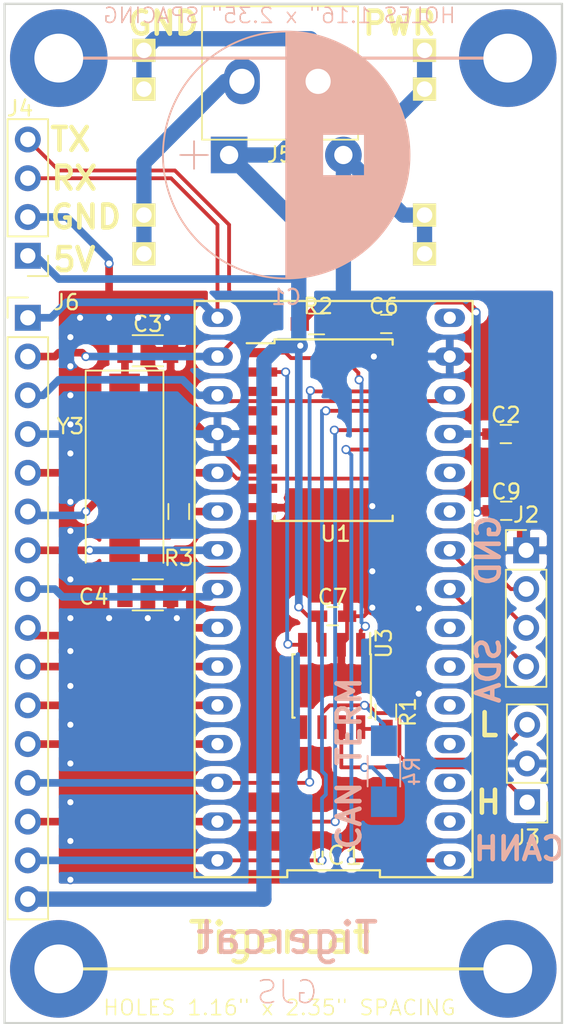
<source format=kicad_pcb>
(kicad_pcb (version 4) (host pcbnew 4.0.7)

  (general
    (links 71)
    (no_connects 0)
    (area 103.556999 81.712999 140.283001 140.283001)
    (thickness 1.6)
    (drawings 25)
    (tracks 347)
    (zones 0)
    (modules 25)
    (nets 51)
  )

  (page A4)
  (layers
    (0 F.Cu signal)
    (31 B.Cu signal)
    (32 B.Adhes user)
    (33 F.Adhes user)
    (34 B.Paste user)
    (35 F.Paste user)
    (36 B.SilkS user)
    (37 F.SilkS user)
    (38 B.Mask user)
    (39 F.Mask user)
    (40 Dwgs.User user)
    (41 Cmts.User user)
    (42 Eco1.User user)
    (43 Eco2.User user)
    (44 Edge.Cuts user)
    (45 Margin user)
    (46 B.CrtYd user)
    (47 F.CrtYd user)
    (48 B.Fab user)
    (49 F.Fab user hide)
  )

  (setup
    (last_trace_width 0.25)
    (user_trace_width 0.5)
    (user_trace_width 0.75)
    (user_trace_width 1)
    (trace_clearance 0.2)
    (zone_clearance 0.508)
    (zone_45_only no)
    (trace_min 0.2)
    (segment_width 0.2)
    (edge_width 0.15)
    (via_size 0.6)
    (via_drill 0.4)
    (via_min_size 0.4)
    (via_min_drill 0.3)
    (uvia_size 0.3)
    (uvia_drill 0.1)
    (uvias_allowed no)
    (uvia_min_size 0.2)
    (uvia_min_drill 0.1)
    (pcb_text_width 0.3)
    (pcb_text_size 1.5 1.5)
    (mod_edge_width 0.15)
    (mod_text_size 1 1)
    (mod_text_width 0.15)
    (pad_size 1.7 1.7)
    (pad_drill 0)
    (pad_to_mask_clearance 0.2)
    (aux_axis_origin 0 0)
    (visible_elements 7FFEFFFF)
    (pcbplotparams
      (layerselection 0x00030_80000001)
      (usegerberextensions false)
      (excludeedgelayer true)
      (linewidth 0.100000)
      (plotframeref false)
      (viasonmask false)
      (mode 1)
      (useauxorigin false)
      (hpglpennumber 1)
      (hpglpenspeed 20)
      (hpglpendiameter 15)
      (hpglpenoverlay 2)
      (psnegative false)
      (psa4output false)
      (plotreference true)
      (plotvalue true)
      (plotinvisibletext false)
      (padsonsilk false)
      (subtractmaskfromsilk false)
      (outputformat 1)
      (mirror false)
      (drillshape 0)
      (scaleselection 1)
      (outputdirectory ""))
  )

  (net 0 "")
  (net 1 RAW)
  (net 2 GND)
  (net 3 "Net-(C3-Pad1)")
  (net 4 "Net-(C4-Pad1)")
  (net 5 VCC)
  (net 6 MC_RX)
  (net 7 MC_TX)
  (net 8 SCL)
  (net 9 SDA)
  (net 10 A0)
  (net 11 A1)
  (net 12 A2)
  (net 13 A3)
  (net 14 INT)
  (net 15 "Net-(R1-Pad2)")
  (net 16 CAN_TXD)
  (net 17 CAN_RXD)
  (net 18 SCK)
  (net 19 MOSI)
  (net 20 CS)
  (net 21 RES)
  (net 22 "Net-(U3-Pad5)")
  (net 23 CANL)
  (net 24 CANH)
  (net 25 "Net-(uC1-Pad2)")
  (net 26 "Net-(uC1-Pad3)")
  (net 27 "Net-(R2-Pad2)")
  (net 28 "Net-(R3-Pad1)")
  (net 29 A7)
  (net 30 A6)
  (net 31 "Net-(U1-Pad3)")
  (net 32 "Net-(U1-Pad4)")
  (net 33 "Net-(U1-Pad5)")
  (net 34 "Net-(U1-Pad6)")
  (net 35 "Net-(U1-Pad10)")
  (net 36 "Net-(U1-Pad11)")
  (net 37 "Net-(J5-Pad1)")
  (net 38 "Net-(J5-Pad2)")
  (net 39 D3)
  (net 40 D4)
  (net 41 D5)
  (net 42 D6)
  (net 43 D7)
  (net 44 D8)
  (net 45 D9)
  (net 46 MISO)
  (net 47 "Net-(J1-Pad1)")
  (net 48 "Net-(J7-Pad1)")
  (net 49 "Net-(J8-Pad1)")
  (net 50 "Net-(J9-Pad1)")

  (net_class Default "This is the default net class."
    (clearance 0.2)
    (trace_width 0.25)
    (via_dia 0.6)
    (via_drill 0.4)
    (uvia_dia 0.3)
    (uvia_drill 0.1)
    (add_net A0)
    (add_net A1)
    (add_net A2)
    (add_net A3)
    (add_net A6)
    (add_net A7)
    (add_net CANH)
    (add_net CANL)
    (add_net CAN_RXD)
    (add_net CAN_TXD)
    (add_net CS)
    (add_net D3)
    (add_net D4)
    (add_net D5)
    (add_net D6)
    (add_net D7)
    (add_net D8)
    (add_net D9)
    (add_net GND)
    (add_net INT)
    (add_net MC_RX)
    (add_net MC_TX)
    (add_net MISO)
    (add_net MOSI)
    (add_net "Net-(C3-Pad1)")
    (add_net "Net-(C4-Pad1)")
    (add_net "Net-(J1-Pad1)")
    (add_net "Net-(J5-Pad1)")
    (add_net "Net-(J5-Pad2)")
    (add_net "Net-(J7-Pad1)")
    (add_net "Net-(J8-Pad1)")
    (add_net "Net-(J9-Pad1)")
    (add_net "Net-(R1-Pad2)")
    (add_net "Net-(R2-Pad2)")
    (add_net "Net-(R3-Pad1)")
    (add_net "Net-(U1-Pad10)")
    (add_net "Net-(U1-Pad11)")
    (add_net "Net-(U1-Pad3)")
    (add_net "Net-(U1-Pad4)")
    (add_net "Net-(U1-Pad5)")
    (add_net "Net-(U1-Pad6)")
    (add_net "Net-(U3-Pad5)")
    (add_net "Net-(uC1-Pad2)")
    (add_net "Net-(uC1-Pad3)")
    (add_net RAW)
    (add_net RES)
    (add_net SCK)
    (add_net SCL)
    (add_net SDA)
    (add_net VCC)
  )

  (module FootPrints:ARDUINO_NANO (layer F.Cu) (tedit 5A662E28) (tstamp 5A662B94)
    (at 125.222 118.364 90)
    (path /5A26ACFC)
    (fp_text reference uC1 (at -17.4625 0.1905 180) (layer F.SilkS)
      (effects (font (size 1.2 1.2) (thickness 0.15)))
    )
    (fp_text value NANO (at 0 0 90) (layer F.Fab)
      (effects (font (size 1.2 1.2) (thickness 0.15)))
    )
    (fp_line (start -18.88 9.119999) (end 18.88 9.12) (layer F.SilkS) (width 0.15))
    (fp_line (start 18.88 9.12) (end 18.88 -9.119999) (layer F.SilkS) (width 0.15))
    (fp_line (start 18.88 -9.119999) (end -18.88 -9.12) (layer F.SilkS) (width 0.15))
    (fp_line (start -18.88 -9.12) (end -18.88 -3.04) (layer F.SilkS) (width 0.15))
    (fp_line (start -18.88 -3.04) (end -18.43 -3.04) (layer F.SilkS) (width 0.15))
    (fp_line (start -18.43 -3.04) (end -18.43 3.039999) (layer F.SilkS) (width 0.15))
    (fp_line (start -18.43 3.039999) (end -18.88 3.039999) (layer F.SilkS) (width 0.15))
    (fp_line (start -18.88 3.039999) (end -18.88 9.119999) (layer F.SilkS) (width 0.15))
    (pad 30 thru_hole oval (at -17.78 -7.62 90) (size 1.2 2) (drill 0.8) (layers *.Cu *.Mask)
      (net 46 MISO))
    (pad 1 thru_hole oval (at -17.78 7.62 90) (size 1.2 2) (drill 0.8) (layers *.Cu *.Mask)
      (net 18 SCK))
    (pad 29 thru_hole oval (at -15.24 -7.62 90) (size 1.2 2) (drill 0.8) (layers *.Cu *.Mask)
      (net 19 MOSI))
    (pad 2 thru_hole oval (at -15.24 7.62 90) (size 1.2 2) (drill 0.8) (layers *.Cu *.Mask)
      (net 25 "Net-(uC1-Pad2)"))
    (pad 28 thru_hole oval (at -12.7 -7.62 90) (size 1.2 2) (drill 0.8) (layers *.Cu *.Mask)
      (net 20 CS))
    (pad 3 thru_hole oval (at -12.7 7.62 90) (size 1.2 2) (drill 0.8) (layers *.Cu *.Mask)
      (net 26 "Net-(uC1-Pad3)"))
    (pad 27 thru_hole oval (at -10.16 -7.62 90) (size 1.2 2) (drill 0.8) (layers *.Cu *.Mask)
      (net 45 D9))
    (pad 4 thru_hole oval (at -10.16 7.62 90) (size 1.2 2) (drill 0.8) (layers *.Cu *.Mask)
      (net 10 A0))
    (pad 26 thru_hole oval (at -7.62 -7.62 90) (size 1.2 2) (drill 0.8) (layers *.Cu *.Mask)
      (net 44 D8))
    (pad 5 thru_hole oval (at -7.62 7.62 90) (size 1.2 2) (drill 0.8) (layers *.Cu *.Mask)
      (net 11 A1))
    (pad 25 thru_hole oval (at -5.08 -7.62 90) (size 1.2 2) (drill 0.8) (layers *.Cu *.Mask)
      (net 43 D7))
    (pad 6 thru_hole oval (at -5.08 7.62 90) (size 1.2 2) (drill 0.8) (layers *.Cu *.Mask)
      (net 12 A2))
    (pad 24 thru_hole oval (at -2.54 -7.62 90) (size 1.2 2) (drill 0.8) (layers *.Cu *.Mask)
      (net 42 D6))
    (pad 7 thru_hole oval (at -2.54 7.62 90) (size 1.2 2) (drill 0.8) (layers *.Cu *.Mask)
      (net 13 A3))
    (pad 23 thru_hole oval (at 0 -7.62 90) (size 1.2 2) (drill 0.8) (layers *.Cu *.Mask)
      (net 41 D5))
    (pad 8 thru_hole oval (at 0 7.62 90) (size 1.2 2) (drill 0.8) (layers *.Cu *.Mask)
      (net 9 SDA))
    (pad 22 thru_hole oval (at 2.54 -7.62 90) (size 1.2 2) (drill 0.8) (layers *.Cu *.Mask)
      (net 40 D4))
    (pad 9 thru_hole oval (at 2.54 7.62 90) (size 1.2 2) (drill 0.8) (layers *.Cu *.Mask)
      (net 8 SCL))
    (pad 21 thru_hole oval (at 5.08 -7.62 90) (size 1.2 2) (drill 0.8) (layers *.Cu *.Mask)
      (net 39 D3))
    (pad 10 thru_hole oval (at 5.08 7.62 90) (size 1.2 2) (drill 0.8) (layers *.Cu *.Mask)
      (net 30 A6))
    (pad 20 thru_hole oval (at 7.62 -7.62 90) (size 1.2 2) (drill 0.8) (layers *.Cu *.Mask)
      (net 14 INT))
    (pad 11 thru_hole oval (at 7.62 7.62 90) (size 1.2 2) (drill 0.8) (layers *.Cu *.Mask)
      (net 29 A7))
    (pad 19 thru_hole oval (at 10.16 -7.62 90) (size 1.2 2) (drill 0.8) (layers *.Cu *.Mask)
      (net 2 GND))
    (pad 12 thru_hole oval (at 10.16 7.62 90) (size 1.2 2) (drill 0.8) (layers *.Cu *.Mask)
      (net 5 VCC))
    (pad 18 thru_hole oval (at 12.7 -7.62 90) (size 1.2 2) (drill 0.8) (layers *.Cu *.Mask)
      (net 21 RES))
    (pad 13 thru_hole oval (at 12.7 7.62 90) (size 1.2 2) (drill 0.8) (layers *.Cu *.Mask)
      (net 21 RES))
    (pad 17 thru_hole oval (at 15.24 -7.62 90) (size 1.2 2) (drill 0.8) (layers *.Cu *.Mask)
      (net 6 MC_RX))
    (pad 14 thru_hole oval (at 15.24 7.62 90) (size 1.2 2) (drill 0.8) (layers *.Cu *.Mask)
      (net 2 GND))
    (pad 16 thru_hole oval (at 17.78 -7.62 90) (size 1.2 2) (drill 0.8) (layers *.Cu *.Mask)
      (net 7 MC_TX))
    (pad 15 thru_hole oval (at 17.78 7.62 90) (size 1.2 2) (drill 0.8) (layers *.Cu *.Mask)
      (net 1 RAW))
  )

  (module Capacitors_SMD:C_0603_HandSoldering (layer F.Cu) (tedit 5A6638DE) (tstamp 5A662B1C)
    (at 128.6764 100.9904 180)
    (descr "Capacitor SMD 0603, hand soldering")
    (tags "capacitor 0603")
    (path /5A25BAA5)
    (attr smd)
    (fp_text reference C6 (at 0.1524 1.1684 180) (layer F.SilkS)
      (effects (font (size 1 1) (thickness 0.15)))
    )
    (fp_text value 0.1uF (at 0 1.5 180) (layer F.Fab)
      (effects (font (size 1 1) (thickness 0.15)))
    )
    (fp_text user %R (at 0 -1.25 180) (layer F.Fab)
      (effects (font (size 1 1) (thickness 0.15)))
    )
    (fp_line (start -0.8 0.4) (end -0.8 -0.4) (layer F.Fab) (width 0.1))
    (fp_line (start 0.8 0.4) (end -0.8 0.4) (layer F.Fab) (width 0.1))
    (fp_line (start 0.8 -0.4) (end 0.8 0.4) (layer F.Fab) (width 0.1))
    (fp_line (start -0.8 -0.4) (end 0.8 -0.4) (layer F.Fab) (width 0.1))
    (fp_line (start -0.35 -0.6) (end 0.35 -0.6) (layer F.SilkS) (width 0.12))
    (fp_line (start 0.35 0.6) (end -0.35 0.6) (layer F.SilkS) (width 0.12))
    (fp_line (start -1.8 -0.65) (end 1.8 -0.65) (layer F.CrtYd) (width 0.05))
    (fp_line (start -1.8 -0.65) (end -1.8 0.65) (layer F.CrtYd) (width 0.05))
    (fp_line (start 1.8 0.65) (end 1.8 -0.65) (layer F.CrtYd) (width 0.05))
    (fp_line (start 1.8 0.65) (end -1.8 0.65) (layer F.CrtYd) (width 0.05))
    (pad 1 smd rect (at -0.95 0 180) (size 1.2 0.75) (layers F.Cu F.Paste F.Mask)
      (net 5 VCC))
    (pad 2 smd rect (at 0.95 0 180) (size 1.2 0.75) (layers F.Cu F.Paste F.Mask)
      (net 2 GND))
    (model Capacitors_SMD.3dshapes/C_0603.wrl
      (at (xyz 0 0 0))
      (scale (xyz 1 1 1))
      (rotate (xyz 0 0 0))
    )
  )

  (module Capacitors_SMD:C_0603_HandSoldering (layer F.Cu) (tedit 58AA848B) (tstamp 5A662B22)
    (at 125.1585 120.142)
    (descr "Capacitor SMD 0603, hand soldering")
    (tags "capacitor 0603")
    (path /5A60F3A1)
    (attr smd)
    (fp_text reference C7 (at 0 -1.25) (layer F.SilkS)
      (effects (font (size 1 1) (thickness 0.15)))
    )
    (fp_text value 0.1uF (at 0 1.5) (layer F.Fab)
      (effects (font (size 1 1) (thickness 0.15)))
    )
    (fp_text user %R (at 0 -1.25) (layer F.Fab)
      (effects (font (size 1 1) (thickness 0.15)))
    )
    (fp_line (start -0.8 0.4) (end -0.8 -0.4) (layer F.Fab) (width 0.1))
    (fp_line (start 0.8 0.4) (end -0.8 0.4) (layer F.Fab) (width 0.1))
    (fp_line (start 0.8 -0.4) (end 0.8 0.4) (layer F.Fab) (width 0.1))
    (fp_line (start -0.8 -0.4) (end 0.8 -0.4) (layer F.Fab) (width 0.1))
    (fp_line (start -0.35 -0.6) (end 0.35 -0.6) (layer F.SilkS) (width 0.12))
    (fp_line (start 0.35 0.6) (end -0.35 0.6) (layer F.SilkS) (width 0.12))
    (fp_line (start -1.8 -0.65) (end 1.8 -0.65) (layer F.CrtYd) (width 0.05))
    (fp_line (start -1.8 -0.65) (end -1.8 0.65) (layer F.CrtYd) (width 0.05))
    (fp_line (start 1.8 0.65) (end 1.8 -0.65) (layer F.CrtYd) (width 0.05))
    (fp_line (start 1.8 0.65) (end -1.8 0.65) (layer F.CrtYd) (width 0.05))
    (pad 1 smd rect (at -0.95 0) (size 1.2 0.75) (layers F.Cu F.Paste F.Mask)
      (net 5 VCC))
    (pad 2 smd rect (at 0.95 0) (size 1.2 0.75) (layers F.Cu F.Paste F.Mask)
      (net 2 GND))
    (model Capacitors_SMD.3dshapes/C_0603.wrl
      (at (xyz 0 0 0))
      (scale (xyz 1 1 1))
      (rotate (xyz 0 0 0))
    )
  )

  (module Capacitors_SMD:C_0603_HandSoldering (layer F.Cu) (tedit 58AA848B) (tstamp 5A662B28)
    (at 136.5504 113.2332)
    (descr "Capacitor SMD 0603, hand soldering")
    (tags "capacitor 0603")
    (path /5A60F3C9)
    (attr smd)
    (fp_text reference C9 (at 0 -1.25) (layer F.SilkS)
      (effects (font (size 1 1) (thickness 0.15)))
    )
    (fp_text value 0.1uF (at 0 1.5) (layer F.Fab)
      (effects (font (size 1 1) (thickness 0.15)))
    )
    (fp_text user %R (at 0 -1.25) (layer F.Fab)
      (effects (font (size 1 1) (thickness 0.15)))
    )
    (fp_line (start -0.8 0.4) (end -0.8 -0.4) (layer F.Fab) (width 0.1))
    (fp_line (start 0.8 0.4) (end -0.8 0.4) (layer F.Fab) (width 0.1))
    (fp_line (start 0.8 -0.4) (end 0.8 0.4) (layer F.Fab) (width 0.1))
    (fp_line (start -0.8 -0.4) (end 0.8 -0.4) (layer F.Fab) (width 0.1))
    (fp_line (start -0.35 -0.6) (end 0.35 -0.6) (layer F.SilkS) (width 0.12))
    (fp_line (start 0.35 0.6) (end -0.35 0.6) (layer F.SilkS) (width 0.12))
    (fp_line (start -1.8 -0.65) (end 1.8 -0.65) (layer F.CrtYd) (width 0.05))
    (fp_line (start -1.8 -0.65) (end -1.8 0.65) (layer F.CrtYd) (width 0.05))
    (fp_line (start 1.8 0.65) (end 1.8 -0.65) (layer F.CrtYd) (width 0.05))
    (fp_line (start 1.8 0.65) (end -1.8 0.65) (layer F.CrtYd) (width 0.05))
    (pad 1 smd rect (at -0.95 0) (size 1.2 0.75) (layers F.Cu F.Paste F.Mask)
      (net 5 VCC))
    (pad 2 smd rect (at 0.95 0) (size 1.2 0.75) (layers F.Cu F.Paste F.Mask)
      (net 2 GND))
    (model Capacitors_SMD.3dshapes/C_0603.wrl
      (at (xyz 0 0 0))
      (scale (xyz 1 1 1))
      (rotate (xyz 0 0 0))
    )
  )

  (module Pin_Headers:Pin_Header_Straight_1x04_Pitch2.54mm (layer F.Cu) (tedit 59650532) (tstamp 5A662B37)
    (at 137.8585 115.824)
    (descr "Through hole straight pin header, 1x04, 2.54mm pitch, single row")
    (tags "Through hole pin header THT 1x04 2.54mm single row")
    (path /5A25AF07)
    (fp_text reference J2 (at 0 -2.33) (layer F.SilkS)
      (effects (font (size 1 1) (thickness 0.15)))
    )
    (fp_text value I2C (at 0 9.95) (layer F.Fab)
      (effects (font (size 1 1) (thickness 0.15)))
    )
    (fp_line (start -0.635 -1.27) (end 1.27 -1.27) (layer F.Fab) (width 0.1))
    (fp_line (start 1.27 -1.27) (end 1.27 8.89) (layer F.Fab) (width 0.1))
    (fp_line (start 1.27 8.89) (end -1.27 8.89) (layer F.Fab) (width 0.1))
    (fp_line (start -1.27 8.89) (end -1.27 -0.635) (layer F.Fab) (width 0.1))
    (fp_line (start -1.27 -0.635) (end -0.635 -1.27) (layer F.Fab) (width 0.1))
    (fp_line (start -1.33 8.95) (end 1.33 8.95) (layer F.SilkS) (width 0.12))
    (fp_line (start -1.33 1.27) (end -1.33 8.95) (layer F.SilkS) (width 0.12))
    (fp_line (start 1.33 1.27) (end 1.33 8.95) (layer F.SilkS) (width 0.12))
    (fp_line (start -1.33 1.27) (end 1.33 1.27) (layer F.SilkS) (width 0.12))
    (fp_line (start -1.33 0) (end -1.33 -1.33) (layer F.SilkS) (width 0.12))
    (fp_line (start -1.33 -1.33) (end 0 -1.33) (layer F.SilkS) (width 0.12))
    (fp_line (start -1.8 -1.8) (end -1.8 9.4) (layer F.CrtYd) (width 0.05))
    (fp_line (start -1.8 9.4) (end 1.8 9.4) (layer F.CrtYd) (width 0.05))
    (fp_line (start 1.8 9.4) (end 1.8 -1.8) (layer F.CrtYd) (width 0.05))
    (fp_line (start 1.8 -1.8) (end -1.8 -1.8) (layer F.CrtYd) (width 0.05))
    (fp_text user %R (at 0 3.81 90) (layer F.Fab)
      (effects (font (size 1 1) (thickness 0.15)))
    )
    (pad 1 thru_hole rect (at 0 0) (size 1.7 1.7) (drill 1) (layers *.Cu *.Mask)
      (net 2 GND))
    (pad 2 thru_hole oval (at 0 2.54) (size 1.7 1.7) (drill 1) (layers *.Cu *.Mask)
      (net 5 VCC))
    (pad 3 thru_hole oval (at 0 5.08) (size 1.7 1.7) (drill 1) (layers *.Cu *.Mask)
      (net 8 SCL))
    (pad 4 thru_hole oval (at 0 7.62) (size 1.7 1.7) (drill 1) (layers *.Cu *.Mask)
      (net 9 SDA))
    (model ${KISYS3DMOD}/Pin_Headers.3dshapes/Pin_Header_Straight_1x04_Pitch2.54mm.wrl
      (at (xyz 0 0 0))
      (scale (xyz 1 1 1))
      (rotate (xyz 0 0 0))
    )
  )

  (module Pin_Headers:Pin_Header_Straight_1x03_Pitch2.54mm (layer F.Cu) (tedit 59650532) (tstamp 5A662B3E)
    (at 137.922 132.334 180)
    (descr "Through hole straight pin header, 1x03, 2.54mm pitch, single row")
    (tags "Through hole pin header THT 1x03 2.54mm single row")
    (path /5A66EBC1)
    (fp_text reference J3 (at 0 -2.33 180) (layer F.SilkS)
      (effects (font (size 1 1) (thickness 0.15)))
    )
    (fp_text value CAN (at 0 7.41 180) (layer F.Fab)
      (effects (font (size 1 1) (thickness 0.15)))
    )
    (fp_line (start -0.635 -1.27) (end 1.27 -1.27) (layer F.Fab) (width 0.1))
    (fp_line (start 1.27 -1.27) (end 1.27 6.35) (layer F.Fab) (width 0.1))
    (fp_line (start 1.27 6.35) (end -1.27 6.35) (layer F.Fab) (width 0.1))
    (fp_line (start -1.27 6.35) (end -1.27 -0.635) (layer F.Fab) (width 0.1))
    (fp_line (start -1.27 -0.635) (end -0.635 -1.27) (layer F.Fab) (width 0.1))
    (fp_line (start -1.33 6.41) (end 1.33 6.41) (layer F.SilkS) (width 0.12))
    (fp_line (start -1.33 1.27) (end -1.33 6.41) (layer F.SilkS) (width 0.12))
    (fp_line (start 1.33 1.27) (end 1.33 6.41) (layer F.SilkS) (width 0.12))
    (fp_line (start -1.33 1.27) (end 1.33 1.27) (layer F.SilkS) (width 0.12))
    (fp_line (start -1.33 0) (end -1.33 -1.33) (layer F.SilkS) (width 0.12))
    (fp_line (start -1.33 -1.33) (end 0 -1.33) (layer F.SilkS) (width 0.12))
    (fp_line (start -1.8 -1.8) (end -1.8 6.85) (layer F.CrtYd) (width 0.05))
    (fp_line (start -1.8 6.85) (end 1.8 6.85) (layer F.CrtYd) (width 0.05))
    (fp_line (start 1.8 6.85) (end 1.8 -1.8) (layer F.CrtYd) (width 0.05))
    (fp_line (start 1.8 -1.8) (end -1.8 -1.8) (layer F.CrtYd) (width 0.05))
    (fp_text user %R (at 0 2.54 270) (layer F.Fab)
      (effects (font (size 1 1) (thickness 0.15)))
    )
    (pad 1 thru_hole rect (at 0 0 180) (size 1.7 1.7) (drill 1) (layers *.Cu *.Mask)
      (net 24 CANH))
    (pad 2 thru_hole oval (at 0 2.54 180) (size 1.7 1.7) (drill 1) (layers *.Cu *.Mask)
      (net 2 GND))
    (pad 3 thru_hole oval (at 0 5.08 180) (size 1.7 1.7) (drill 1) (layers *.Cu *.Mask)
      (net 23 CANL))
    (model ${KISYS3DMOD}/Pin_Headers.3dshapes/Pin_Header_Straight_1x03_Pitch2.54mm.wrl
      (at (xyz 0 0 0))
      (scale (xyz 1 1 1))
      (rotate (xyz 0 0 0))
    )
  )

  (module Resistors_SMD:R_0603_HandSoldering (layer F.Cu) (tedit 5A6638D6) (tstamp 5A662B50)
    (at 115.062 113.284 270)
    (descr "Resistor SMD 0603, hand soldering")
    (tags "resistor 0603")
    (path /5A65F7C2)
    (attr smd)
    (fp_text reference R3 (at 3.048 0 360) (layer F.SilkS)
      (effects (font (size 1 1) (thickness 0.15)))
    )
    (fp_text value Rs (at 0 1.55 270) (layer F.Fab)
      (effects (font (size 1 1) (thickness 0.15)))
    )
    (fp_text user %R (at 0 0 270) (layer F.Fab)
      (effects (font (size 0.4 0.4) (thickness 0.075)))
    )
    (fp_line (start -0.8 0.4) (end -0.8 -0.4) (layer F.Fab) (width 0.1))
    (fp_line (start 0.8 0.4) (end -0.8 0.4) (layer F.Fab) (width 0.1))
    (fp_line (start 0.8 -0.4) (end 0.8 0.4) (layer F.Fab) (width 0.1))
    (fp_line (start -0.8 -0.4) (end 0.8 -0.4) (layer F.Fab) (width 0.1))
    (fp_line (start 0.5 0.68) (end -0.5 0.68) (layer F.SilkS) (width 0.12))
    (fp_line (start -0.5 -0.68) (end 0.5 -0.68) (layer F.SilkS) (width 0.12))
    (fp_line (start -1.96 -0.7) (end 1.95 -0.7) (layer F.CrtYd) (width 0.05))
    (fp_line (start -1.96 -0.7) (end -1.96 0.7) (layer F.CrtYd) (width 0.05))
    (fp_line (start 1.95 0.7) (end 1.95 -0.7) (layer F.CrtYd) (width 0.05))
    (fp_line (start 1.95 0.7) (end -1.96 0.7) (layer F.CrtYd) (width 0.05))
    (pad 1 smd rect (at -1.1 0 270) (size 1.2 0.9) (layers F.Cu F.Paste F.Mask)
      (net 28 "Net-(R3-Pad1)"))
    (pad 2 smd rect (at 1.1 0 270) (size 1.2 0.9) (layers F.Cu F.Paste F.Mask)
      (net 4 "Net-(C4-Pad1)"))
    (model ${KISYS3DMOD}/Resistors_SMD.3dshapes/R_0603.wrl
      (at (xyz 0 0 0))
      (scale (xyz 1 1 1))
      (rotate (xyz 0 0 0))
    )
  )

  (module Housings_SOIC:SOIC-18W_7.5x11.6mm_Pitch1.27mm (layer F.Cu) (tedit 5A662E43) (tstamp 5A662B66)
    (at 125.222 107.95)
    (descr "18-Lead Plastic Small Outline (SO) - Wide, 7.50 mm Body [SOIC] (see Microchip Packaging Specification 00000049BS.pdf)")
    (tags "SOIC 1.27")
    (path /5B56E723)
    (attr smd)
    (fp_text reference U1 (at 0.127 6.7945) (layer F.SilkS)
      (effects (font (size 1 1) (thickness 0.15)))
    )
    (fp_text value MCP2515-SOIC (at 0 6.875) (layer F.Fab)
      (effects (font (size 1 1) (thickness 0.15)))
    )
    (fp_text user %R (at 0 0) (layer F.Fab)
      (effects (font (size 1 1) (thickness 0.15)))
    )
    (fp_line (start -2.75 -5.8) (end 3.75 -5.8) (layer F.Fab) (width 0.15))
    (fp_line (start 3.75 -5.8) (end 3.75 5.8) (layer F.Fab) (width 0.15))
    (fp_line (start 3.75 5.8) (end -3.75 5.8) (layer F.Fab) (width 0.15))
    (fp_line (start -3.75 5.8) (end -3.75 -4.8) (layer F.Fab) (width 0.15))
    (fp_line (start -3.75 -4.8) (end -2.75 -5.8) (layer F.Fab) (width 0.15))
    (fp_line (start -5.95 -6.15) (end -5.95 6.15) (layer F.CrtYd) (width 0.05))
    (fp_line (start 5.95 -6.15) (end 5.95 6.15) (layer F.CrtYd) (width 0.05))
    (fp_line (start -5.95 -6.15) (end 5.95 -6.15) (layer F.CrtYd) (width 0.05))
    (fp_line (start -5.95 6.15) (end 5.95 6.15) (layer F.CrtYd) (width 0.05))
    (fp_line (start -3.875 -5.95) (end -3.875 -5.7) (layer F.SilkS) (width 0.15))
    (fp_line (start 3.875 -5.95) (end 3.875 -5.605) (layer F.SilkS) (width 0.15))
    (fp_line (start 3.875 5.95) (end 3.875 5.605) (layer F.SilkS) (width 0.15))
    (fp_line (start -3.875 5.95) (end -3.875 5.605) (layer F.SilkS) (width 0.15))
    (fp_line (start -3.875 -5.95) (end 3.875 -5.95) (layer F.SilkS) (width 0.15))
    (fp_line (start -3.875 5.95) (end 3.875 5.95) (layer F.SilkS) (width 0.15))
    (fp_line (start -3.875 -5.7) (end -5.7 -5.7) (layer F.SilkS) (width 0.15))
    (pad 1 smd rect (at -4.7 -5.08) (size 2 0.6) (layers F.Cu F.Paste F.Mask)
      (net 16 CAN_TXD))
    (pad 2 smd rect (at -4.7 -3.81) (size 2 0.6) (layers F.Cu F.Paste F.Mask)
      (net 17 CAN_RXD))
    (pad 3 smd rect (at -4.7 -2.54) (size 2 0.6) (layers F.Cu F.Paste F.Mask)
      (net 31 "Net-(U1-Pad3)"))
    (pad 4 smd rect (at -4.7 -1.27) (size 2 0.6) (layers F.Cu F.Paste F.Mask)
      (net 32 "Net-(U1-Pad4)"))
    (pad 5 smd rect (at -4.7 0) (size 2 0.6) (layers F.Cu F.Paste F.Mask)
      (net 33 "Net-(U1-Pad5)"))
    (pad 6 smd rect (at -4.7 1.27) (size 2 0.6) (layers F.Cu F.Paste F.Mask)
      (net 34 "Net-(U1-Pad6)"))
    (pad 7 smd rect (at -4.7 2.54) (size 2 0.6) (layers F.Cu F.Paste F.Mask)
      (net 3 "Net-(C3-Pad1)"))
    (pad 8 smd rect (at -4.7 3.81) (size 2 0.6) (layers F.Cu F.Paste F.Mask)
      (net 28 "Net-(R3-Pad1)"))
    (pad 9 smd rect (at -4.7 5.08) (size 2 0.6) (layers F.Cu F.Paste F.Mask)
      (net 2 GND))
    (pad 10 smd rect (at 4.7 5.08) (size 2 0.6) (layers F.Cu F.Paste F.Mask)
      (net 35 "Net-(U1-Pad10)"))
    (pad 11 smd rect (at 4.7 3.81) (size 2 0.6) (layers F.Cu F.Paste F.Mask)
      (net 36 "Net-(U1-Pad11)"))
    (pad 12 smd rect (at 4.7 2.54) (size 2 0.6) (layers F.Cu F.Paste F.Mask)
      (net 14 INT))
    (pad 13 smd rect (at 4.7 1.27) (size 2 0.6) (layers F.Cu F.Paste F.Mask)
      (net 18 SCK))
    (pad 14 smd rect (at 4.7 0) (size 2 0.6) (layers F.Cu F.Paste F.Mask)
      (net 19 MOSI))
    (pad 15 smd rect (at 4.7 -1.27) (size 2 0.6) (layers F.Cu F.Paste F.Mask)
      (net 46 MISO))
    (pad 16 smd rect (at 4.7 -2.54) (size 2 0.6) (layers F.Cu F.Paste F.Mask)
      (net 20 CS))
    (pad 17 smd rect (at 4.7 -3.81) (size 2 0.6) (layers F.Cu F.Paste F.Mask)
      (net 27 "Net-(R2-Pad2)"))
    (pad 18 smd rect (at 4.7 -5.08) (size 2 0.6) (layers F.Cu F.Paste F.Mask)
      (net 5 VCC))
    (model ${KISYS3DMOD}/Housings_SOIC.3dshapes/SOIC-18W_7.5x11.6mm_Pitch1.27mm.wrl
      (at (xyz 0 0 0))
      (scale (xyz 1 1 1))
      (rotate (xyz 0 0 0))
    )
  )

  (module Housings_SOIC:SOIC-8_3.9x4.9mm_Pitch1.27mm (layer F.Cu) (tedit 5A662E24) (tstamp 5A662B72)
    (at 125.095 124.714 270)
    (descr "8-Lead Plastic Small Outline (SN) - Narrow, 3.90 mm Body [SOIC] (see Microchip Packaging Specification 00000049BS.pdf)")
    (tags "SOIC 1.27")
    (path /5A259DB4)
    (attr smd)
    (fp_text reference U3 (at -2.794 -3.429 270) (layer F.SilkS)
      (effects (font (size 1 1) (thickness 0.15)))
    )
    (fp_text value MCP2551-I/SN (at 0 3.5 270) (layer F.Fab)
      (effects (font (size 1 1) (thickness 0.15)))
    )
    (fp_text user %R (at 0 0 270) (layer F.Fab)
      (effects (font (size 1 1) (thickness 0.15)))
    )
    (fp_line (start -0.95 -2.45) (end 1.95 -2.45) (layer F.Fab) (width 0.1))
    (fp_line (start 1.95 -2.45) (end 1.95 2.45) (layer F.Fab) (width 0.1))
    (fp_line (start 1.95 2.45) (end -1.95 2.45) (layer F.Fab) (width 0.1))
    (fp_line (start -1.95 2.45) (end -1.95 -1.45) (layer F.Fab) (width 0.1))
    (fp_line (start -1.95 -1.45) (end -0.95 -2.45) (layer F.Fab) (width 0.1))
    (fp_line (start -3.73 -2.7) (end -3.73 2.7) (layer F.CrtYd) (width 0.05))
    (fp_line (start 3.73 -2.7) (end 3.73 2.7) (layer F.CrtYd) (width 0.05))
    (fp_line (start -3.73 -2.7) (end 3.73 -2.7) (layer F.CrtYd) (width 0.05))
    (fp_line (start -3.73 2.7) (end 3.73 2.7) (layer F.CrtYd) (width 0.05))
    (fp_line (start -2.075 -2.575) (end -2.075 -2.525) (layer F.SilkS) (width 0.15))
    (fp_line (start 2.075 -2.575) (end 2.075 -2.43) (layer F.SilkS) (width 0.15))
    (fp_line (start 2.075 2.575) (end 2.075 2.43) (layer F.SilkS) (width 0.15))
    (fp_line (start -2.075 2.575) (end -2.075 2.43) (layer F.SilkS) (width 0.15))
    (fp_line (start -2.075 -2.575) (end 2.075 -2.575) (layer F.SilkS) (width 0.15))
    (fp_line (start -2.075 2.575) (end 2.075 2.575) (layer F.SilkS) (width 0.15))
    (fp_line (start -2.075 -2.525) (end -3.475 -2.525) (layer F.SilkS) (width 0.15))
    (pad 1 smd rect (at -2.7 -1.905 270) (size 1.55 0.6) (layers F.Cu F.Paste F.Mask)
      (net 16 CAN_TXD))
    (pad 2 smd rect (at -2.7 -0.635 270) (size 1.55 0.6) (layers F.Cu F.Paste F.Mask)
      (net 2 GND))
    (pad 3 smd rect (at -2.7 0.635 270) (size 1.55 0.6) (layers F.Cu F.Paste F.Mask)
      (net 5 VCC))
    (pad 4 smd rect (at -2.7 1.905 270) (size 1.55 0.6) (layers F.Cu F.Paste F.Mask)
      (net 17 CAN_RXD))
    (pad 5 smd rect (at 2.7 1.905 270) (size 1.55 0.6) (layers F.Cu F.Paste F.Mask)
      (net 22 "Net-(U3-Pad5)"))
    (pad 6 smd rect (at 2.7 0.635 270) (size 1.55 0.6) (layers F.Cu F.Paste F.Mask)
      (net 23 CANL))
    (pad 7 smd rect (at 2.7 -0.635 270) (size 1.55 0.6) (layers F.Cu F.Paste F.Mask)
      (net 24 CANH))
    (pad 8 smd rect (at 2.7 -1.905 270) (size 1.55 0.6) (layers F.Cu F.Paste F.Mask)
      (net 15 "Net-(R1-Pad2)"))
    (model ${KISYS3DMOD}/Housings_SOIC.3dshapes/SOIC-8_3.9x4.9mm_Pitch1.27mm.wrl
      (at (xyz 0 0 0))
      (scale (xyz 1 1 1))
      (rotate (xyz 0 0 0))
    )
  )

  (module Crystals:Crystal_SMD_HC49-SD (layer F.Cu) (tedit 5A662BA1) (tstamp 5A662B9A)
    (at 111.506 110.744 270)
    (descr "SMD Crystal HC-49-SD http://cdn-reichelt.de/documents/datenblatt/B400/xxx-HC49-SMD.pdf, 11.4x4.7mm^2 package")
    (tags "SMD SMT crystal")
    (path /5A264002)
    (attr smd)
    (fp_text reference Y3 (at -3.048 3.556 360) (layer F.SilkS)
      (effects (font (size 1 1) (thickness 0.15)))
    )
    (fp_text value 8MHz (at 0 3.55 270) (layer F.Fab)
      (effects (font (size 1 1) (thickness 0.15)))
    )
    (fp_text user %R (at 0 0 270) (layer F.Fab)
      (effects (font (size 1 1) (thickness 0.15)))
    )
    (fp_line (start -5.7 -2.35) (end -5.7 2.35) (layer F.Fab) (width 0.1))
    (fp_line (start -5.7 2.35) (end 5.7 2.35) (layer F.Fab) (width 0.1))
    (fp_line (start 5.7 2.35) (end 5.7 -2.35) (layer F.Fab) (width 0.1))
    (fp_line (start 5.7 -2.35) (end -5.7 -2.35) (layer F.Fab) (width 0.1))
    (fp_line (start -3.015 -2.115) (end 3.015 -2.115) (layer F.Fab) (width 0.1))
    (fp_line (start -3.015 2.115) (end 3.015 2.115) (layer F.Fab) (width 0.1))
    (fp_line (start 5.9 -2.55) (end -6.7 -2.55) (layer F.SilkS) (width 0.12))
    (fp_line (start -6.7 -2.55) (end -6.7 2.55) (layer F.SilkS) (width 0.12))
    (fp_line (start -6.7 2.55) (end 5.9 2.55) (layer F.SilkS) (width 0.12))
    (fp_line (start -6.8 -2.6) (end -6.8 2.6) (layer F.CrtYd) (width 0.05))
    (fp_line (start -6.8 2.6) (end 6.8 2.6) (layer F.CrtYd) (width 0.05))
    (fp_line (start 6.8 2.6) (end 6.8 -2.6) (layer F.CrtYd) (width 0.05))
    (fp_line (start 6.8 -2.6) (end -6.8 -2.6) (layer F.CrtYd) (width 0.05))
    (fp_arc (start -3.015 0) (end -3.015 -2.115) (angle -180) (layer F.Fab) (width 0.1))
    (fp_arc (start 3.015 0) (end 3.015 -2.115) (angle 180) (layer F.Fab) (width 0.1))
    (pad 1 smd rect (at -4.25 0 270) (size 4.5 2) (layers F.Cu F.Paste F.Mask)
      (net 3 "Net-(C3-Pad1)"))
    (pad 2 smd rect (at 4.25 0 270) (size 4.5 2) (layers F.Cu F.Paste F.Mask)
      (net 4 "Net-(C4-Pad1)"))
    (model ${KISYS3DMOD}/Crystals.3dshapes/Crystal_SMD_HC49-SD.wrl
      (at (xyz 0 0 0))
      (scale (xyz 1 1 1))
      (rotate (xyz 0 0 0))
    )
  )

  (module Capacitors_SMD:C_0603_HandSoldering (layer F.Cu) (tedit 58AA848B) (tstamp 5A662C75)
    (at 136.525 108.204)
    (descr "Capacitor SMD 0603, hand soldering")
    (tags "capacitor 0603")
    (path /5A60F2AC)
    (attr smd)
    (fp_text reference C2 (at 0 -1.25) (layer F.SilkS)
      (effects (font (size 1 1) (thickness 0.15)))
    )
    (fp_text value 0.1uF (at 0 1.5) (layer F.Fab)
      (effects (font (size 1 1) (thickness 0.15)))
    )
    (fp_text user %R (at 0 -1.25) (layer F.Fab)
      (effects (font (size 1 1) (thickness 0.15)))
    )
    (fp_line (start -0.8 0.4) (end -0.8 -0.4) (layer F.Fab) (width 0.1))
    (fp_line (start 0.8 0.4) (end -0.8 0.4) (layer F.Fab) (width 0.1))
    (fp_line (start 0.8 -0.4) (end 0.8 0.4) (layer F.Fab) (width 0.1))
    (fp_line (start -0.8 -0.4) (end 0.8 -0.4) (layer F.Fab) (width 0.1))
    (fp_line (start -0.35 -0.6) (end 0.35 -0.6) (layer F.SilkS) (width 0.12))
    (fp_line (start 0.35 0.6) (end -0.35 0.6) (layer F.SilkS) (width 0.12))
    (fp_line (start -1.8 -0.65) (end 1.8 -0.65) (layer F.CrtYd) (width 0.05))
    (fp_line (start -1.8 -0.65) (end -1.8 0.65) (layer F.CrtYd) (width 0.05))
    (fp_line (start 1.8 0.65) (end 1.8 -0.65) (layer F.CrtYd) (width 0.05))
    (fp_line (start 1.8 0.65) (end -1.8 0.65) (layer F.CrtYd) (width 0.05))
    (pad 1 smd rect (at -0.95 0) (size 1.2 0.75) (layers F.Cu F.Paste F.Mask)
      (net 5 VCC))
    (pad 2 smd rect (at 0.95 0) (size 1.2 0.75) (layers F.Cu F.Paste F.Mask)
      (net 2 GND))
    (model Capacitors_SMD.3dshapes/C_0603.wrl
      (at (xyz 0 0 0))
      (scale (xyz 1 1 1))
      (rotate (xyz 0 0 0))
    )
  )

  (module Resistors_SMD:R_0603_HandSoldering (layer F.Cu) (tedit 58E0A804) (tstamp 5A662C87)
    (at 128.651 126.4285 270)
    (descr "Resistor SMD 0603, hand soldering")
    (tags "resistor 0603")
    (path /5A25D17F)
    (attr smd)
    (fp_text reference R1 (at 0 -1.45 270) (layer F.SilkS)
      (effects (font (size 1 1) (thickness 0.15)))
    )
    (fp_text value 4K7 (at 0 1.55 270) (layer F.Fab)
      (effects (font (size 1 1) (thickness 0.15)))
    )
    (fp_text user %R (at 0 0 270) (layer F.Fab)
      (effects (font (size 0.4 0.4) (thickness 0.075)))
    )
    (fp_line (start -0.8 0.4) (end -0.8 -0.4) (layer F.Fab) (width 0.1))
    (fp_line (start 0.8 0.4) (end -0.8 0.4) (layer F.Fab) (width 0.1))
    (fp_line (start 0.8 -0.4) (end 0.8 0.4) (layer F.Fab) (width 0.1))
    (fp_line (start -0.8 -0.4) (end 0.8 -0.4) (layer F.Fab) (width 0.1))
    (fp_line (start 0.5 0.68) (end -0.5 0.68) (layer F.SilkS) (width 0.12))
    (fp_line (start -0.5 -0.68) (end 0.5 -0.68) (layer F.SilkS) (width 0.12))
    (fp_line (start -1.96 -0.7) (end 1.95 -0.7) (layer F.CrtYd) (width 0.05))
    (fp_line (start -1.96 -0.7) (end -1.96 0.7) (layer F.CrtYd) (width 0.05))
    (fp_line (start 1.95 0.7) (end 1.95 -0.7) (layer F.CrtYd) (width 0.05))
    (fp_line (start 1.95 0.7) (end -1.96 0.7) (layer F.CrtYd) (width 0.05))
    (pad 1 smd rect (at -1.1 0 270) (size 1.2 0.9) (layers F.Cu F.Paste F.Mask)
      (net 2 GND))
    (pad 2 smd rect (at 1.1 0 270) (size 1.2 0.9) (layers F.Cu F.Paste F.Mask)
      (net 15 "Net-(R1-Pad2)"))
    (model ${KISYS3DMOD}/Resistors_SMD.3dshapes/R_0603.wrl
      (at (xyz 0 0 0))
      (scale (xyz 1 1 1))
      (rotate (xyz 0 0 0))
    )
  )

  (module Resistors_SMD:R_0603_HandSoldering (layer F.Cu) (tedit 5A6638E3) (tstamp 5A662C8D)
    (at 124.1044 100.9904)
    (descr "Resistor SMD 0603, hand soldering")
    (tags "resistor 0603")
    (path /5A57B9C2)
    (attr smd)
    (fp_text reference R2 (at 0.1016 -1.1684) (layer F.SilkS)
      (effects (font (size 1 1) (thickness 0.15)))
    )
    (fp_text value 4K7 (at 0 1.55) (layer F.Fab)
      (effects (font (size 1 1) (thickness 0.15)))
    )
    (fp_text user %R (at 0 0) (layer F.Fab)
      (effects (font (size 0.4 0.4) (thickness 0.075)))
    )
    (fp_line (start -0.8 0.4) (end -0.8 -0.4) (layer F.Fab) (width 0.1))
    (fp_line (start 0.8 0.4) (end -0.8 0.4) (layer F.Fab) (width 0.1))
    (fp_line (start 0.8 -0.4) (end 0.8 0.4) (layer F.Fab) (width 0.1))
    (fp_line (start -0.8 -0.4) (end 0.8 -0.4) (layer F.Fab) (width 0.1))
    (fp_line (start 0.5 0.68) (end -0.5 0.68) (layer F.SilkS) (width 0.12))
    (fp_line (start -0.5 -0.68) (end 0.5 -0.68) (layer F.SilkS) (width 0.12))
    (fp_line (start -1.96 -0.7) (end 1.95 -0.7) (layer F.CrtYd) (width 0.05))
    (fp_line (start -1.96 -0.7) (end -1.96 0.7) (layer F.CrtYd) (width 0.05))
    (fp_line (start 1.95 0.7) (end 1.95 -0.7) (layer F.CrtYd) (width 0.05))
    (fp_line (start 1.95 0.7) (end -1.96 0.7) (layer F.CrtYd) (width 0.05))
    (pad 1 smd rect (at -1.1 0) (size 1.2 0.9) (layers F.Cu F.Paste F.Mask)
      (net 5 VCC))
    (pad 2 smd rect (at 1.1 0) (size 1.2 0.9) (layers F.Cu F.Paste F.Mask)
      (net 27 "Net-(R2-Pad2)"))
    (model ${KISYS3DMOD}/Resistors_SMD.3dshapes/R_0603.wrl
      (at (xyz 0 0 0))
      (scale (xyz 1 1 1))
      (rotate (xyz 0 0 0))
    )
  )

  (module Capacitors_SMD:C_1206 (layer F.Cu) (tedit 58AA84B8) (tstamp 5A662D8E)
    (at 113.03 102.743)
    (descr "Capacitor SMD 1206, reflow soldering, AVX (see smccp.pdf)")
    (tags "capacitor 1206")
    (path /5A25C900)
    (attr smd)
    (fp_text reference C3 (at 0 -1.75) (layer F.SilkS)
      (effects (font (size 1 1) (thickness 0.15)))
    )
    (fp_text value 22pFF (at 0 2) (layer F.Fab)
      (effects (font (size 1 1) (thickness 0.15)))
    )
    (fp_text user %R (at 0 -1.75) (layer F.Fab)
      (effects (font (size 1 1) (thickness 0.15)))
    )
    (fp_line (start -1.6 0.8) (end -1.6 -0.8) (layer F.Fab) (width 0.1))
    (fp_line (start 1.6 0.8) (end -1.6 0.8) (layer F.Fab) (width 0.1))
    (fp_line (start 1.6 -0.8) (end 1.6 0.8) (layer F.Fab) (width 0.1))
    (fp_line (start -1.6 -0.8) (end 1.6 -0.8) (layer F.Fab) (width 0.1))
    (fp_line (start 1 -1.02) (end -1 -1.02) (layer F.SilkS) (width 0.12))
    (fp_line (start -1 1.02) (end 1 1.02) (layer F.SilkS) (width 0.12))
    (fp_line (start -2.25 -1.05) (end 2.25 -1.05) (layer F.CrtYd) (width 0.05))
    (fp_line (start -2.25 -1.05) (end -2.25 1.05) (layer F.CrtYd) (width 0.05))
    (fp_line (start 2.25 1.05) (end 2.25 -1.05) (layer F.CrtYd) (width 0.05))
    (fp_line (start 2.25 1.05) (end -2.25 1.05) (layer F.CrtYd) (width 0.05))
    (pad 1 smd rect (at -1.5 0) (size 1 1.6) (layers F.Cu F.Paste F.Mask)
      (net 3 "Net-(C3-Pad1)"))
    (pad 2 smd rect (at 1.5 0) (size 1 1.6) (layers F.Cu F.Paste F.Mask)
      (net 2 GND))
    (model Capacitors_SMD.3dshapes/C_1206.wrl
      (at (xyz 0 0 0))
      (scale (xyz 1 1 1))
      (rotate (xyz 0 0 0))
    )
  )

  (module Capacitors_SMD:C_1206 (layer F.Cu) (tedit 5A6638D3) (tstamp 5A662D94)
    (at 113.03 118.745)
    (descr "Capacitor SMD 1206, reflow soldering, AVX (see smccp.pdf)")
    (tags "capacitor 1206")
    (path /5A25C717)
    (attr smd)
    (fp_text reference C4 (at -3.556 0.127) (layer F.SilkS)
      (effects (font (size 1 1) (thickness 0.15)))
    )
    (fp_text value 22pF (at 0 2) (layer F.Fab)
      (effects (font (size 1 1) (thickness 0.15)))
    )
    (fp_text user %R (at 0 -1.75) (layer F.Fab)
      (effects (font (size 1 1) (thickness 0.15)))
    )
    (fp_line (start -1.6 0.8) (end -1.6 -0.8) (layer F.Fab) (width 0.1))
    (fp_line (start 1.6 0.8) (end -1.6 0.8) (layer F.Fab) (width 0.1))
    (fp_line (start 1.6 -0.8) (end 1.6 0.8) (layer F.Fab) (width 0.1))
    (fp_line (start -1.6 -0.8) (end 1.6 -0.8) (layer F.Fab) (width 0.1))
    (fp_line (start 1 -1.02) (end -1 -1.02) (layer F.SilkS) (width 0.12))
    (fp_line (start -1 1.02) (end 1 1.02) (layer F.SilkS) (width 0.12))
    (fp_line (start -2.25 -1.05) (end 2.25 -1.05) (layer F.CrtYd) (width 0.05))
    (fp_line (start -2.25 -1.05) (end -2.25 1.05) (layer F.CrtYd) (width 0.05))
    (fp_line (start 2.25 1.05) (end 2.25 -1.05) (layer F.CrtYd) (width 0.05))
    (fp_line (start 2.25 1.05) (end -2.25 1.05) (layer F.CrtYd) (width 0.05))
    (pad 1 smd rect (at -1.5 0) (size 1 1.6) (layers F.Cu F.Paste F.Mask)
      (net 4 "Net-(C4-Pad1)"))
    (pad 2 smd rect (at 1.5 0) (size 1 1.6) (layers F.Cu F.Paste F.Mask)
      (net 2 GND))
    (model Capacitors_SMD.3dshapes/C_1206.wrl
      (at (xyz 0 0 0))
      (scale (xyz 1 1 1))
      (rotate (xyz 0 0 0))
    )
  )

  (module Pin_Headers:Pin_Header_Straight_1x04_Pitch2.54mm (layer F.Cu) (tedit 5B563B47) (tstamp 5B5619B2)
    (at 105.156 96.52 180)
    (descr "Through hole straight pin header, 1x04, 2.54mm pitch, single row")
    (tags "Through hole pin header THT 1x04 2.54mm single row")
    (path /5B562288)
    (fp_text reference J4 (at 0.508 9.652 180) (layer F.SilkS)
      (effects (font (size 1 1) (thickness 0.15)))
    )
    (fp_text value UART (at 0 9.95 180) (layer F.Fab)
      (effects (font (size 1 1) (thickness 0.15)))
    )
    (fp_line (start -0.635 -1.27) (end 1.27 -1.27) (layer F.Fab) (width 0.1))
    (fp_line (start 1.27 -1.27) (end 1.27 8.89) (layer F.Fab) (width 0.1))
    (fp_line (start 1.27 8.89) (end -1.27 8.89) (layer F.Fab) (width 0.1))
    (fp_line (start -1.27 8.89) (end -1.27 -0.635) (layer F.Fab) (width 0.1))
    (fp_line (start -1.27 -0.635) (end -0.635 -1.27) (layer F.Fab) (width 0.1))
    (fp_line (start -1.33 8.95) (end 1.33 8.95) (layer F.SilkS) (width 0.12))
    (fp_line (start -1.33 1.27) (end -1.33 8.95) (layer F.SilkS) (width 0.12))
    (fp_line (start 1.33 1.27) (end 1.33 8.95) (layer F.SilkS) (width 0.12))
    (fp_line (start -1.33 1.27) (end 1.33 1.27) (layer F.SilkS) (width 0.12))
    (fp_line (start -1.33 0) (end -1.33 -1.33) (layer F.SilkS) (width 0.12))
    (fp_line (start -1.33 -1.33) (end 0 -1.33) (layer F.SilkS) (width 0.12))
    (fp_line (start -1.8 -1.8) (end -1.8 9.4) (layer F.CrtYd) (width 0.05))
    (fp_line (start -1.8 9.4) (end 1.8 9.4) (layer F.CrtYd) (width 0.05))
    (fp_line (start 1.8 9.4) (end 1.8 -1.8) (layer F.CrtYd) (width 0.05))
    (fp_line (start 1.8 -1.8) (end -1.8 -1.8) (layer F.CrtYd) (width 0.05))
    (fp_text user %R (at 0 3.81 270) (layer F.Fab)
      (effects (font (size 1 1) (thickness 0.15)))
    )
    (pad 1 thru_hole rect (at 0 0 180) (size 1.7 1.7) (drill 1) (layers *.Cu *.Mask)
      (net 5 VCC))
    (pad 2 thru_hole oval (at 0 2.54 180) (size 1.7 1.7) (drill 1) (layers *.Cu *.Mask)
      (net 2 GND))
    (pad 3 thru_hole oval (at 0 5.08 180) (size 1.7 1.7) (drill 1) (layers *.Cu *.Mask)
      (net 7 MC_TX))
    (pad 4 thru_hole oval (at 0 7.62 180) (size 1.7 1.7) (drill 1) (layers *.Cu *.Mask)
      (net 6 MC_RX))
    (model ${KISYS3DMOD}/Pin_Headers.3dshapes/Pin_Header_Straight_1x04_Pitch2.54mm.wrl
      (at (xyz 0 0 0))
      (scale (xyz 1 1 1))
      (rotate (xyz 0 0 0))
    )
  )

  (module Connectors_JST:JST_NV_B02P-NV_2x5.00mm_Vertical (layer F.Cu) (tedit 59DBB535) (tstamp 5B561D16)
    (at 124.206 85.09 180)
    (descr "JST NV series connector, B02P-NV, 5.00mm pitch, top entry type, through hole")
    (tags "connector jst nv vertical")
    (path /5B563B07)
    (fp_text reference J5 (at 2.5 -4.8 180) (layer F.SilkS)
      (effects (font (size 1 1) (thickness 0.15)))
    )
    (fp_text value PWR (at 2.5 6 180) (layer F.Fab)
      (effects (font (size 1 1) (thickness 0.15)))
    )
    (fp_line (start -2.5 -3.7) (end -2.5 4.8) (layer F.Fab) (width 0.1))
    (fp_line (start -2.5 4.8) (end 7.5 4.8) (layer F.Fab) (width 0.1))
    (fp_line (start 7.5 4.8) (end 7.5 -3.7) (layer F.Fab) (width 0.1))
    (fp_line (start 7.5 -3.7) (end -2.5 -3.7) (layer F.Fab) (width 0.1))
    (fp_line (start -2.5 -2) (end 7.5 -2) (layer F.Fab) (width 0.1))
    (fp_line (start -2.5 -1) (end -1.5 0) (layer F.Fab) (width 0.1))
    (fp_line (start -2.5 1) (end -1.5 0) (layer F.Fab) (width 0.1))
    (fp_line (start -3 -4.2) (end -3 5.3) (layer F.CrtYd) (width 0.05))
    (fp_line (start -3 5.3) (end 8 5.3) (layer F.CrtYd) (width 0.05))
    (fp_line (start 8 5.3) (end 8 -4.2) (layer F.CrtYd) (width 0.05))
    (fp_line (start 8 -4.2) (end -3 -4.2) (layer F.CrtYd) (width 0.05))
    (fp_line (start -2.62 -3.82) (end -2.62 4.92) (layer F.SilkS) (width 0.12))
    (fp_line (start -2.62 4.92) (end 7.62 4.92) (layer F.SilkS) (width 0.12))
    (fp_line (start 7.62 4.92) (end 7.62 -3.82) (layer F.SilkS) (width 0.12))
    (fp_line (start 7.62 -3.82) (end -2.62 -3.82) (layer F.SilkS) (width 0.12))
    (fp_line (start -2.82 0) (end -3.42 0.3) (layer F.SilkS) (width 0.12))
    (fp_line (start -3.42 0.3) (end -3.42 -0.3) (layer F.SilkS) (width 0.12))
    (fp_line (start -3.42 -0.3) (end -2.82 0) (layer F.SilkS) (width 0.12))
    (fp_text user %R (at 2.5 2.5 180) (layer F.Fab)
      (effects (font (size 1 1) (thickness 0.15)))
    )
    (pad 1 thru_hole rect (at 0 0 180) (size 2.35 3) (drill 1.65) (layers *.Cu *.Mask)
      (net 37 "Net-(J5-Pad1)"))
    (pad 2 thru_hole oval (at 5 0 180) (size 2.35 3) (drill 1.65) (layers *.Cu *.Mask)
      (net 38 "Net-(J5-Pad2)"))
    (model ${KISYS3DMOD}/Connectors_JST.3dshapes/JST_NV_B02P-NV_2x5.00mm_Vertical.wrl
      (at (xyz 0 0 0))
      (scale (xyz 1 1 1))
      (rotate (xyz 0 0 0))
    )
  )

  (module Pin_Headers:Pin_Header_Straight_1x16_Pitch2.54mm (layer F.Cu) (tedit 5B563947) (tstamp 5B561D3A)
    (at 105.156 100.584)
    (descr "Through hole straight pin header, 1x16, 2.54mm pitch, single row")
    (tags "Through hole pin header THT 1x16 2.54mm single row")
    (path /5B566A2E)
    (fp_text reference J6 (at 2.54 -1.016) (layer F.SilkS)
      (effects (font (size 1 1) (thickness 0.15)))
    )
    (fp_text value Breakout (at 0 40.43) (layer F.Fab)
      (effects (font (size 1 1) (thickness 0.15)))
    )
    (fp_line (start -0.635 -1.27) (end 1.27 -1.27) (layer F.Fab) (width 0.1))
    (fp_line (start 1.27 -1.27) (end 1.27 39.37) (layer F.Fab) (width 0.1))
    (fp_line (start 1.27 39.37) (end -1.27 39.37) (layer F.Fab) (width 0.1))
    (fp_line (start -1.27 39.37) (end -1.27 -0.635) (layer F.Fab) (width 0.1))
    (fp_line (start -1.27 -0.635) (end -0.635 -1.27) (layer F.Fab) (width 0.1))
    (fp_line (start -1.33 39.43) (end 1.33 39.43) (layer F.SilkS) (width 0.12))
    (fp_line (start -1.33 1.27) (end -1.33 39.43) (layer F.SilkS) (width 0.12))
    (fp_line (start 1.33 1.27) (end 1.33 39.43) (layer F.SilkS) (width 0.12))
    (fp_line (start -1.33 1.27) (end 1.33 1.27) (layer F.SilkS) (width 0.12))
    (fp_line (start -1.33 0) (end -1.33 -1.33) (layer F.SilkS) (width 0.12))
    (fp_line (start -1.33 -1.33) (end 0 -1.33) (layer F.SilkS) (width 0.12))
    (fp_line (start -1.8 -1.8) (end -1.8 39.9) (layer F.CrtYd) (width 0.05))
    (fp_line (start -1.8 39.9) (end 1.8 39.9) (layer F.CrtYd) (width 0.05))
    (fp_line (start 1.8 39.9) (end 1.8 -1.8) (layer F.CrtYd) (width 0.05))
    (fp_line (start 1.8 -1.8) (end -1.8 -1.8) (layer F.CrtYd) (width 0.05))
    (fp_text user %R (at 0 19.05 90) (layer F.Fab)
      (effects (font (size 1 1) (thickness 0.15)))
    )
    (pad 1 thru_hole rect (at 0 0) (size 1.7 1.7) (drill 1) (layers *.Cu *.Mask)
      (net 7 MC_TX))
    (pad 2 thru_hole oval (at 0 2.54) (size 1.7 1.7) (drill 1) (layers *.Cu *.Mask)
      (net 6 MC_RX))
    (pad 3 thru_hole oval (at 0 5.08) (size 1.7 1.7) (drill 1) (layers *.Cu *.Mask)
      (net 21 RES))
    (pad 4 thru_hole oval (at 0 7.62) (size 1.7 1.7) (drill 1) (layers *.Cu *.Mask)
      (net 2 GND))
    (pad 5 thru_hole oval (at 0 10.16) (size 1.7 1.7) (drill 1) (layers *.Cu *.Mask)
      (net 14 INT))
    (pad 6 thru_hole oval (at 0 12.7) (size 1.7 1.7) (drill 1) (layers *.Cu *.Mask)
      (net 39 D3))
    (pad 7 thru_hole oval (at 0 15.24) (size 1.7 1.7) (drill 1) (layers *.Cu *.Mask)
      (net 40 D4))
    (pad 8 thru_hole oval (at 0 17.78) (size 1.7 1.7) (drill 1) (layers *.Cu *.Mask)
      (net 41 D5))
    (pad 9 thru_hole oval (at 0 20.32) (size 1.7 1.7) (drill 1) (layers *.Cu *.Mask)
      (net 42 D6))
    (pad 10 thru_hole oval (at 0 22.86) (size 1.7 1.7) (drill 1) (layers *.Cu *.Mask)
      (net 43 D7))
    (pad 11 thru_hole oval (at 0 25.4) (size 1.7 1.7) (drill 1) (layers *.Cu *.Mask)
      (net 44 D8))
    (pad 12 thru_hole oval (at 0 27.94) (size 1.7 1.7) (drill 1) (layers *.Cu *.Mask)
      (net 45 D9))
    (pad 13 thru_hole oval (at 0 30.48) (size 1.7 1.7) (drill 1) (layers *.Cu *.Mask)
      (net 20 CS))
    (pad 14 thru_hole oval (at 0 33.02) (size 1.7 1.7) (drill 1) (layers *.Cu *.Mask)
      (net 19 MOSI))
    (pad 15 thru_hole oval (at 0 35.56) (size 1.7 1.7) (drill 1) (layers *.Cu *.Mask)
      (net 46 MISO))
    (pad 16 thru_hole oval (at 0 38.1) (size 1.7 1.7) (drill 1) (layers *.Cu *.Mask)
      (net 5 VCC))
    (model ${KISYS3DMOD}/Pin_Headers.3dshapes/Pin_Header_Straight_1x16_Pitch2.54mm.wrl
      (at (xyz 0 0 0))
      (scale (xyz 1 1 1))
      (rotate (xyz 0 0 0))
    )
  )

  (module FootPrints:3A_mini_buck (layer F.Cu) (tedit 59970938) (tstamp 5B561D46)
    (at 122.936 85.598 180)
    (path /5B5636B8)
    (fp_text reference U2 (at 0 2.54 180) (layer F.SilkS)
      (effects (font (size 1 1) (thickness 0.15)))
    )
    (fp_text value 3A_BUCK (at 0 -9.525 180) (layer F.Fab)
      (effects (font (size 1 1) (thickness 0.15)))
    )
    (pad 1 thru_hole rect (at -8.255 -10.795 180) (size 1.524 1.524) (drill 1.016) (layers *.Cu *.Mask F.SilkS)
      (net 2 GND))
    (pad 2 thru_hole rect (at -8.255 -8.255 180) (size 1.524 1.524) (drill 1.016) (layers *.Cu *.Mask F.SilkS)
      (net 2 GND))
    (pad 3 thru_hole rect (at -8.255 0 180) (size 1.524 1.524) (drill 1.016) (layers *.Cu *.Mask F.SilkS)
      (net 5 VCC))
    (pad 4 thru_hole rect (at -8.255 2.54 180) (size 1.524 1.524) (drill 1.016) (layers *.Cu *.Mask F.SilkS)
      (net 5 VCC))
    (pad 5 thru_hole rect (at 10.16 2.54 180) (size 1.524 1.524) (drill 1.016) (layers *.Cu *.Mask F.SilkS)
      (net 37 "Net-(J5-Pad1)"))
    (pad 6 thru_hole rect (at 10.16 0 180) (size 1.524 1.524) (drill 1.016) (layers *.Cu *.Mask F.SilkS)
      (net 37 "Net-(J5-Pad1)"))
    (pad 7 thru_hole rect (at 10.16 -8.255 180) (size 1.524 1.524) (drill 1.016) (layers *.Cu *.Mask F.SilkS)
      (net 38 "Net-(J5-Pad2)"))
    (pad 8 thru_hole rect (at 10.16 -10.795 180) (size 1.524 1.524) (drill 1.016) (layers *.Cu *.Mask F.SilkS)
      (net 38 "Net-(J5-Pad2)"))
  )

  (module Resistors_SMD:R_1206_HandSoldering (layer B.Cu) (tedit 58E0A804) (tstamp 5B561DF3)
    (at 128.524 130.302 90)
    (descr "Resistor SMD 1206, hand soldering")
    (tags "resistor 1206")
    (path /5B56CCD6)
    (attr smd)
    (fp_text reference R4 (at 0 1.85 90) (layer B.SilkS)
      (effects (font (size 1 1) (thickness 0.15)) (justify mirror))
    )
    (fp_text value 120R (at 0 -1.9 90) (layer B.Fab)
      (effects (font (size 1 1) (thickness 0.15)) (justify mirror))
    )
    (fp_text user %R (at 0 0 90) (layer B.Fab)
      (effects (font (size 0.7 0.7) (thickness 0.105)) (justify mirror))
    )
    (fp_line (start -1.6 -0.8) (end -1.6 0.8) (layer B.Fab) (width 0.1))
    (fp_line (start 1.6 -0.8) (end -1.6 -0.8) (layer B.Fab) (width 0.1))
    (fp_line (start 1.6 0.8) (end 1.6 -0.8) (layer B.Fab) (width 0.1))
    (fp_line (start -1.6 0.8) (end 1.6 0.8) (layer B.Fab) (width 0.1))
    (fp_line (start 1 -1.07) (end -1 -1.07) (layer B.SilkS) (width 0.12))
    (fp_line (start -1 1.07) (end 1 1.07) (layer B.SilkS) (width 0.12))
    (fp_line (start -3.25 1.11) (end 3.25 1.11) (layer B.CrtYd) (width 0.05))
    (fp_line (start -3.25 1.11) (end -3.25 -1.1) (layer B.CrtYd) (width 0.05))
    (fp_line (start 3.25 -1.1) (end 3.25 1.11) (layer B.CrtYd) (width 0.05))
    (fp_line (start 3.25 -1.1) (end -3.25 -1.1) (layer B.CrtYd) (width 0.05))
    (pad 1 smd rect (at -2 0 90) (size 2 1.7) (layers B.Cu B.Paste B.Mask)
      (net 24 CANH))
    (pad 2 smd rect (at 2 0 90) (size 2 1.7) (layers B.Cu B.Paste B.Mask)
      (net 23 CANL))
    (model ${KISYS3DMOD}/Resistors_SMD.3dshapes/R_1206.wrl
      (at (xyz 0 0 0))
      (scale (xyz 1 1 1))
      (rotate (xyz 0 0 0))
    )
  )

  (module Capacitors_THT:CP_Radial_D16.0mm_P7.50mm (layer B.Cu) (tedit 597BC7C2) (tstamp 5B5620EF)
    (at 118.364 89.916)
    (descr "CP, Radial series, Radial, pin pitch=7.50mm, , diameter=16mm, Electrolytic Capacitor")
    (tags "CP Radial series Radial pin pitch 7.50mm  diameter 16mm Electrolytic Capacitor")
    (path /5B564327)
    (fp_text reference C1 (at 3.75 9.31) (layer B.SilkS)
      (effects (font (size 1 1) (thickness 0.15)) (justify mirror))
    )
    (fp_text value 1000uF (at 3.75 -9.31) (layer B.Fab)
      (effects (font (size 1 1) (thickness 0.15)) (justify mirror))
    )
    (fp_circle (center 3.75 0) (end 11.75 0) (layer B.Fab) (width 0.1))
    (fp_circle (center 3.75 0) (end 11.84 0) (layer B.SilkS) (width 0.12))
    (fp_line (start -3.2 0) (end -1.4 0) (layer B.Fab) (width 0.1))
    (fp_line (start -2.3 0.9) (end -2.3 -0.9) (layer B.Fab) (width 0.1))
    (fp_line (start 3.75 8.051) (end 3.75 -8.051) (layer B.SilkS) (width 0.12))
    (fp_line (start 3.79 8.05) (end 3.79 -8.05) (layer B.SilkS) (width 0.12))
    (fp_line (start 3.83 8.05) (end 3.83 -8.05) (layer B.SilkS) (width 0.12))
    (fp_line (start 3.87 8.05) (end 3.87 -8.05) (layer B.SilkS) (width 0.12))
    (fp_line (start 3.91 8.049) (end 3.91 -8.049) (layer B.SilkS) (width 0.12))
    (fp_line (start 3.95 8.048) (end 3.95 -8.048) (layer B.SilkS) (width 0.12))
    (fp_line (start 3.99 8.047) (end 3.99 -8.047) (layer B.SilkS) (width 0.12))
    (fp_line (start 4.03 8.046) (end 4.03 -8.046) (layer B.SilkS) (width 0.12))
    (fp_line (start 4.07 8.044) (end 4.07 -8.044) (layer B.SilkS) (width 0.12))
    (fp_line (start 4.11 8.042) (end 4.11 -8.042) (layer B.SilkS) (width 0.12))
    (fp_line (start 4.15 8.041) (end 4.15 -8.041) (layer B.SilkS) (width 0.12))
    (fp_line (start 4.19 8.039) (end 4.19 -8.039) (layer B.SilkS) (width 0.12))
    (fp_line (start 4.23 8.036) (end 4.23 -8.036) (layer B.SilkS) (width 0.12))
    (fp_line (start 4.27 8.034) (end 4.27 -8.034) (layer B.SilkS) (width 0.12))
    (fp_line (start 4.31 8.031) (end 4.31 -8.031) (layer B.SilkS) (width 0.12))
    (fp_line (start 4.35 8.028) (end 4.35 -8.028) (layer B.SilkS) (width 0.12))
    (fp_line (start 4.39 8.025) (end 4.39 -8.025) (layer B.SilkS) (width 0.12))
    (fp_line (start 4.43 8.022) (end 4.43 -8.022) (layer B.SilkS) (width 0.12))
    (fp_line (start 4.471 8.018) (end 4.471 -8.018) (layer B.SilkS) (width 0.12))
    (fp_line (start 4.511 8.015) (end 4.511 -8.015) (layer B.SilkS) (width 0.12))
    (fp_line (start 4.551 8.011) (end 4.551 -8.011) (layer B.SilkS) (width 0.12))
    (fp_line (start 4.591 8.007) (end 4.591 -8.007) (layer B.SilkS) (width 0.12))
    (fp_line (start 4.631 8.002) (end 4.631 -8.002) (layer B.SilkS) (width 0.12))
    (fp_line (start 4.671 7.998) (end 4.671 -7.998) (layer B.SilkS) (width 0.12))
    (fp_line (start 4.711 7.993) (end 4.711 -7.993) (layer B.SilkS) (width 0.12))
    (fp_line (start 4.751 7.988) (end 4.751 -7.988) (layer B.SilkS) (width 0.12))
    (fp_line (start 4.791 7.983) (end 4.791 -7.983) (layer B.SilkS) (width 0.12))
    (fp_line (start 4.831 7.978) (end 4.831 -7.978) (layer B.SilkS) (width 0.12))
    (fp_line (start 4.871 7.973) (end 4.871 -7.973) (layer B.SilkS) (width 0.12))
    (fp_line (start 4.911 7.967) (end 4.911 -7.967) (layer B.SilkS) (width 0.12))
    (fp_line (start 4.951 7.961) (end 4.951 -7.961) (layer B.SilkS) (width 0.12))
    (fp_line (start 4.991 7.955) (end 4.991 -7.955) (layer B.SilkS) (width 0.12))
    (fp_line (start 5.031 7.949) (end 5.031 -7.949) (layer B.SilkS) (width 0.12))
    (fp_line (start 5.071 7.942) (end 5.071 -7.942) (layer B.SilkS) (width 0.12))
    (fp_line (start 5.111 7.935) (end 5.111 -7.935) (layer B.SilkS) (width 0.12))
    (fp_line (start 5.151 7.928) (end 5.151 -7.928) (layer B.SilkS) (width 0.12))
    (fp_line (start 5.191 7.921) (end 5.191 -7.921) (layer B.SilkS) (width 0.12))
    (fp_line (start 5.231 7.914) (end 5.231 -7.914) (layer B.SilkS) (width 0.12))
    (fp_line (start 5.271 7.906) (end 5.271 -7.906) (layer B.SilkS) (width 0.12))
    (fp_line (start 5.311 7.899) (end 5.311 -7.899) (layer B.SilkS) (width 0.12))
    (fp_line (start 5.351 7.891) (end 5.351 -7.891) (layer B.SilkS) (width 0.12))
    (fp_line (start 5.391 7.883) (end 5.391 -7.883) (layer B.SilkS) (width 0.12))
    (fp_line (start 5.431 7.874) (end 5.431 -7.874) (layer B.SilkS) (width 0.12))
    (fp_line (start 5.471 7.866) (end 5.471 -7.866) (layer B.SilkS) (width 0.12))
    (fp_line (start 5.511 7.857) (end 5.511 -7.857) (layer B.SilkS) (width 0.12))
    (fp_line (start 5.551 7.848) (end 5.551 -7.848) (layer B.SilkS) (width 0.12))
    (fp_line (start 5.591 7.838) (end 5.591 -7.838) (layer B.SilkS) (width 0.12))
    (fp_line (start 5.631 7.829) (end 5.631 -7.829) (layer B.SilkS) (width 0.12))
    (fp_line (start 5.671 7.819) (end 5.671 -7.819) (layer B.SilkS) (width 0.12))
    (fp_line (start 5.711 7.809) (end 5.711 -7.809) (layer B.SilkS) (width 0.12))
    (fp_line (start 5.751 7.799) (end 5.751 -7.799) (layer B.SilkS) (width 0.12))
    (fp_line (start 5.791 7.789) (end 5.791 -7.789) (layer B.SilkS) (width 0.12))
    (fp_line (start 5.831 7.779) (end 5.831 -7.779) (layer B.SilkS) (width 0.12))
    (fp_line (start 5.871 7.768) (end 5.871 -7.768) (layer B.SilkS) (width 0.12))
    (fp_line (start 5.911 7.757) (end 5.911 -7.757) (layer B.SilkS) (width 0.12))
    (fp_line (start 5.951 7.746) (end 5.951 -7.746) (layer B.SilkS) (width 0.12))
    (fp_line (start 5.991 7.734) (end 5.991 -7.734) (layer B.SilkS) (width 0.12))
    (fp_line (start 6.031 7.723) (end 6.031 -7.723) (layer B.SilkS) (width 0.12))
    (fp_line (start 6.071 7.711) (end 6.071 -7.711) (layer B.SilkS) (width 0.12))
    (fp_line (start 6.111 7.699) (end 6.111 -7.699) (layer B.SilkS) (width 0.12))
    (fp_line (start 6.151 7.686) (end 6.151 1.38) (layer B.SilkS) (width 0.12))
    (fp_line (start 6.151 -1.38) (end 6.151 -7.686) (layer B.SilkS) (width 0.12))
    (fp_line (start 6.191 7.674) (end 6.191 1.38) (layer B.SilkS) (width 0.12))
    (fp_line (start 6.191 -1.38) (end 6.191 -7.674) (layer B.SilkS) (width 0.12))
    (fp_line (start 6.231 7.661) (end 6.231 1.38) (layer B.SilkS) (width 0.12))
    (fp_line (start 6.231 -1.38) (end 6.231 -7.661) (layer B.SilkS) (width 0.12))
    (fp_line (start 6.271 7.648) (end 6.271 1.38) (layer B.SilkS) (width 0.12))
    (fp_line (start 6.271 -1.38) (end 6.271 -7.648) (layer B.SilkS) (width 0.12))
    (fp_line (start 6.311 7.635) (end 6.311 1.38) (layer B.SilkS) (width 0.12))
    (fp_line (start 6.311 -1.38) (end 6.311 -7.635) (layer B.SilkS) (width 0.12))
    (fp_line (start 6.351 7.621) (end 6.351 1.38) (layer B.SilkS) (width 0.12))
    (fp_line (start 6.351 -1.38) (end 6.351 -7.621) (layer B.SilkS) (width 0.12))
    (fp_line (start 6.391 7.608) (end 6.391 1.38) (layer B.SilkS) (width 0.12))
    (fp_line (start 6.391 -1.38) (end 6.391 -7.608) (layer B.SilkS) (width 0.12))
    (fp_line (start 6.431 7.594) (end 6.431 1.38) (layer B.SilkS) (width 0.12))
    (fp_line (start 6.431 -1.38) (end 6.431 -7.594) (layer B.SilkS) (width 0.12))
    (fp_line (start 6.471 7.58) (end 6.471 1.38) (layer B.SilkS) (width 0.12))
    (fp_line (start 6.471 -1.38) (end 6.471 -7.58) (layer B.SilkS) (width 0.12))
    (fp_line (start 6.511 7.565) (end 6.511 1.38) (layer B.SilkS) (width 0.12))
    (fp_line (start 6.511 -1.38) (end 6.511 -7.565) (layer B.SilkS) (width 0.12))
    (fp_line (start 6.551 7.55) (end 6.551 1.38) (layer B.SilkS) (width 0.12))
    (fp_line (start 6.551 -1.38) (end 6.551 -7.55) (layer B.SilkS) (width 0.12))
    (fp_line (start 6.591 7.536) (end 6.591 1.38) (layer B.SilkS) (width 0.12))
    (fp_line (start 6.591 -1.38) (end 6.591 -7.536) (layer B.SilkS) (width 0.12))
    (fp_line (start 6.631 7.521) (end 6.631 1.38) (layer B.SilkS) (width 0.12))
    (fp_line (start 6.631 -1.38) (end 6.631 -7.521) (layer B.SilkS) (width 0.12))
    (fp_line (start 6.671 7.505) (end 6.671 1.38) (layer B.SilkS) (width 0.12))
    (fp_line (start 6.671 -1.38) (end 6.671 -7.505) (layer B.SilkS) (width 0.12))
    (fp_line (start 6.711 7.49) (end 6.711 1.38) (layer B.SilkS) (width 0.12))
    (fp_line (start 6.711 -1.38) (end 6.711 -7.49) (layer B.SilkS) (width 0.12))
    (fp_line (start 6.751 7.474) (end 6.751 1.38) (layer B.SilkS) (width 0.12))
    (fp_line (start 6.751 -1.38) (end 6.751 -7.474) (layer B.SilkS) (width 0.12))
    (fp_line (start 6.791 7.458) (end 6.791 1.38) (layer B.SilkS) (width 0.12))
    (fp_line (start 6.791 -1.38) (end 6.791 -7.458) (layer B.SilkS) (width 0.12))
    (fp_line (start 6.831 7.441) (end 6.831 1.38) (layer B.SilkS) (width 0.12))
    (fp_line (start 6.831 -1.38) (end 6.831 -7.441) (layer B.SilkS) (width 0.12))
    (fp_line (start 6.871 7.425) (end 6.871 1.38) (layer B.SilkS) (width 0.12))
    (fp_line (start 6.871 -1.38) (end 6.871 -7.425) (layer B.SilkS) (width 0.12))
    (fp_line (start 6.911 7.408) (end 6.911 1.38) (layer B.SilkS) (width 0.12))
    (fp_line (start 6.911 -1.38) (end 6.911 -7.408) (layer B.SilkS) (width 0.12))
    (fp_line (start 6.951 7.391) (end 6.951 1.38) (layer B.SilkS) (width 0.12))
    (fp_line (start 6.951 -1.38) (end 6.951 -7.391) (layer B.SilkS) (width 0.12))
    (fp_line (start 6.991 7.373) (end 6.991 1.38) (layer B.SilkS) (width 0.12))
    (fp_line (start 6.991 -1.38) (end 6.991 -7.373) (layer B.SilkS) (width 0.12))
    (fp_line (start 7.031 7.356) (end 7.031 1.38) (layer B.SilkS) (width 0.12))
    (fp_line (start 7.031 -1.38) (end 7.031 -7.356) (layer B.SilkS) (width 0.12))
    (fp_line (start 7.071 7.338) (end 7.071 1.38) (layer B.SilkS) (width 0.12))
    (fp_line (start 7.071 -1.38) (end 7.071 -7.338) (layer B.SilkS) (width 0.12))
    (fp_line (start 7.111 7.32) (end 7.111 1.38) (layer B.SilkS) (width 0.12))
    (fp_line (start 7.111 -1.38) (end 7.111 -7.32) (layer B.SilkS) (width 0.12))
    (fp_line (start 7.151 7.301) (end 7.151 1.38) (layer B.SilkS) (width 0.12))
    (fp_line (start 7.151 -1.38) (end 7.151 -7.301) (layer B.SilkS) (width 0.12))
    (fp_line (start 7.191 7.283) (end 7.191 1.38) (layer B.SilkS) (width 0.12))
    (fp_line (start 7.191 -1.38) (end 7.191 -7.283) (layer B.SilkS) (width 0.12))
    (fp_line (start 7.231 7.264) (end 7.231 1.38) (layer B.SilkS) (width 0.12))
    (fp_line (start 7.231 -1.38) (end 7.231 -7.264) (layer B.SilkS) (width 0.12))
    (fp_line (start 7.271 7.245) (end 7.271 1.38) (layer B.SilkS) (width 0.12))
    (fp_line (start 7.271 -1.38) (end 7.271 -7.245) (layer B.SilkS) (width 0.12))
    (fp_line (start 7.311 7.225) (end 7.311 1.38) (layer B.SilkS) (width 0.12))
    (fp_line (start 7.311 -1.38) (end 7.311 -7.225) (layer B.SilkS) (width 0.12))
    (fp_line (start 7.351 7.205) (end 7.351 1.38) (layer B.SilkS) (width 0.12))
    (fp_line (start 7.351 -1.38) (end 7.351 -7.205) (layer B.SilkS) (width 0.12))
    (fp_line (start 7.391 7.185) (end 7.391 1.38) (layer B.SilkS) (width 0.12))
    (fp_line (start 7.391 -1.38) (end 7.391 -7.185) (layer B.SilkS) (width 0.12))
    (fp_line (start 7.431 7.165) (end 7.431 1.38) (layer B.SilkS) (width 0.12))
    (fp_line (start 7.431 -1.38) (end 7.431 -7.165) (layer B.SilkS) (width 0.12))
    (fp_line (start 7.471 7.144) (end 7.471 1.38) (layer B.SilkS) (width 0.12))
    (fp_line (start 7.471 -1.38) (end 7.471 -7.144) (layer B.SilkS) (width 0.12))
    (fp_line (start 7.511 7.124) (end 7.511 1.38) (layer B.SilkS) (width 0.12))
    (fp_line (start 7.511 -1.38) (end 7.511 -7.124) (layer B.SilkS) (width 0.12))
    (fp_line (start 7.551 7.102) (end 7.551 1.38) (layer B.SilkS) (width 0.12))
    (fp_line (start 7.551 -1.38) (end 7.551 -7.102) (layer B.SilkS) (width 0.12))
    (fp_line (start 7.591 7.081) (end 7.591 1.38) (layer B.SilkS) (width 0.12))
    (fp_line (start 7.591 -1.38) (end 7.591 -7.081) (layer B.SilkS) (width 0.12))
    (fp_line (start 7.631 7.059) (end 7.631 1.38) (layer B.SilkS) (width 0.12))
    (fp_line (start 7.631 -1.38) (end 7.631 -7.059) (layer B.SilkS) (width 0.12))
    (fp_line (start 7.671 7.037) (end 7.671 1.38) (layer B.SilkS) (width 0.12))
    (fp_line (start 7.671 -1.38) (end 7.671 -7.037) (layer B.SilkS) (width 0.12))
    (fp_line (start 7.711 7.015) (end 7.711 1.38) (layer B.SilkS) (width 0.12))
    (fp_line (start 7.711 -1.38) (end 7.711 -7.015) (layer B.SilkS) (width 0.12))
    (fp_line (start 7.751 6.992) (end 7.751 1.38) (layer B.SilkS) (width 0.12))
    (fp_line (start 7.751 -1.38) (end 7.751 -6.992) (layer B.SilkS) (width 0.12))
    (fp_line (start 7.791 6.97) (end 7.791 1.38) (layer B.SilkS) (width 0.12))
    (fp_line (start 7.791 -1.38) (end 7.791 -6.97) (layer B.SilkS) (width 0.12))
    (fp_line (start 7.831 6.946) (end 7.831 1.38) (layer B.SilkS) (width 0.12))
    (fp_line (start 7.831 -1.38) (end 7.831 -6.946) (layer B.SilkS) (width 0.12))
    (fp_line (start 7.871 6.923) (end 7.871 1.38) (layer B.SilkS) (width 0.12))
    (fp_line (start 7.871 -1.38) (end 7.871 -6.923) (layer B.SilkS) (width 0.12))
    (fp_line (start 7.911 6.899) (end 7.911 1.38) (layer B.SilkS) (width 0.12))
    (fp_line (start 7.911 -1.38) (end 7.911 -6.899) (layer B.SilkS) (width 0.12))
    (fp_line (start 7.951 6.875) (end 7.951 1.38) (layer B.SilkS) (width 0.12))
    (fp_line (start 7.951 -1.38) (end 7.951 -6.875) (layer B.SilkS) (width 0.12))
    (fp_line (start 7.991 6.85) (end 7.991 1.38) (layer B.SilkS) (width 0.12))
    (fp_line (start 7.991 -1.38) (end 7.991 -6.85) (layer B.SilkS) (width 0.12))
    (fp_line (start 8.031 6.826) (end 8.031 1.38) (layer B.SilkS) (width 0.12))
    (fp_line (start 8.031 -1.38) (end 8.031 -6.826) (layer B.SilkS) (width 0.12))
    (fp_line (start 8.071 6.801) (end 8.071 1.38) (layer B.SilkS) (width 0.12))
    (fp_line (start 8.071 -1.38) (end 8.071 -6.801) (layer B.SilkS) (width 0.12))
    (fp_line (start 8.111 6.775) (end 8.111 1.38) (layer B.SilkS) (width 0.12))
    (fp_line (start 8.111 -1.38) (end 8.111 -6.775) (layer B.SilkS) (width 0.12))
    (fp_line (start 8.151 6.749) (end 8.151 1.38) (layer B.SilkS) (width 0.12))
    (fp_line (start 8.151 -1.38) (end 8.151 -6.749) (layer B.SilkS) (width 0.12))
    (fp_line (start 8.191 6.723) (end 8.191 1.38) (layer B.SilkS) (width 0.12))
    (fp_line (start 8.191 -1.38) (end 8.191 -6.723) (layer B.SilkS) (width 0.12))
    (fp_line (start 8.231 6.697) (end 8.231 1.38) (layer B.SilkS) (width 0.12))
    (fp_line (start 8.231 -1.38) (end 8.231 -6.697) (layer B.SilkS) (width 0.12))
    (fp_line (start 8.271 6.67) (end 8.271 1.38) (layer B.SilkS) (width 0.12))
    (fp_line (start 8.271 -1.38) (end 8.271 -6.67) (layer B.SilkS) (width 0.12))
    (fp_line (start 8.311 6.643) (end 8.311 1.38) (layer B.SilkS) (width 0.12))
    (fp_line (start 8.311 -1.38) (end 8.311 -6.643) (layer B.SilkS) (width 0.12))
    (fp_line (start 8.351 6.615) (end 8.351 1.38) (layer B.SilkS) (width 0.12))
    (fp_line (start 8.351 -1.38) (end 8.351 -6.615) (layer B.SilkS) (width 0.12))
    (fp_line (start 8.391 6.588) (end 8.391 1.38) (layer B.SilkS) (width 0.12))
    (fp_line (start 8.391 -1.38) (end 8.391 -6.588) (layer B.SilkS) (width 0.12))
    (fp_line (start 8.431 6.559) (end 8.431 1.38) (layer B.SilkS) (width 0.12))
    (fp_line (start 8.431 -1.38) (end 8.431 -6.559) (layer B.SilkS) (width 0.12))
    (fp_line (start 8.471 6.531) (end 8.471 1.38) (layer B.SilkS) (width 0.12))
    (fp_line (start 8.471 -1.38) (end 8.471 -6.531) (layer B.SilkS) (width 0.12))
    (fp_line (start 8.511 6.502) (end 8.511 1.38) (layer B.SilkS) (width 0.12))
    (fp_line (start 8.511 -1.38) (end 8.511 -6.502) (layer B.SilkS) (width 0.12))
    (fp_line (start 8.551 6.473) (end 8.551 1.38) (layer B.SilkS) (width 0.12))
    (fp_line (start 8.551 -1.38) (end 8.551 -6.473) (layer B.SilkS) (width 0.12))
    (fp_line (start 8.591 6.443) (end 8.591 1.38) (layer B.SilkS) (width 0.12))
    (fp_line (start 8.591 -1.38) (end 8.591 -6.443) (layer B.SilkS) (width 0.12))
    (fp_line (start 8.631 6.413) (end 8.631 1.38) (layer B.SilkS) (width 0.12))
    (fp_line (start 8.631 -1.38) (end 8.631 -6.413) (layer B.SilkS) (width 0.12))
    (fp_line (start 8.671 6.382) (end 8.671 1.38) (layer B.SilkS) (width 0.12))
    (fp_line (start 8.671 -1.38) (end 8.671 -6.382) (layer B.SilkS) (width 0.12))
    (fp_line (start 8.711 6.352) (end 8.711 1.38) (layer B.SilkS) (width 0.12))
    (fp_line (start 8.711 -1.38) (end 8.711 -6.352) (layer B.SilkS) (width 0.12))
    (fp_line (start 8.751 6.32) (end 8.751 1.38) (layer B.SilkS) (width 0.12))
    (fp_line (start 8.751 -1.38) (end 8.751 -6.32) (layer B.SilkS) (width 0.12))
    (fp_line (start 8.791 6.289) (end 8.791 1.38) (layer B.SilkS) (width 0.12))
    (fp_line (start 8.791 -1.38) (end 8.791 -6.289) (layer B.SilkS) (width 0.12))
    (fp_line (start 8.831 6.257) (end 8.831 1.38) (layer B.SilkS) (width 0.12))
    (fp_line (start 8.831 -1.38) (end 8.831 -6.257) (layer B.SilkS) (width 0.12))
    (fp_line (start 8.871 6.224) (end 8.871 1.38) (layer B.SilkS) (width 0.12))
    (fp_line (start 8.871 -1.38) (end 8.871 -6.224) (layer B.SilkS) (width 0.12))
    (fp_line (start 8.911 6.191) (end 8.911 -6.191) (layer B.SilkS) (width 0.12))
    (fp_line (start 8.951 6.158) (end 8.951 -6.158) (layer B.SilkS) (width 0.12))
    (fp_line (start 8.991 6.124) (end 8.991 -6.124) (layer B.SilkS) (width 0.12))
    (fp_line (start 9.031 6.09) (end 9.031 -6.09) (layer B.SilkS) (width 0.12))
    (fp_line (start 9.071 6.055) (end 9.071 -6.055) (layer B.SilkS) (width 0.12))
    (fp_line (start 9.111 6.02) (end 9.111 -6.02) (layer B.SilkS) (width 0.12))
    (fp_line (start 9.151 5.984) (end 9.151 -5.984) (layer B.SilkS) (width 0.12))
    (fp_line (start 9.191 5.948) (end 9.191 -5.948) (layer B.SilkS) (width 0.12))
    (fp_line (start 9.231 5.912) (end 9.231 -5.912) (layer B.SilkS) (width 0.12))
    (fp_line (start 9.271 5.875) (end 9.271 -5.875) (layer B.SilkS) (width 0.12))
    (fp_line (start 9.311 5.837) (end 9.311 -5.837) (layer B.SilkS) (width 0.12))
    (fp_line (start 9.351 5.799) (end 9.351 -5.799) (layer B.SilkS) (width 0.12))
    (fp_line (start 9.391 5.76) (end 9.391 -5.76) (layer B.SilkS) (width 0.12))
    (fp_line (start 9.431 5.721) (end 9.431 -5.721) (layer B.SilkS) (width 0.12))
    (fp_line (start 9.471 5.681) (end 9.471 -5.681) (layer B.SilkS) (width 0.12))
    (fp_line (start 9.511 5.641) (end 9.511 -5.641) (layer B.SilkS) (width 0.12))
    (fp_line (start 9.551 5.6) (end 9.551 -5.6) (layer B.SilkS) (width 0.12))
    (fp_line (start 9.591 5.559) (end 9.591 -5.559) (layer B.SilkS) (width 0.12))
    (fp_line (start 9.631 5.517) (end 9.631 -5.517) (layer B.SilkS) (width 0.12))
    (fp_line (start 9.671 5.474) (end 9.671 -5.474) (layer B.SilkS) (width 0.12))
    (fp_line (start 9.711 5.431) (end 9.711 -5.431) (layer B.SilkS) (width 0.12))
    (fp_line (start 9.751 5.387) (end 9.751 -5.387) (layer B.SilkS) (width 0.12))
    (fp_line (start 9.791 5.343) (end 9.791 -5.343) (layer B.SilkS) (width 0.12))
    (fp_line (start 9.831 5.297) (end 9.831 -5.297) (layer B.SilkS) (width 0.12))
    (fp_line (start 9.871 5.251) (end 9.871 -5.251) (layer B.SilkS) (width 0.12))
    (fp_line (start 9.911 5.205) (end 9.911 -5.205) (layer B.SilkS) (width 0.12))
    (fp_line (start 9.951 5.157) (end 9.951 -5.157) (layer B.SilkS) (width 0.12))
    (fp_line (start 9.991 5.109) (end 9.991 -5.109) (layer B.SilkS) (width 0.12))
    (fp_line (start 10.031 5.06) (end 10.031 -5.06) (layer B.SilkS) (width 0.12))
    (fp_line (start 10.071 5.011) (end 10.071 -5.011) (layer B.SilkS) (width 0.12))
    (fp_line (start 10.111 4.96) (end 10.111 -4.96) (layer B.SilkS) (width 0.12))
    (fp_line (start 10.151 4.909) (end 10.151 -4.909) (layer B.SilkS) (width 0.12))
    (fp_line (start 10.191 4.857) (end 10.191 -4.857) (layer B.SilkS) (width 0.12))
    (fp_line (start 10.231 4.804) (end 10.231 -4.804) (layer B.SilkS) (width 0.12))
    (fp_line (start 10.271 4.75) (end 10.271 -4.75) (layer B.SilkS) (width 0.12))
    (fp_line (start 10.311 4.695) (end 10.311 -4.695) (layer B.SilkS) (width 0.12))
    (fp_line (start 10.351 4.639) (end 10.351 -4.639) (layer B.SilkS) (width 0.12))
    (fp_line (start 10.391 4.582) (end 10.391 -4.582) (layer B.SilkS) (width 0.12))
    (fp_line (start 10.431 4.524) (end 10.431 -4.524) (layer B.SilkS) (width 0.12))
    (fp_line (start 10.471 4.465) (end 10.471 -4.465) (layer B.SilkS) (width 0.12))
    (fp_line (start 10.511 4.405) (end 10.511 -4.405) (layer B.SilkS) (width 0.12))
    (fp_line (start 10.551 4.343) (end 10.551 -4.343) (layer B.SilkS) (width 0.12))
    (fp_line (start 10.591 4.281) (end 10.591 -4.281) (layer B.SilkS) (width 0.12))
    (fp_line (start 10.631 4.217) (end 10.631 -4.217) (layer B.SilkS) (width 0.12))
    (fp_line (start 10.671 4.151) (end 10.671 -4.151) (layer B.SilkS) (width 0.12))
    (fp_line (start 10.711 4.084) (end 10.711 -4.084) (layer B.SilkS) (width 0.12))
    (fp_line (start 10.751 4.016) (end 10.751 -4.016) (layer B.SilkS) (width 0.12))
    (fp_line (start 10.791 3.946) (end 10.791 -3.946) (layer B.SilkS) (width 0.12))
    (fp_line (start 10.831 3.875) (end 10.831 -3.875) (layer B.SilkS) (width 0.12))
    (fp_line (start 10.871 3.802) (end 10.871 -3.802) (layer B.SilkS) (width 0.12))
    (fp_line (start 10.911 3.726) (end 10.911 -3.726) (layer B.SilkS) (width 0.12))
    (fp_line (start 10.951 3.649) (end 10.951 -3.649) (layer B.SilkS) (width 0.12))
    (fp_line (start 10.991 3.57) (end 10.991 -3.57) (layer B.SilkS) (width 0.12))
    (fp_line (start 11.031 3.489) (end 11.031 -3.489) (layer B.SilkS) (width 0.12))
    (fp_line (start 11.071 3.405) (end 11.071 -3.405) (layer B.SilkS) (width 0.12))
    (fp_line (start 11.111 3.319) (end 11.111 -3.319) (layer B.SilkS) (width 0.12))
    (fp_line (start 11.151 3.23) (end 11.151 -3.23) (layer B.SilkS) (width 0.12))
    (fp_line (start 11.191 3.138) (end 11.191 -3.138) (layer B.SilkS) (width 0.12))
    (fp_line (start 11.231 3.042) (end 11.231 -3.042) (layer B.SilkS) (width 0.12))
    (fp_line (start 11.271 2.943) (end 11.271 -2.943) (layer B.SilkS) (width 0.12))
    (fp_line (start 11.311 2.841) (end 11.311 -2.841) (layer B.SilkS) (width 0.12))
    (fp_line (start 11.351 2.733) (end 11.351 -2.733) (layer B.SilkS) (width 0.12))
    (fp_line (start 11.391 2.621) (end 11.391 -2.621) (layer B.SilkS) (width 0.12))
    (fp_line (start 11.431 2.503) (end 11.431 -2.503) (layer B.SilkS) (width 0.12))
    (fp_line (start 11.471 2.379) (end 11.471 -2.379) (layer B.SilkS) (width 0.12))
    (fp_line (start 11.511 2.248) (end 11.511 -2.248) (layer B.SilkS) (width 0.12))
    (fp_line (start 11.551 2.107) (end 11.551 -2.107) (layer B.SilkS) (width 0.12))
    (fp_line (start 11.591 1.956) (end 11.591 -1.956) (layer B.SilkS) (width 0.12))
    (fp_line (start 11.631 1.792) (end 11.631 -1.792) (layer B.SilkS) (width 0.12))
    (fp_line (start 11.671 1.61) (end 11.671 -1.61) (layer B.SilkS) (width 0.12))
    (fp_line (start 11.711 1.405) (end 11.711 -1.405) (layer B.SilkS) (width 0.12))
    (fp_line (start 11.751 1.164) (end 11.751 -1.164) (layer B.SilkS) (width 0.12))
    (fp_line (start 11.791 0.859) (end 11.791 -0.859) (layer B.SilkS) (width 0.12))
    (fp_line (start 11.831 0.363) (end 11.831 -0.363) (layer B.SilkS) (width 0.12))
    (fp_line (start -3.2 0) (end -1.4 0) (layer B.SilkS) (width 0.12))
    (fp_line (start -2.3 0.9) (end -2.3 -0.9) (layer B.SilkS) (width 0.12))
    (fp_line (start -4.6 8.35) (end -4.6 -8.35) (layer B.CrtYd) (width 0.05))
    (fp_line (start -4.6 -8.35) (end 12.1 -8.35) (layer B.CrtYd) (width 0.05))
    (fp_line (start 12.1 -8.35) (end 12.1 8.35) (layer B.CrtYd) (width 0.05))
    (fp_line (start 12.1 8.35) (end -4.6 8.35) (layer B.CrtYd) (width 0.05))
    (fp_text user %R (at 3.75 0) (layer B.Fab)
      (effects (font (size 1 1) (thickness 0.15)) (justify mirror))
    )
    (pad 1 thru_hole rect (at 0 0) (size 2.4 2.4) (drill 1.2) (layers *.Cu *.Mask)
      (net 5 VCC))
    (pad 2 thru_hole circle (at 7.5 0) (size 2.4 2.4) (drill 1.2) (layers *.Cu *.Mask)
      (net 2 GND))
    (model ${KISYS3DMOD}/Capacitors_THT.3dshapes/CP_Radial_D16.0mm_P7.50mm.wrl
      (at (xyz 0 0 0))
      (scale (xyz 1 1 1))
      (rotate (xyz 0 0 0))
    )
  )

  (module Mounting_Holes:MountingHole_3.2mm_M3_Pad (layer F.Cu) (tedit 5B563677) (tstamp 5B56341D)
    (at 136.652 143.256)
    (descr "Mounting Hole 3.2mm, M3")
    (tags "mounting hole 3.2mm m3")
    (path /5B571E5E)
    (attr virtual)
    (fp_text reference J1 (at 0 -4.2) (layer F.SilkS) hide
      (effects (font (size 1 1) (thickness 0.15)))
    )
    (fp_text value Conn_01x01 (at 0 4.2) (layer F.Fab)
      (effects (font (size 1 1) (thickness 0.15)))
    )
    (fp_text user %R (at 0.3 0) (layer F.Fab)
      (effects (font (size 1 1) (thickness 0.15)))
    )
    (fp_circle (center 0 0) (end 3.2 0) (layer Cmts.User) (width 0.15))
    (fp_circle (center 0 0) (end 3.45 0) (layer F.CrtYd) (width 0.05))
    (pad 1 thru_hole circle (at 0 0) (size 6.4 6.4) (drill 3.2) (layers *.Cu *.Mask)
      (net 47 "Net-(J1-Pad1)"))
  )

  (module Mounting_Holes:MountingHole_3.2mm_M3_Pad (layer F.Cu) (tedit 5B56367C) (tstamp 5B563422)
    (at 107.188 143.256)
    (descr "Mounting Hole 3.2mm, M3")
    (tags "mounting hole 3.2mm m3")
    (path /5B571ECB)
    (attr virtual)
    (fp_text reference J7 (at 0 -4.2) (layer F.SilkS) hide
      (effects (font (size 1 1) (thickness 0.15)))
    )
    (fp_text value Conn_01x01 (at 0 4.2) (layer F.Fab)
      (effects (font (size 1 1) (thickness 0.15)))
    )
    (fp_text user %R (at 0.3 0) (layer F.Fab)
      (effects (font (size 1 1) (thickness 0.15)))
    )
    (fp_circle (center 0 0) (end 3.2 0) (layer Cmts.User) (width 0.15))
    (fp_circle (center 0 0) (end 3.45 0) (layer F.CrtYd) (width 0.05))
    (pad 1 thru_hole circle (at 0 0) (size 6.4 6.4) (drill 3.2) (layers *.Cu *.Mask)
      (net 48 "Net-(J7-Pad1)"))
  )

  (module Mounting_Holes:MountingHole_3.2mm_M3_Pad (layer F.Cu) (tedit 5B563670) (tstamp 5B563427)
    (at 136.652 83.566)
    (descr "Mounting Hole 3.2mm, M3")
    (tags "mounting hole 3.2mm m3")
    (path /5B571D57)
    (attr virtual)
    (fp_text reference J8 (at 0 -4.2) (layer F.SilkS) hide
      (effects (font (size 1 1) (thickness 0.15)))
    )
    (fp_text value Conn_01x01 (at 0 4.2) (layer F.Fab)
      (effects (font (size 1 1) (thickness 0.15)))
    )
    (fp_text user %R (at 0.3 0) (layer F.Fab)
      (effects (font (size 1 1) (thickness 0.15)))
    )
    (fp_circle (center 0 0) (end 3.2 0) (layer Cmts.User) (width 0.15))
    (fp_circle (center 0 0) (end 3.45 0) (layer F.CrtYd) (width 0.05))
    (pad 1 thru_hole circle (at 0 0) (size 6.4 6.4) (drill 3.2) (layers *.Cu *.Mask)
      (net 49 "Net-(J8-Pad1)"))
  )

  (module Mounting_Holes:MountingHole_3.2mm_M3_Pad (layer F.Cu) (tedit 5B56366C) (tstamp 5B56342C)
    (at 107.188 83.566)
    (descr "Mounting Hole 3.2mm, M3")
    (tags "mounting hole 3.2mm m3")
    (path /5B571F47)
    (attr virtual)
    (fp_text reference J9 (at 0 -4.2) (layer F.SilkS) hide
      (effects (font (size 1 1) (thickness 0.15)))
    )
    (fp_text value Conn_01x01 (at 0 4.2) (layer F.Fab)
      (effects (font (size 1 1) (thickness 0.15)))
    )
    (fp_text user %R (at 0.3 0) (layer F.Fab)
      (effects (font (size 1 1) (thickness 0.15)))
    )
    (fp_circle (center 0 0) (end 3.2 0) (layer Cmts.User) (width 0.15))
    (fp_circle (center 0 0) (end 3.45 0) (layer F.CrtYd) (width 0.05))
    (pad 1 thru_hole circle (at 0 0) (size 6.4 6.4) (drill 3.2) (layers *.Cu *.Mask)
      (net 50 "Net-(J9-Pad1)"))
  )

  (gr_line (start 103.632 80.01) (end 103.632 140.208) (angle 90) (layer Edge.Cuts) (width 0.15))
  (gr_line (start 140.208 140.208) (end 140.208 80.01) (angle 90) (layer Edge.Cuts) (width 0.15))
  (gr_text "CAN TERM" (at 126.238 129.794 90) (layer B.SilkS)
    (effects (font (size 1.5 1.5) (thickness 0.3)))
  )
  (gr_text GJS (at 122.174 144.78) (layer B.SilkS)
    (effects (font (size 1.5 1.5) (thickness 0.1)) (justify mirror))
  )
  (gr_text Tigercat (at 122.174 141.224) (layer B.SilkS)
    (effects (font (size 2 2) (thickness 0.3)) (justify mirror))
  )
  (gr_text Tigercat (at 121.666 141.224) (layer F.SilkS)
    (effects (font (size 2 2) (thickness 0.3)))
  )
  (gr_text "HOLES 1.16\" x 2.35\" SPACING" (at 121.666 145.796) (layer F.SilkS)
    (effects (font (size 1 1) (thickness 0.1)))
  )
  (gr_line (start 103.632 80.01) (end 140.208 80.01) (angle 90) (layer Edge.Cuts) (width 0.15))
  (gr_line (start 103.632 146.812) (end 103.632 140.208) (angle 90) (layer Edge.Cuts) (width 0.15))
  (gr_line (start 140.208 146.812) (end 103.632 146.812) (angle 90) (layer Edge.Cuts) (width 0.15))
  (gr_line (start 140.208 140.208) (end 140.208 146.812) (angle 90) (layer Edge.Cuts) (width 0.15))
  (gr_text "HOLES 1.16\" x 2.35\" SPACING" (at 121.666 80.772) (layer B.SilkS)
    (effects (font (size 1 1) (thickness 0.1)) (justify mirror))
  )
  (gr_line (start 107.188 143.256) (end 136.652 143.256) (angle 90) (layer F.SilkS) (width 0.2))
  (gr_line (start 136.652 83.566) (end 107.188 83.566) (angle 90) (layer B.SilkS) (width 0.2))
  (gr_text "H\n" (at 135.382 132.334) (layer F.SilkS)
    (effects (font (size 1.5 1.5) (thickness 0.3)))
  )
  (gr_text L (at 135.382 127.254) (layer F.SilkS)
    (effects (font (size 1.5 1.5) (thickness 0.3)))
  )
  (gr_text 5V (at 108.204 96.774) (layer F.SilkS)
    (effects (font (size 1.5 1.5) (thickness 0.3)))
  )
  (gr_text "GND\n" (at 108.966 93.98) (layer F.SilkS)
    (effects (font (size 1.5 1.5) (thickness 0.3)))
  )
  (gr_text RX (at 108.204 91.44) (layer F.SilkS)
    (effects (font (size 1.5 1.5) (thickness 0.3)))
  )
  (gr_text TX (at 107.95 88.9) (layer F.SilkS)
    (effects (font (size 1.5 1.5) (thickness 0.3)))
  )
  (gr_text GND (at 114.046 81.28) (layer F.SilkS)
    (effects (font (size 1.5 1.5) (thickness 0.3)))
  )
  (gr_text PWR (at 129.54 81.28) (layer F.SilkS)
    (effects (font (size 1.5 1.5) (thickness 0.3)))
  )
  (gr_text CANH (at 137.414 135.382) (layer B.SilkS)
    (effects (font (size 1.5 1.5) (thickness 0.3)) (justify mirror))
  )
  (gr_text GND (at 135.382 115.824 90) (layer B.SilkS)
    (effects (font (size 1.5 1.5) (thickness 0.3)) (justify mirror))
  )
  (gr_text "SDA\n" (at 135.382 123.698 90) (layer B.SilkS)
    (effects (font (size 1.5 1.5) (thickness 0.3)) (justify mirror))
  )

  (segment (start 105.156 93.98) (end 107.696 93.98) (width 0.5) (layer B.Cu) (net 2))
  (segment (start 110.49 97.028) (end 110.49 100.584) (width 0.5) (layer F.Cu) (net 2) (tstamp 5B563AA2))
  (via (at 110.49 97.028) (size 0.6) (drill 0.4) (layers F.Cu B.Cu) (net 2))
  (segment (start 110.49 96.774) (end 110.49 97.028) (width 0.5) (layer B.Cu) (net 2) (tstamp 5B563AA0))
  (segment (start 107.696 93.98) (end 110.49 96.774) (width 0.5) (layer B.Cu) (net 2) (tstamp 5B563A99))
  (segment (start 125.864 89.916) (end 125.864 101.1244) (width 1) (layer B.Cu) (net 2))
  (segment (start 125.864 101.1244) (end 127.8636 103.124) (width 1) (layer B.Cu) (net 2) (tstamp 5B563A44))
  (segment (start 131.191 93.853) (end 129.801 93.853) (width 1) (layer B.Cu) (net 2))
  (segment (start 129.801 93.853) (end 125.864 89.916) (width 1) (layer B.Cu) (net 2) (tstamp 5B563A41))
  (segment (start 107.95 137.16) (end 107.95 137.414) (width 0.25) (layer B.Cu) (net 2))
  (segment (start 107.95 132.334) (end 107.95 134.874) (width 0.25) (layer B.Cu) (net 2) (tstamp 5B562A13))
  (via (at 107.95 132.334) (size 0.6) (drill 0.4) (layers F.Cu B.Cu) (net 2))
  (segment (start 107.95 127.254) (end 107.95 129.794) (width 0.25) (layer B.Cu) (net 2) (tstamp 5B5629E7))
  (via (at 107.95 127.254) (size 0.6) (drill 0.4) (layers F.Cu B.Cu) (net 2))
  (segment (start 107.95 122.428) (end 107.95 124.714) (width 0.25) (layer B.Cu) (net 2) (tstamp 5B5629CB))
  (segment (start 107.95 122.428) (end 107.95 120.269) (width 0.25) (layer B.Cu) (net 2))
  (via (at 107.95 122.428) (size 0.6) (drill 0.4) (layers F.Cu B.Cu) (net 2))
  (via (at 107.95 124.714) (size 0.6) (drill 0.4) (layers F.Cu B.Cu) (net 2))
  (segment (start 107.95 124.714) (end 107.95 127.254) (width 0.25) (layer B.Cu) (net 2) (tstamp 5B5629DD))
  (via (at 107.95 129.794) (size 0.6) (drill 0.4) (layers F.Cu B.Cu) (net 2))
  (segment (start 107.95 129.794) (end 107.95 132.334) (width 0.25) (layer F.Cu) (net 2) (tstamp 5B5629FC))
  (via (at 107.95 134.874) (size 0.6) (drill 0.4) (layers F.Cu B.Cu) (net 2))
  (segment (start 107.95 137.414) (end 107.95 134.874) (width 0.25) (layer F.Cu) (net 2) (tstamp 5B562A1E))
  (via (at 107.95 137.414) (size 0.6) (drill 0.4) (layers F.Cu B.Cu) (net 2))
  (segment (start 105.156 108.204) (end 107.315 108.204) (width 0.5) (layer B.Cu) (net 2))
  (segment (start 107.315 108.204) (end 107.95 107.569) (width 0.5) (layer B.Cu) (net 2) (tstamp 5B5624CC))
  (segment (start 114.53 102.743) (end 114.53 100.814) (width 0.5) (layer F.Cu) (net 2))
  (segment (start 114.53 119.864) (end 114.53 118.745) (width 0.5) (layer F.Cu) (net 2) (tstamp 5A663289))
  (segment (start 114.935 120.269) (end 114.53 119.864) (width 0.5) (layer F.Cu) (net 2) (tstamp 5A663288))
  (via (at 114.935 120.269) (size 0.6) (drill 0.4) (layers F.Cu B.Cu) (net 2))
  (segment (start 113.03 120.269) (end 114.935 120.269) (width 0.5) (layer B.Cu) (net 2) (tstamp 5A663285))
  (via (at 113.03 120.269) (size 0.6) (drill 0.4) (layers F.Cu B.Cu) (net 2))
  (segment (start 110.49 120.269) (end 113.03 120.269) (width 0.5) (layer F.Cu) (net 2) (tstamp 5A663282))
  (via (at 110.49 120.269) (size 0.6) (drill 0.4) (layers F.Cu B.Cu) (net 2))
  (segment (start 107.95 120.269) (end 110.49 120.269) (width 0.5) (layer B.Cu) (net 2) (tstamp 5A66327F))
  (via (at 107.95 120.269) (size 0.6) (drill 0.4) (layers F.Cu B.Cu) (net 2))
  (segment (start 107.95 117.729) (end 107.95 120.269) (width 0.5) (layer F.Cu) (net 2) (tstamp 5A66327C))
  (via (at 107.95 117.729) (size 0.6) (drill 0.4) (layers F.Cu B.Cu) (net 2))
  (segment (start 107.95 114.554) (end 107.95 117.729) (width 0.5) (layer B.Cu) (net 2) (tstamp 5A663279))
  (via (at 107.95 114.554) (size 0.6) (drill 0.4) (layers F.Cu B.Cu) (net 2))
  (segment (start 107.95 112.649) (end 107.95 114.554) (width 0.5) (layer F.Cu) (net 2) (tstamp 5A663276))
  (via (at 107.95 112.649) (size 0.6) (drill 0.4) (layers F.Cu B.Cu) (net 2))
  (segment (start 107.95 111.379) (end 107.95 112.649) (width 0.5) (layer B.Cu) (net 2) (tstamp 5A663273))
  (segment (start 107.95 109.474) (end 107.95 111.379) (width 0.5) (layer B.Cu) (net 2) (tstamp 5A663272))
  (via (at 107.95 109.474) (size 0.6) (drill 0.4) (layers F.Cu B.Cu) (net 2))
  (segment (start 107.95 107.569) (end 107.95 109.474) (width 0.5) (layer F.Cu) (net 2) (tstamp 5A66326F))
  (via (at 107.95 107.569) (size 0.6) (drill 0.4) (layers F.Cu B.Cu) (net 2))
  (segment (start 107.95 105.664) (end 107.95 107.569) (width 0.5) (layer B.Cu) (net 2) (tstamp 5A66326C))
  (via (at 107.95 105.664) (size 0.6) (drill 0.4) (layers F.Cu B.Cu) (net 2))
  (segment (start 107.95 103.759) (end 107.95 105.664) (width 0.5) (layer F.Cu) (net 2) (tstamp 5A663269))
  (via (at 107.95 103.759) (size 0.6) (drill 0.4) (layers F.Cu B.Cu) (net 2))
  (segment (start 107.95 101.854) (end 107.95 103.759) (width 0.5) (layer B.Cu) (net 2) (tstamp 5A663266))
  (via (at 107.95 101.854) (size 0.6) (drill 0.4) (layers F.Cu B.Cu) (net 2))
  (segment (start 107.95 101.219) (end 107.95 101.854) (width 0.5) (layer F.Cu) (net 2) (tstamp 5A663263))
  (segment (start 108.585 100.584) (end 107.95 101.219) (width 0.5) (layer F.Cu) (net 2) (tstamp 5A663262))
  (via (at 108.585 100.584) (size 0.6) (drill 0.4) (layers F.Cu B.Cu) (net 2))
  (segment (start 110.49 100.584) (end 108.585 100.584) (width 0.5) (layer B.Cu) (net 2) (tstamp 5A66325F))
  (via (at 110.49 100.584) (size 0.6) (drill 0.4) (layers F.Cu B.Cu) (net 2))
  (segment (start 112.395 100.584) (end 110.49 100.584) (width 0.5) (layer F.Cu) (net 2) (tstamp 5A66325C))
  (via (at 112.395 100.584) (size 0.6) (drill 0.4) (layers F.Cu B.Cu) (net 2))
  (segment (start 114.3 100.584) (end 112.395 100.584) (width 0.5) (layer B.Cu) (net 2) (tstamp 5A663259))
  (via (at 114.3 100.584) (size 0.6) (drill 0.4) (layers F.Cu B.Cu) (net 2))
  (segment (start 114.53 100.814) (end 114.3 100.584) (width 0.5) (layer F.Cu) (net 2) (tstamp 5A663256))
  (segment (start 127.762 119.5832) (end 130.7592 119.5832) (width 0.5) (layer F.Cu) (net 2))
  (segment (start 130.81 119.634) (end 130.81 125.222) (width 0.5) (layer B.Cu) (net 2) (tstamp 5A6635FA))
  (via (at 130.81 119.634) (size 0.6) (drill 0.4) (layers F.Cu B.Cu) (net 2))
  (segment (start 130.7592 119.5832) (end 130.81 119.634) (width 0.5) (layer F.Cu) (net 2) (tstamp 5A6635F6))
  (segment (start 130.81 129.794) (end 130.81 125.222) (width 0.5) (layer B.Cu) (net 2))
  (segment (start 130.7035 125.3285) (end 128.651 125.3285) (width 0.5) (layer F.Cu) (net 2) (tstamp 5A6635EF))
  (via (at 130.81 125.222) (size 0.6) (drill 0.4) (layers F.Cu B.Cu) (net 2))
  (segment (start 130.81 125.222) (end 130.7035 125.3285) (width 0.5) (layer F.Cu) (net 2) (tstamp 5A6635EE))
  (segment (start 130.81 129.794) (end 137.922 129.794) (width 0.5) (layer B.Cu) (net 2) (tstamp 5A6635EA))
  (segment (start 114.53 118.745) (end 114.6302 118.745) (width 0.5) (layer F.Cu) (net 2))
  (segment (start 114.6302 118.745) (end 116.2812 117.094) (width 0.5) (layer F.Cu) (net 2) (tstamp 5A663291))
  (segment (start 127.6604 117.094) (end 127.762 117.1956) (width 0.5) (layer F.Cu) (net 2) (tstamp 5A663293))
  (segment (start 116.2812 117.094) (end 127.6604 117.094) (width 0.5) (layer F.Cu) (net 2) (tstamp 5A663292))
  (segment (start 114.53 105.894) (end 114.53 102.743) (width 0.5) (layer F.Cu) (net 2) (tstamp 5A66328D))
  (segment (start 132.842 103.124) (end 133.985 103.124) (width 0.5) (layer F.Cu) (net 2))
  (segment (start 137.475 106.614) (end 137.475 108.204) (width 0.5) (layer F.Cu) (net 2) (tstamp 5A663228))
  (segment (start 133.985 103.124) (end 137.475 106.614) (width 0.5) (layer F.Cu) (net 2) (tstamp 5A663226))
  (segment (start 137.475 108.204) (end 137.475 113.2078) (width 0.5) (layer F.Cu) (net 2))
  (segment (start 137.475 113.2078) (end 137.5004 113.2332) (width 0.5) (layer F.Cu) (net 2) (tstamp 5A663222))
  (segment (start 114.6302 118.745) (end 116.1796 117.1956) (width 0.25) (layer F.Cu) (net 2) (tstamp 5A66305B))
  (segment (start 116.1796 117.1956) (end 127.762 117.1956) (width 0.25) (layer F.Cu) (net 2) (tstamp 5A66305C))
  (via (at 127.762 117.1956) (size 0.6) (drill 0.4) (layers F.Cu B.Cu) (net 2))
  (segment (start 120.522 113.03) (end 127.6604 113.03) (width 0.25) (layer F.Cu) (net 2))
  (segment (start 127.762 112.9284) (end 127.762 114.6048) (width 0.25) (layer B.Cu) (net 2) (tstamp 5A663055))
  (via (at 127.762 112.9284) (size 0.6) (drill 0.4) (layers F.Cu B.Cu) (net 2))
  (segment (start 127.6604 113.03) (end 127.762 112.9284) (width 0.25) (layer F.Cu) (net 2) (tstamp 5A663052))
  (segment (start 126.1085 120.142) (end 127.2032 120.142) (width 0.25) (layer F.Cu) (net 2))
  (segment (start 127.6096 119.126) (end 127.762 118.9736) (width 0.25) (layer B.Cu) (net 2) (tstamp 5A663048))
  (segment (start 127.6096 119.4308) (end 127.6096 119.126) (width 0.25) (layer B.Cu) (net 2) (tstamp 5A663047))
  (segment (start 127.762 119.5832) (end 127.6096 119.4308) (width 0.25) (layer B.Cu) (net 2) (tstamp 5A663046))
  (via (at 127.762 119.5832) (size 0.6) (drill 0.4) (layers F.Cu B.Cu) (net 2))
  (segment (start 127.2032 120.142) (end 127.762 119.5832) (width 0.25) (layer F.Cu) (net 2) (tstamp 5A663043))
  (segment (start 126.1085 120.142) (end 126.1085 121.6355) (width 0.25) (layer F.Cu) (net 2))
  (segment (start 126.1085 121.6355) (end 125.73 122.014) (width 0.25) (layer F.Cu) (net 2) (tstamp 5A663040))
  (segment (start 137.5004 113.2332) (end 137.5004 115.4659) (width 0.5) (layer F.Cu) (net 2))
  (segment (start 137.5004 115.4659) (end 137.8585 115.824) (width 0.5) (layer F.Cu) (net 2) (tstamp 5A662FE7))
  (segment (start 127.7264 100.9904) (end 127.7264 102.9868) (width 0.5) (layer F.Cu) (net 2) (tstamp 5A662FCA))
  (segment (start 127.7264 102.9868) (end 127.8636 103.124) (width 0.5) (layer F.Cu) (net 2) (tstamp 5A662FC9))
  (via (at 127.8636 103.124) (size 0.6) (drill 0.4) (layers F.Cu B.Cu) (net 2))
  (segment (start 132.842 103.124) (end 127.8636 103.124) (width 0.5) (layer B.Cu) (net 2))
  (segment (start 127.762 114.6048) (end 127.762 117.1956) (width 0.5) (layer B.Cu) (net 2) (tstamp 5A663058))
  (segment (start 127.762 117.1956) (end 127.762 118.9736) (width 0.5) (layer B.Cu) (net 2) (tstamp 5A66306A))
  (segment (start 127.762 118.9736) (end 127.762 119.6848) (width 0.5) (layer B.Cu) (net 2) (tstamp 5A66304B))
  (segment (start 117.602 108.204) (end 116.84 108.204) (width 0.5) (layer F.Cu) (net 2))
  (segment (start 116.84 108.204) (end 114.53 105.894) (width 0.5) (layer F.Cu) (net 2) (tstamp 5A66328C))
  (segment (start 127.762 103.2256) (end 127.762 114.6048) (width 0.5) (layer B.Cu) (net 2) (tstamp 5A662FC4))
  (segment (start 127.8636 103.124) (end 127.762 103.2256) (width 0.5) (layer B.Cu) (net 2) (tstamp 5A662FC3))
  (segment (start 131.191 93.853) (end 131.191 96.393) (width 1) (layer B.Cu) (net 2))
  (segment (start 111.53 102.743) (end 111.53 106.47) (width 0.5) (layer F.Cu) (net 3))
  (segment (start 111.53 106.47) (end 111.506 106.494) (width 0.5) (layer F.Cu) (net 3) (tstamp 5A662DA9))
  (segment (start 111.506 106.494) (end 112.59 106.494) (width 0.25) (layer F.Cu) (net 3))
  (segment (start 119.126 110.49) (end 120.522 110.49) (width 0.25) (layer F.Cu) (net 3) (tstamp 5A662D2D))
  (segment (start 118.11 109.474) (end 119.126 110.49) (width 0.25) (layer F.Cu) (net 3) (tstamp 5A662D2B))
  (segment (start 115.57 109.474) (end 118.11 109.474) (width 0.25) (layer F.Cu) (net 3) (tstamp 5A662D29))
  (segment (start 112.59 106.494) (end 115.57 109.474) (width 0.25) (layer F.Cu) (net 3) (tstamp 5A662D27))
  (segment (start 111.506 106.494) (end 111.912 106.494) (width 0.25) (layer F.Cu) (net 3))
  (segment (start 111.506 114.994) (end 111.506 118.721) (width 0.5) (layer F.Cu) (net 4))
  (segment (start 111.506 118.721) (end 111.53 118.745) (width 0.5) (layer F.Cu) (net 4) (tstamp 5A662DAC))
  (segment (start 111.506 114.994) (end 114.452 114.994) (width 0.25) (layer F.Cu) (net 4))
  (segment (start 114.452 114.994) (end 115.062 114.384) (width 0.25) (layer F.Cu) (net 4) (tstamp 5A662D1F))
  (segment (start 105.156 96.52) (end 105.664 96.52) (width 0.5) (layer B.Cu) (net 5))
  (segment (start 105.664 96.52) (end 107.188 98.044) (width 0.5) (layer B.Cu) (net 5) (tstamp 5B563A8C))
  (segment (start 107.188 98.044) (end 122.936 98.044) (width 0.5) (layer B.Cu) (net 5) (tstamp 5B563A91))
  (segment (start 118.364 89.916) (end 121.666 89.916) (width 1) (layer B.Cu) (net 5))
  (segment (start 129.159 87.63) (end 131.191 85.598) (width 1) (layer B.Cu) (net 5) (tstamp 5B563A5D))
  (segment (start 123.952 87.63) (end 129.159 87.63) (width 1) (layer B.Cu) (net 5) (tstamp 5B563A5B))
  (segment (start 121.666 89.916) (end 123.952 87.63) (width 1) (layer B.Cu) (net 5) (tstamp 5B563A58))
  (segment (start 122.936 102.4128) (end 122.936 98.044) (width 1) (layer B.Cu) (net 5))
  (segment (start 122.936 98.044) (end 122.936 94.488) (width 1) (layer B.Cu) (net 5) (tstamp 5B563A97))
  (segment (start 122.936 94.488) (end 118.364 89.916) (width 1) (layer B.Cu) (net 5) (tstamp 5B563A4E))
  (segment (start 131.191 83.058) (end 131.191 85.598) (width 1) (layer B.Cu) (net 5))
  (segment (start 120.65 138.684) (end 120.65 103.378) (width 1) (layer B.Cu) (net 5))
  (segment (start 121.6152 102.4128) (end 122.936 102.4128) (width 1) (layer B.Cu) (net 5) (tstamp 5B5639BF))
  (segment (start 122.936 102.4128) (end 123.0376 102.4128) (width 1) (layer B.Cu) (net 5) (tstamp 5B563A4C))
  (segment (start 120.65 103.378) (end 121.6152 102.4128) (width 1) (layer B.Cu) (net 5) (tstamp 5B5639B9))
  (segment (start 105.156 138.684) (end 120.65 138.684) (width 1) (layer B.Cu) (net 5))
  (segment (start 120.65 138.684) (end 120.396 138.684) (width 1) (layer B.Cu) (net 5) (tstamp 5B562929))
  (segment (start 135.575 108.204) (end 132.842 108.204) (width 0.25) (layer F.Cu) (net 5))
  (via (at 122.936 119.5324) (size 0.6) (drill 0.4) (layers F.Cu B.Cu) (net 5))
  (segment (start 122.936 119.5324) (end 123.5456 120.142) (width 0.25) (layer F.Cu) (net 5) (tstamp 5A66304E))
  (segment (start 123.5456 120.142) (end 124.2085 120.142) (width 0.25) (layer F.Cu) (net 5) (tstamp 5A66304F))
  (segment (start 122.936 102.5144) (end 122.936 119.5324) (width 0.5) (layer B.Cu) (net 5) (tstamp 5A662FC0))
  (segment (start 123.0376 102.4128) (end 122.936 102.5144) (width 0.5) (layer B.Cu) (net 5) (tstamp 5A662FBF))
  (segment (start 123.0044 102.3796) (end 123.0376 102.4128) (width 0.5) (layer F.Cu) (net 5) (tstamp 5A662FBC))
  (segment (start 123.0044 100.9904) (end 123.0044 102.3796) (width 0.5) (layer F.Cu) (net 5))
  (via (at 123.0376 102.4128) (size 0.6) (drill 0.4) (layers F.Cu B.Cu) (net 5))
  (segment (start 124.2085 120.142) (end 124.2085 121.7625) (width 0.25) (layer F.Cu) (net 5))
  (segment (start 124.2085 121.7625) (end 124.46 122.014) (width 0.25) (layer F.Cu) (net 5) (tstamp 5A66303D))
  (segment (start 135.6004 113.2332) (end 135.6004 117.1092) (width 0.25) (layer F.Cu) (net 5))
  (segment (start 136.8552 118.364) (end 137.8585 118.364) (width 0.25) (layer F.Cu) (net 5) (tstamp 5A663033))
  (segment (start 135.6004 117.1092) (end 136.8552 118.364) (width 0.25) (layer F.Cu) (net 5) (tstamp 5A663032))
  (via (at 134.62 113.3348) (size 0.6) (drill 0.4) (layers F.Cu B.Cu) (net 5))
  (segment (start 135.6004 113.2332) (end 134.7216 113.2332) (width 0.5) (layer F.Cu) (net 5) (tstamp 5A66302E))
  (segment (start 134.7216 113.2332) (end 134.62 113.3348) (width 0.5) (layer F.Cu) (net 5) (tstamp 5A66302D))
  (segment (start 134.62 108.0008) (end 134.62 113.3348) (width 0.5) (layer B.Cu) (net 5))
  (segment (start 129.6264 100.9904) (end 129.6264 99.502) (width 0.5) (layer F.Cu) (net 5))
  (segment (start 132.842 108.204) (end 134.4168 108.204) (width 0.5) (layer B.Cu) (net 5))
  (segment (start 134.4168 108.204) (end 134.62 108.0008) (width 0.5) (layer B.Cu) (net 5) (tstamp 5A66300F))
  (segment (start 134.62 108.0008) (end 134.62 100.2792) (width 0.5) (layer B.Cu) (net 5) (tstamp 5A663010))
  (segment (start 134.62 100.2792) (end 134.5692 100.2284) (width 0.5) (layer B.Cu) (net 5) (tstamp 5A663011))
  (via (at 134.5692 100.2284) (size 0.6) (drill 0.4) (layers F.Cu B.Cu) (net 5))
  (segment (start 134.5692 100.2284) (end 133.8072 99.4664) (width 0.5) (layer F.Cu) (net 5) (tstamp 5A663014))
  (segment (start 124.5538 99.441) (end 123.0044 100.9904) (width 0.5) (layer F.Cu) (net 5) (tstamp 5A662FAC))
  (segment (start 129.5654 99.441) (end 124.5538 99.441) (width 0.5) (layer F.Cu) (net 5) (tstamp 5A66301D))
  (segment (start 129.6264 100.9904) (end 129.8448 100.9904) (width 0.5) (layer F.Cu) (net 5))
  (segment (start 132.842 108.204) (end 133.5405 108.204) (width 0.5) (layer F.Cu) (net 5))
  (segment (start 129.855 100.965) (end 129.855 102.803) (width 0.5) (layer F.Cu) (net 5))
  (segment (start 129.855 102.803) (end 129.922 102.87) (width 0.5) (layer F.Cu) (net 5) (tstamp 5A662EFE))
  (segment (start 129.6264 99.502) (end 129.5654 99.441) (width 0.5) (layer F.Cu) (net 5) (tstamp 5A66301A))
  (segment (start 131.3942 99.441) (end 129.5654 99.441) (width 0.5) (layer F.Cu) (net 5))
  (segment (start 133.8072 99.4664) (end 131.4196 99.4664) (width 0.5) (layer F.Cu) (net 5) (tstamp 5A663015))
  (segment (start 131.4196 99.4664) (end 131.3942 99.441) (width 0.5) (layer F.Cu) (net 5) (tstamp 5A663016))
  (segment (start 105.156 88.9) (end 107.188 90.932) (width 0.25) (layer F.Cu) (net 6))
  (segment (start 119.634 101.092) (end 117.602 103.124) (width 0.25) (layer F.Cu) (net 6) (tstamp 5B563ABD))
  (segment (start 119.634 100.076) (end 119.634 101.092) (width 0.25) (layer F.Cu) (net 6) (tstamp 5B563ABB))
  (segment (start 118.364 98.806) (end 119.634 100.076) (width 0.25) (layer F.Cu) (net 6) (tstamp 5B563AB8))
  (segment (start 118.364 94.488) (end 118.364 98.806) (width 0.25) (layer F.Cu) (net 6) (tstamp 5B563AB5))
  (segment (start 114.808 90.932) (end 118.364 94.488) (width 0.25) (layer F.Cu) (net 6) (tstamp 5B563AB4))
  (segment (start 107.188 90.932) (end 114.808 90.932) (width 0.25) (layer F.Cu) (net 6) (tstamp 5B563AB3))
  (segment (start 105.156 103.124) (end 106.934 103.124) (width 0.5) (layer F.Cu) (net 6))
  (segment (start 108.966 103.124) (end 117.602 103.124) (width 0.5) (layer B.Cu) (net 6))
  (via (at 108.966 103.124) (size 0.6) (drill 0.4) (layers F.Cu B.Cu) (net 6))
  (segment (start 108.712 102.87) (end 108.966 103.124) (width 0.5) (layer F.Cu) (net 6) (tstamp 5B5624FA))
  (segment (start 107.188 102.87) (end 108.712 102.87) (width 0.5) (layer F.Cu) (net 6) (tstamp 5B5624F8))
  (segment (start 106.934 103.124) (end 107.188 102.87) (width 0.5) (layer F.Cu) (net 6) (tstamp 5B5624F6))
  (segment (start 105.156 91.44) (end 114.554 91.44) (width 0.25) (layer F.Cu) (net 7))
  (segment (start 117.602 94.488) (end 117.602 100.584) (width 0.25) (layer F.Cu) (net 7) (tstamp 5B563AAF))
  (segment (start 114.554 91.44) (end 117.602 94.488) (width 0.25) (layer F.Cu) (net 7) (tstamp 5B563AA8))
  (segment (start 105.156 100.584) (end 106.68 100.584) (width 0.5) (layer B.Cu) (net 7))
  (segment (start 116.586 99.568) (end 117.602 100.584) (width 0.5) (layer B.Cu) (net 7) (tstamp 5B562503))
  (segment (start 107.696 99.568) (end 116.586 99.568) (width 0.5) (layer B.Cu) (net 7) (tstamp 5B562501))
  (segment (start 106.68 100.584) (end 107.696 99.568) (width 0.5) (layer B.Cu) (net 7) (tstamp 5B5624FF))
  (segment (start 132.842 115.824) (end 132.842 115.8875) (width 0.25) (layer F.Cu) (net 8))
  (segment (start 132.842 115.8875) (end 137.8585 120.904) (width 0.25) (layer F.Cu) (net 8) (tstamp 5A663037))
  (segment (start 132.842 118.364) (end 132.842 118.4275) (width 0.25) (layer F.Cu) (net 9))
  (segment (start 132.842 118.4275) (end 137.8585 123.444) (width 0.25) (layer F.Cu) (net 9) (tstamp 5A66303A))
  (segment (start 105.156 110.744) (end 117.602 110.744) (width 0.5) (layer F.Cu) (net 14))
  (segment (start 128.524 110.49) (end 129.922 110.49) (width 0.25) (layer F.Cu) (net 14) (tstamp 5A662D41))
  (segment (start 127.889 111.125) (end 128.524 110.49) (width 0.25) (layer F.Cu) (net 14) (tstamp 5A662D40))
  (segment (start 118.872 111.125) (end 127.889 111.125) (width 0.25) (layer F.Cu) (net 14) (tstamp 5A662D3F))
  (segment (start 117.602 110.744) (end 118.491 110.744) (width 0.25) (layer F.Cu) (net 14))
  (segment (start 118.491 110.744) (end 118.872 111.125) (width 0.25) (layer F.Cu) (net 14) (tstamp 5A662D3E))
  (segment (start 128.651 127.5285) (end 127.1145 127.5285) (width 0.25) (layer F.Cu) (net 15))
  (segment (start 127.1145 127.5285) (end 127 127.414) (width 0.25) (layer F.Cu) (net 15) (tstamp 5A6631D1))
  (segment (start 127 122.014) (end 127 121.1072) (width 0.25) (layer F.Cu) (net 16))
  (segment (start 126.8476 104.5972) (end 126.8476 104.1908) (width 0.25) (layer F.Cu) (net 16) (tstamp 5A663126))
  (segment (start 126.8984 104.648) (end 126.8476 104.5972) (width 0.25) (layer F.Cu) (net 16) (tstamp 5A663125))
  (via (at 126.8984 104.648) (size 0.6) (drill 0.4) (layers F.Cu B.Cu) (net 16))
  (segment (start 126.8984 104.6988) (end 126.8984 104.648) (width 0.25) (layer B.Cu) (net 16) (tstamp 5A663122))
  (segment (start 127.0508 104.8512) (end 126.8984 104.6988) (width 0.25) (layer B.Cu) (net 16) (tstamp 5A66311D))
  (segment (start 127.0508 120.5484) (end 127.0508 104.8512) (width 0.25) (layer B.Cu) (net 16) (tstamp 5A663116))
  (segment (start 127.3048 120.8024) (end 127.0508 120.5484) (width 0.25) (layer B.Cu) (net 16) (tstamp 5A663115))
  (via (at 127.3048 120.8024) (size 0.6) (drill 0.4) (layers F.Cu B.Cu) (net 16))
  (segment (start 127 121.1072) (end 127.3048 120.8024) (width 0.25) (layer F.Cu) (net 16) (tstamp 5A663110))
  (segment (start 124.6124 103.2256) (end 125.8824 103.2256) (width 0.25) (layer F.Cu) (net 16))
  (segment (start 122.0724 102.87) (end 122.428 103.2256) (width 0.25) (layer F.Cu) (net 16) (tstamp 5A6630B4))
  (segment (start 122.428 103.2256) (end 124.6124 103.2256) (width 0.25) (layer F.Cu) (net 16) (tstamp 5A6630B7))
  (segment (start 120.522 102.87) (end 122.0724 102.87) (width 0.25) (layer F.Cu) (net 16))
  (segment (start 125.8824 103.2256) (end 126.8476 104.1908) (width 0.25) (layer F.Cu) (net 16) (tstamp 5A6630C4))
  (segment (start 120.522 104.14) (end 122.2248 104.14) (width 0.25) (layer F.Cu) (net 17))
  (segment (start 122.268 122.014) (end 123.19 122.014) (width 0.25) (layer F.Cu) (net 17) (tstamp 5A66310C))
  (segment (start 122.2248 121.9708) (end 122.268 122.014) (width 0.25) (layer F.Cu) (net 17) (tstamp 5A66310B))
  (via (at 122.2248 121.9708) (size 0.6) (drill 0.4) (layers F.Cu B.Cu) (net 17))
  (segment (start 122.174 121.92) (end 122.2248 121.9708) (width 0.25) (layer B.Cu) (net 17) (tstamp 5A663106))
  (segment (start 122.174 104.2416) (end 122.174 121.92) (width 0.25) (layer B.Cu) (net 17) (tstamp 5A663103))
  (segment (start 122.0724 104.14) (end 122.174 104.2416) (width 0.25) (layer B.Cu) (net 17) (tstamp 5A663102))
  (via (at 122.0724 104.14) (size 0.6) (drill 0.4) (layers F.Cu B.Cu) (net 17))
  (segment (start 122.2248 104.14) (end 122.0724 104.14) (width 0.25) (layer F.Cu) (net 17) (tstamp 5A6630FC))
  (segment (start 129.922 109.22) (end 126.0348 109.22) (width 0.25) (layer F.Cu) (net 18))
  (segment (start 126.3904 136.144) (end 132.842 136.144) (width 0.25) (layer F.Cu) (net 18) (tstamp 5A6631AD))
  (via (at 126.3904 136.144) (size 0.6) (drill 0.4) (layers F.Cu B.Cu) (net 18))
  (segment (start 126.3904 109.5756) (end 126.3904 136.144) (width 0.25) (layer B.Cu) (net 18) (tstamp 5A6631A3))
  (segment (start 126.0348 109.22) (end 126.3904 109.5756) (width 0.25) (layer B.Cu) (net 18) (tstamp 5A6631A2))
  (via (at 126.0348 109.22) (size 0.6) (drill 0.4) (layers F.Cu B.Cu) (net 18))
  (segment (start 117.602 133.604) (end 105.156 133.604) (width 0.5) (layer F.Cu) (net 19))
  (segment (start 125.1204 107.95) (end 125.2728 107.95) (width 0.25) (layer F.Cu) (net 19))
  (segment (start 129.922 107.95) (end 125.1204 107.95) (width 0.25) (layer F.Cu) (net 19))
  (via (at 125.2728 107.95) (size 0.6) (drill 0.4) (layers F.Cu B.Cu) (net 19))
  (segment (start 125.3236 108.0008) (end 125.3236 133.604) (width 0.25) (layer B.Cu) (net 19) (tstamp 5A663192))
  (segment (start 125.2728 107.95) (end 125.3236 108.0008) (width 0.25) (layer B.Cu) (net 19) (tstamp 5A663191))
  (via (at 125.3236 133.604) (size 0.6) (drill 0.4) (layers F.Cu B.Cu) (net 19))
  (segment (start 125.3236 133.604) (end 117.602 133.604) (width 0.25) (layer F.Cu) (net 19) (tstamp 5A663198))
  (segment (start 117.602 131.064) (end 105.156 131.064) (width 0.5) (layer B.Cu) (net 20))
  (segment (start 123.8504 105.41) (end 123.7488 105.41) (width 0.25) (layer F.Cu) (net 20))
  (segment (start 129.922 105.41) (end 123.8504 105.41) (width 0.25) (layer F.Cu) (net 20))
  (via (at 123.698 105.3592) (size 0.6) (drill 0.4) (layers F.Cu B.Cu) (net 20))
  (segment (start 123.7488 105.41) (end 123.698 105.3592) (width 0.25) (layer F.Cu) (net 20) (tstamp 5A663162))
  (segment (start 123.6472 105.41) (end 123.6472 131.0132) (width 0.25) (layer B.Cu) (net 20) (tstamp 5A663167))
  (segment (start 123.698 105.3592) (end 123.6472 105.41) (width 0.25) (layer B.Cu) (net 20) (tstamp 5A663166))
  (via (at 123.6472 131.0132) (size 0.6) (drill 0.4) (layers F.Cu B.Cu) (net 20))
  (segment (start 123.6472 131.0132) (end 123.5964 131.064) (width 0.25) (layer F.Cu) (net 20) (tstamp 5A663178))
  (segment (start 123.5964 131.064) (end 117.602 131.064) (width 0.25) (layer F.Cu) (net 20) (tstamp 5A663179))
  (segment (start 112.776 104.648) (end 115.316 104.648) (width 0.5) (layer B.Cu) (net 21))
  (segment (start 106.172 105.664) (end 107.188 104.648) (width 0.5) (layer B.Cu) (net 21) (tstamp 5B5624D1))
  (segment (start 107.188 104.648) (end 112.522 104.648) (width 0.5) (layer B.Cu) (net 21) (tstamp 5B5624D4))
  (segment (start 112.522 104.648) (end 112.776 104.648) (width 0.5) (layer B.Cu) (net 21) (tstamp 5B5624D7))
  (segment (start 105.156 105.664) (end 106.172 105.664) (width 0.5) (layer B.Cu) (net 21))
  (segment (start 116.332 105.664) (end 117.602 105.664) (width 0.5) (layer B.Cu) (net 21) (tstamp 5B5624DD))
  (segment (start 115.316 104.648) (end 116.332 105.664) (width 0.5) (layer B.Cu) (net 21) (tstamp 5B5624DB))
  (segment (start 118.618 106.045) (end 132.461 106.045) (width 0.25) (layer F.Cu) (net 21) (tstamp 5A662D4C))
  (segment (start 132.461 106.045) (end 132.842 105.664) (width 0.25) (layer F.Cu) (net 21) (tstamp 5A662D47))
  (segment (start 118.491 106.045) (end 118.618 106.045) (width 0.25) (layer F.Cu) (net 21) (tstamp 5A662D46))
  (segment (start 118.618 106.045) (end 117.983 106.045) (width 0.25) (layer F.Cu) (net 21))
  (segment (start 117.983 106.045) (end 117.602 105.664) (width 0.25) (layer F.Cu) (net 21) (tstamp 5A662D4E))
  (segment (start 118.11 105.664) (end 118.491 106.045) (width 0.25) (layer F.Cu) (net 21) (tstamp 5A662D45))
  (segment (start 128.524 128.302) (end 128.524 127.254) (width 0.25) (layer B.Cu) (net 23))
  (via (at 127.254 125.984) (size 0.6) (drill 0.4) (layers F.Cu B.Cu) (net 23))
  (segment (start 128.524 127.254) (end 127.254 125.984) (width 0.25) (layer B.Cu) (net 23) (tstamp 5B561E69))
  (segment (start 137.922 127.254) (end 135.636 129.54) (width 0.25) (layer F.Cu) (net 23))
  (segment (start 129.54 129.286) (end 129.794 129.54) (width 0.25) (layer F.Cu) (net 23) (tstamp 5A66357A))
  (segment (start 129.794 129.54) (end 135.636 129.54) (width 0.25) (layer F.Cu) (net 23) (tstamp 5A66357D))
  (segment (start 124.968 125.984) (end 127.254 125.984) (width 0.25) (layer F.Cu) (net 23))
  (segment (start 127.254 125.984) (end 127.508 125.984) (width 0.25) (layer F.Cu) (net 23) (tstamp 5B561E6E))
  (segment (start 124.46 126.492) (end 124.968 125.984) (width 0.25) (layer F.Cu) (net 23) (tstamp 5A663556))
  (segment (start 124.46 126.492) (end 124.46 127.414) (width 0.25) (layer F.Cu) (net 23))
  (segment (start 128.016 126.492) (end 129.54 126.492) (width 0.25) (layer F.Cu) (net 23) (tstamp 5A663576))
  (segment (start 127.508 125.984) (end 128.016 126.492) (width 0.25) (layer F.Cu) (net 23) (tstamp 5A663574))
  (segment (start 129.54 126.492) (end 129.54 129.286) (width 0.25) (layer F.Cu) (net 23))
  (segment (start 127.254 130.048) (end 127 130.048) (width 0.25) (layer F.Cu) (net 24) (tstamp 5B561E8D))
  (via (at 127.254 130.048) (size 0.6) (drill 0.4) (layers F.Cu B.Cu) (net 24))
  (segment (start 127.762 130.048) (end 127.254 130.048) (width 0.25) (layer B.Cu) (net 24) (tstamp 5B561E8A))
  (segment (start 128.524 130.81) (end 127.762 130.048) (width 0.25) (layer B.Cu) (net 24) (tstamp 5B561E89))
  (segment (start 128.524 132.302) (end 128.524 130.81) (width 0.25) (layer B.Cu) (net 24))
  (segment (start 127 130.048) (end 125.73 130.048) (width 0.25) (layer F.Cu) (net 24) (tstamp 5B561E90))
  (segment (start 137.922 132.334) (end 135.636 130.048) (width 0.25) (layer F.Cu) (net 24))
  (segment (start 135.636 130.048) (end 127 130.048) (width 0.25) (layer F.Cu) (net 24))
  (segment (start 125.73 129.794) (end 125.73 130.048) (width 0.25) (layer F.Cu) (net 24))
  (segment (start 125.73 127.414) (end 125.73 129.794) (width 0.25) (layer F.Cu) (net 24))
  (segment (start 125.2044 100.9904) (end 125.2044 101.6332) (width 0.25) (layer F.Cu) (net 27))
  (segment (start 127.7112 104.14) (end 129.922 104.14) (width 0.25) (layer F.Cu) (net 27) (tstamp 5A6630C0))
  (segment (start 125.2044 101.6332) (end 127.7112 104.14) (width 0.25) (layer F.Cu) (net 27) (tstamp 5A6630BE))
  (segment (start 115.062 112.184) (end 116.162 112.184) (width 0.25) (layer F.Cu) (net 28))
  (segment (start 116.332 112.014) (end 120.268 112.014) (width 0.25) (layer F.Cu) (net 28) (tstamp 5A662D23))
  (segment (start 116.162 112.184) (end 116.332 112.014) (width 0.25) (layer F.Cu) (net 28) (tstamp 5A662D22))
  (segment (start 120.268 112.014) (end 120.522 111.76) (width 0.25) (layer F.Cu) (net 28) (tstamp 5A662D24))
  (segment (start 112.776 83.058) (end 112.776 85.598) (width 1) (layer B.Cu) (net 37))
  (segment (start 124.206 85.09) (end 124.206 82.804) (width 1) (layer B.Cu) (net 37))
  (segment (start 123.698 82.296) (end 113.538 82.296) (width 1) (layer B.Cu) (net 37) (tstamp 5B563A62))
  (segment (start 124.206 82.804) (end 123.698 82.296) (width 1) (layer B.Cu) (net 37) (tstamp 5B563A60))
  (segment (start 113.538 82.296) (end 112.776 83.058) (width 1) (layer B.Cu) (net 37) (tstamp 5B563A65))
  (segment (start 112.776 93.853) (end 112.776 96.393) (width 1) (layer B.Cu) (net 38))
  (segment (start 119.206 85.09) (end 118.11 85.09) (width 1) (layer B.Cu) (net 38))
  (segment (start 118.11 85.09) (end 112.776 90.424) (width 1) (layer B.Cu) (net 38) (tstamp 5B563A6C))
  (segment (start 112.776 90.424) (end 112.776 93.853) (width 1) (layer B.Cu) (net 38) (tstamp 5B563A6D))
  (via (at 108.966 113.284) (size 0.6) (drill 0.4) (layers F.Cu B.Cu) (net 39))
  (segment (start 113.284 112.522) (end 113.284 112.268) (width 0.5) (layer F.Cu) (net 39) (tstamp 5B5624B2))
  (segment (start 113.284 112.268) (end 113.03 112.014) (width 0.5) (layer F.Cu) (net 39) (tstamp 5B5624B5))
  (segment (start 113.03 112.014) (end 110.236 112.014) (width 0.5) (layer F.Cu) (net 39) (tstamp 5B5624B6))
  (segment (start 110.236 112.014) (end 109.474 112.776) (width 0.5) (layer F.Cu) (net 39) (tstamp 5B5624B8))
  (segment (start 109.474 112.776) (end 108.966 113.284) (width 0.5) (layer F.Cu) (net 39) (tstamp 5B5624BA))
  (segment (start 117.602 113.284) (end 114.046 113.284) (width 0.5) (layer F.Cu) (net 39))
  (segment (start 114.046 113.284) (end 113.284 112.522) (width 0.5) (layer F.Cu) (net 39))
  (segment (start 108.712 113.538) (end 105.41 113.538) (width 0.5) (layer B.Cu) (net 39) (tstamp 5B5624C1))
  (segment (start 108.966 113.284) (end 108.712 113.538) (width 0.5) (layer B.Cu) (net 39) (tstamp 5B5624C0))
  (segment (start 105.41 113.538) (end 105.156 113.284) (width 0.5) (layer B.Cu) (net 39) (tstamp 5B5624C3))
  (segment (start 105.156 115.824) (end 109.22 115.824) (width 0.5) (layer F.Cu) (net 40))
  (segment (start 109.22 115.824) (end 117.602 115.824) (width 0.5) (layer B.Cu) (net 40) (tstamp 5B562611))
  (via (at 109.22 115.824) (size 0.6) (drill 0.4) (layers F.Cu B.Cu) (net 40))
  (segment (start 117.094 118.872) (end 113.284 118.872) (width 0.5) (layer B.Cu) (net 41))
  (segment (start 106.934 118.364) (end 107.442 118.872) (width 0.5) (layer B.Cu) (net 41) (tstamp 5B562449))
  (segment (start 107.442 118.872) (end 113.284 118.872) (width 0.5) (layer B.Cu) (net 41) (tstamp 5B56244B))
  (segment (start 106.934 118.364) (end 105.156 118.364) (width 0.5) (layer B.Cu) (net 41))
  (segment (start 117.094 118.872) (end 117.602 118.364) (width 0.5) (layer B.Cu) (net 41) (tstamp 5B562455))
  (segment (start 117.602 120.904) (end 115.824 120.904) (width 0.5) (layer F.Cu) (net 42))
  (segment (start 115.316 121.412) (end 105.664 121.412) (width 0.5) (layer F.Cu) (net 42) (tstamp 5B5623AA))
  (segment (start 115.824 120.904) (end 115.316 121.412) (width 0.5) (layer F.Cu) (net 42) (tstamp 5B5623A5))
  (segment (start 105.664 121.412) (end 105.156 120.904) (width 0.5) (layer F.Cu) (net 42) (tstamp 5B5623AC))
  (segment (start 117.602 123.444) (end 105.156 123.444) (width 0.5) (layer F.Cu) (net 43))
  (segment (start 117.602 125.984) (end 105.156 125.984) (width 0.5) (layer F.Cu) (net 44))
  (segment (start 117.602 128.524) (end 105.156 128.524) (width 0.5) (layer F.Cu) (net 45))
  (segment (start 105.156 136.144) (end 112.522 136.144) (width 0.5) (layer B.Cu) (net 46))
  (segment (start 112.522 136.144) (end 117.602 136.144) (width 0.5) (layer B.Cu) (net 46) (tstamp 5B56238E))
  (segment (start 124.46 106.68) (end 124.714 106.68) (width 0.25) (layer B.Cu) (net 46))
  (via (at 124.714 106.68) (size 0.6) (drill 0.4) (layers F.Cu B.Cu) (net 46))
  (segment (start 129.922 106.68) (end 124.714 106.68) (width 0.25) (layer F.Cu) (net 46))
  (segment (start 124.714 106.68) (end 124.6632 106.7308) (width 0.25) (layer F.Cu) (net 46) (tstamp 5A663156))
  (segment (start 117.602 136.144) (end 124.46 136.144) (width 0.25) (layer F.Cu) (net 46))
  (segment (start 124.46 106.68) (end 124.46 106.934) (width 0.25) (layer B.Cu) (net 46) (tstamp 5B561EDD))
  (segment (start 124.46 130.302) (end 124.46 106.68) (width 0.25) (layer B.Cu) (net 46) (tstamp 5B561ECC))
  (segment (start 124.714 130.556) (end 124.46 130.302) (width 0.25) (layer B.Cu) (net 46) (tstamp 5B561ECB))
  (segment (start 124.714 131.826) (end 124.714 130.556) (width 0.25) (layer B.Cu) (net 46) (tstamp 5B561EC8))
  (segment (start 124.46 132.08) (end 124.714 131.826) (width 0.25) (layer B.Cu) (net 46) (tstamp 5B561EC3))
  (segment (start 124.46 136.144) (end 124.46 132.08) (width 0.25) (layer B.Cu) (net 46) (tstamp 5B561EC2))
  (via (at 124.46 136.144) (size 0.6) (drill 0.4) (layers F.Cu B.Cu) (net 46))

  (zone (net 2) (net_name GND) (layer B.Cu) (tstamp 5A66361C) (hatch edge 0.508)
    (connect_pads (clearance 0.508))
    (min_thickness 0.254)
    (fill yes (arc_segments 16) (thermal_gap 0.508) (thermal_bridge_width 0.508))
    (polygon
      (pts
        (xy 140.208 137.668) (xy 140.208 98.806) (xy 107.188 98.806) (xy 107.188 137.668) (xy 139.954 137.668)
      )
    )
    (filled_polygon
      (pts
        (xy 139.498 137.541) (xy 121.785 137.541) (xy 121.785 122.800582) (xy 122.038001 122.905638) (xy 122.409967 122.905962)
        (xy 122.753743 122.763917) (xy 122.8872 122.630693) (xy 122.8872 130.450737) (xy 122.855008 130.482873) (xy 122.712362 130.826401)
        (xy 122.712038 131.198367) (xy 122.854083 131.542143) (xy 123.116873 131.805392) (xy 123.460401 131.948038) (xy 123.726203 131.94827)
        (xy 123.7 132.08) (xy 123.7 135.581537) (xy 123.667808 135.613673) (xy 123.525162 135.957201) (xy 123.524838 136.329167)
        (xy 123.666883 136.672943) (xy 123.929673 136.936192) (xy 124.273201 137.078838) (xy 124.645167 137.079162) (xy 124.988943 136.937117)
        (xy 125.252192 136.674327) (xy 125.394838 136.330799) (xy 125.395162 135.958833) (xy 125.253117 135.615057) (xy 125.22 135.581882)
        (xy 125.22 134.53891) (xy 125.508767 134.539162) (xy 125.6304 134.488904) (xy 125.6304 135.581537) (xy 125.598208 135.613673)
        (xy 125.455562 135.957201) (xy 125.455238 136.329167) (xy 125.597283 136.672943) (xy 125.860073 136.936192) (xy 126.203601 137.078838)
        (xy 126.575567 137.079162) (xy 126.919343 136.937117) (xy 127.182592 136.674327) (xy 127.325238 136.330799) (xy 127.3254 136.144)
        (xy 131.174968 136.144) (xy 131.268977 136.616614) (xy 131.536691 137.017277) (xy 131.937354 137.284991) (xy 132.409968 137.379)
        (xy 133.274032 137.379) (xy 133.746646 137.284991) (xy 134.147309 137.017277) (xy 134.415023 136.616614) (xy 134.509032 136.144)
        (xy 134.415023 135.671386) (xy 134.147309 135.270723) (xy 133.746646 135.003009) (xy 133.274032 134.909) (xy 132.409968 134.909)
        (xy 131.937354 135.003009) (xy 131.536691 135.270723) (xy 131.268977 135.671386) (xy 131.174968 136.144) (xy 127.3254 136.144)
        (xy 127.325562 135.958833) (xy 127.183517 135.615057) (xy 127.1504 135.581882) (xy 127.1504 133.66096) (xy 127.20991 133.753441)
        (xy 127.42211 133.898431) (xy 127.674 133.94944) (xy 129.374 133.94944) (xy 129.609317 133.905162) (xy 129.825441 133.76609)
        (xy 129.936192 133.604) (xy 131.174968 133.604) (xy 131.268977 134.076614) (xy 131.536691 134.477277) (xy 131.937354 134.744991)
        (xy 132.409968 134.839) (xy 133.274032 134.839) (xy 133.746646 134.744991) (xy 134.147309 134.477277) (xy 134.415023 134.076614)
        (xy 134.509032 133.604) (xy 134.415023 133.131386) (xy 134.147309 132.730723) (xy 133.746646 132.463009) (xy 133.274032 132.369)
        (xy 132.409968 132.369) (xy 131.937354 132.463009) (xy 131.536691 132.730723) (xy 131.268977 133.131386) (xy 131.174968 133.604)
        (xy 129.936192 133.604) (xy 129.970431 133.55389) (xy 130.02144 133.302) (xy 130.02144 131.302) (xy 129.977162 131.066683)
        (xy 129.975436 131.064) (xy 131.174968 131.064) (xy 131.268977 131.536614) (xy 131.536691 131.937277) (xy 131.937354 132.204991)
        (xy 132.409968 132.299) (xy 133.274032 132.299) (xy 133.746646 132.204991) (xy 134.147309 131.937277) (xy 134.415023 131.536614)
        (xy 134.425488 131.484) (xy 136.42456 131.484) (xy 136.42456 133.184) (xy 136.468838 133.419317) (xy 136.60791 133.635441)
        (xy 136.82011 133.780431) (xy 137.072 133.83144) (xy 138.772 133.83144) (xy 139.007317 133.787162) (xy 139.223441 133.64809)
        (xy 139.368431 133.43589) (xy 139.41944 133.184) (xy 139.41944 131.484) (xy 139.375162 131.248683) (xy 139.23609 131.032559)
        (xy 139.02389 130.887569) (xy 138.915893 130.865699) (xy 139.193645 130.560924) (xy 139.363476 130.15089) (xy 139.242155 129.921)
        (xy 138.049 129.921) (xy 138.049 129.941) (xy 137.795 129.941) (xy 137.795 129.921) (xy 136.601845 129.921)
        (xy 136.480524 130.15089) (xy 136.650355 130.560924) (xy 136.926501 130.863937) (xy 136.836683 130.880838) (xy 136.620559 131.01991)
        (xy 136.475569 131.23211) (xy 136.42456 131.484) (xy 134.425488 131.484) (xy 134.509032 131.064) (xy 134.415023 130.591386)
        (xy 134.147309 130.190723) (xy 133.746646 129.923009) (xy 133.274032 129.829) (xy 132.409968 129.829) (xy 131.937354 129.923009)
        (xy 131.536691 130.190723) (xy 131.268977 130.591386) (xy 131.174968 131.064) (xy 129.975436 131.064) (xy 129.83809 130.850559)
        (xy 129.62589 130.705569) (xy 129.374 130.65456) (xy 129.253081 130.65456) (xy 129.226148 130.519161) (xy 129.061401 130.272599)
        (xy 128.738242 129.94944) (xy 129.374 129.94944) (xy 129.609317 129.905162) (xy 129.825441 129.76609) (xy 129.970431 129.55389)
        (xy 130.02144 129.302) (xy 130.02144 128.524) (xy 131.174968 128.524) (xy 131.268977 128.996614) (xy 131.536691 129.397277)
        (xy 131.937354 129.664991) (xy 132.409968 129.759) (xy 133.274032 129.759) (xy 133.746646 129.664991) (xy 134.147309 129.397277)
        (xy 134.415023 128.996614) (xy 134.509032 128.524) (xy 134.415023 128.051386) (xy 134.147309 127.650723) (xy 133.746646 127.383009)
        (xy 133.274032 127.289) (xy 132.409968 127.289) (xy 131.937354 127.383009) (xy 131.536691 127.650723) (xy 131.268977 128.051386)
        (xy 131.174968 128.524) (xy 130.02144 128.524) (xy 130.02144 127.302) (xy 130.012409 127.254) (xy 136.407907 127.254)
        (xy 136.520946 127.822285) (xy 136.842853 128.304054) (xy 137.183553 128.531702) (xy 137.040642 128.598817) (xy 136.650355 129.027076)
        (xy 136.480524 129.43711) (xy 136.601845 129.667) (xy 137.795 129.667) (xy 137.795 129.647) (xy 138.049 129.647)
        (xy 138.049 129.667) (xy 139.242155 129.667) (xy 139.363476 129.43711) (xy 139.193645 129.027076) (xy 138.803358 128.598817)
        (xy 138.660447 128.531702) (xy 139.001147 128.304054) (xy 139.323054 127.822285) (xy 139.436093 127.254) (xy 139.323054 126.685715)
        (xy 139.001147 126.203946) (xy 138.519378 125.882039) (xy 137.951093 125.769) (xy 137.892907 125.769) (xy 137.324622 125.882039)
        (xy 136.842853 126.203946) (xy 136.520946 126.685715) (xy 136.407907 127.254) (xy 130.012409 127.254) (xy 129.977162 127.066683)
        (xy 129.83809 126.850559) (xy 129.62589 126.705569) (xy 129.374 126.65456) (xy 128.999362 126.65456) (xy 128.328802 125.984)
        (xy 131.174968 125.984) (xy 131.268977 126.456614) (xy 131.536691 126.857277) (xy 131.937354 127.124991) (xy 132.409968 127.219)
        (xy 133.274032 127.219) (xy 133.746646 127.124991) (xy 134.147309 126.857277) (xy 134.415023 126.456614) (xy 134.509032 125.984)
        (xy 134.415023 125.511386) (xy 134.147309 125.110723) (xy 133.746646 124.843009) (xy 133.274032 124.749) (xy 132.409968 124.749)
        (xy 131.937354 124.843009) (xy 131.536691 125.110723) (xy 131.268977 125.511386) (xy 131.174968 125.984) (xy 128.328802 125.984)
        (xy 128.189122 125.84432) (xy 128.189162 125.798833) (xy 128.047117 125.455057) (xy 127.784327 125.191808) (xy 127.440799 125.049162)
        (xy 127.1504 125.048909) (xy 127.1504 123.444) (xy 131.174968 123.444) (xy 131.268977 123.916614) (xy 131.536691 124.317277)
        (xy 131.937354 124.584991) (xy 132.409968 124.679) (xy 133.274032 124.679) (xy 133.746646 124.584991) (xy 134.147309 124.317277)
        (xy 134.415023 123.916614) (xy 134.509032 123.444) (xy 134.415023 122.971386) (xy 134.147309 122.570723) (xy 133.746646 122.303009)
        (xy 133.274032 122.209) (xy 132.409968 122.209) (xy 131.937354 122.303009) (xy 131.536691 122.570723) (xy 131.268977 122.971386)
        (xy 131.174968 123.444) (xy 127.1504 123.444) (xy 127.1504 121.737266) (xy 127.489967 121.737562) (xy 127.833743 121.595517)
        (xy 128.096992 121.332727) (xy 128.239638 120.989199) (xy 128.239712 120.904) (xy 131.174968 120.904) (xy 131.268977 121.376614)
        (xy 131.536691 121.777277) (xy 131.937354 122.044991) (xy 132.409968 122.139) (xy 133.274032 122.139) (xy 133.746646 122.044991)
        (xy 134.147309 121.777277) (xy 134.415023 121.376614) (xy 134.509032 120.904) (xy 134.415023 120.431386) (xy 134.147309 120.030723)
        (xy 133.746646 119.763009) (xy 133.274032 119.669) (xy 132.409968 119.669) (xy 131.937354 119.763009) (xy 131.536691 120.030723)
        (xy 131.268977 120.431386) (xy 131.174968 120.904) (xy 128.239712 120.904) (xy 128.239962 120.617233) (xy 128.097917 120.273457)
        (xy 127.835127 120.010208) (xy 127.8108 120.000106) (xy 127.8108 118.364) (xy 131.174968 118.364) (xy 131.268977 118.836614)
        (xy 131.536691 119.237277) (xy 131.937354 119.504991) (xy 132.409968 119.599) (xy 133.274032 119.599) (xy 133.746646 119.504991)
        (xy 134.147309 119.237277) (xy 134.415023 118.836614) (xy 134.509032 118.364) (xy 136.344407 118.364) (xy 136.457446 118.932285)
        (xy 136.779353 119.414054) (xy 137.108526 119.634) (xy 136.779353 119.853946) (xy 136.457446 120.335715) (xy 136.344407 120.904)
        (xy 136.457446 121.472285) (xy 136.779353 121.954054) (xy 137.108526 122.174) (xy 136.779353 122.393946) (xy 136.457446 122.875715)
        (xy 136.344407 123.444) (xy 136.457446 124.012285) (xy 136.779353 124.494054) (xy 137.261122 124.815961) (xy 137.829407 124.929)
        (xy 137.887593 124.929) (xy 138.455878 124.815961) (xy 138.937647 124.494054) (xy 139.259554 124.012285) (xy 139.372593 123.444)
        (xy 139.259554 122.875715) (xy 138.937647 122.393946) (xy 138.608474 122.174) (xy 138.937647 121.954054) (xy 139.259554 121.472285)
        (xy 139.372593 120.904) (xy 139.259554 120.335715) (xy 138.937647 119.853946) (xy 138.608474 119.634) (xy 138.937647 119.414054)
        (xy 139.259554 118.932285) (xy 139.372593 118.364) (xy 139.259554 117.795715) (xy 138.937647 117.313946) (xy 138.893723 117.284597)
        (xy 139.068198 117.212327) (xy 139.246827 117.033699) (xy 139.3435 116.80031) (xy 139.3435 116.10975) (xy 139.18475 115.951)
        (xy 137.9855 115.951) (xy 137.9855 115.971) (xy 137.7315 115.971) (xy 137.7315 115.951) (xy 136.53225 115.951)
        (xy 136.3735 116.10975) (xy 136.3735 116.80031) (xy 136.470173 117.033699) (xy 136.648802 117.212327) (xy 136.823277 117.284597)
        (xy 136.779353 117.313946) (xy 136.457446 117.795715) (xy 136.344407 118.364) (xy 134.509032 118.364) (xy 134.415023 117.891386)
        (xy 134.147309 117.490723) (xy 133.746646 117.223009) (xy 133.274032 117.129) (xy 132.409968 117.129) (xy 131.937354 117.223009)
        (xy 131.536691 117.490723) (xy 131.268977 117.891386) (xy 131.174968 118.364) (xy 127.8108 118.364) (xy 127.8108 115.824)
        (xy 131.174968 115.824) (xy 131.268977 116.296614) (xy 131.536691 116.697277) (xy 131.937354 116.964991) (xy 132.409968 117.059)
        (xy 133.274032 117.059) (xy 133.746646 116.964991) (xy 134.147309 116.697277) (xy 134.415023 116.296614) (xy 134.509032 115.824)
        (xy 134.415023 115.351386) (xy 134.147309 114.950723) (xy 133.993109 114.84769) (xy 136.3735 114.84769) (xy 136.3735 115.53825)
        (xy 136.53225 115.697) (xy 137.7315 115.697) (xy 137.7315 114.49775) (xy 137.9855 114.49775) (xy 137.9855 115.697)
        (xy 139.18475 115.697) (xy 139.3435 115.53825) (xy 139.3435 114.84769) (xy 139.246827 114.614301) (xy 139.068198 114.435673)
        (xy 138.834809 114.339) (xy 138.14425 114.339) (xy 137.9855 114.49775) (xy 137.7315 114.49775) (xy 137.57275 114.339)
        (xy 136.882191 114.339) (xy 136.648802 114.435673) (xy 136.470173 114.614301) (xy 136.3735 114.84769) (xy 133.993109 114.84769)
        (xy 133.746646 114.683009) (xy 133.274032 114.589) (xy 132.409968 114.589) (xy 131.937354 114.683009) (xy 131.536691 114.950723)
        (xy 131.268977 115.351386) (xy 131.174968 115.824) (xy 127.8108 115.824) (xy 127.8108 104.888835) (xy 127.833238 104.834799)
        (xy 127.833562 104.462833) (xy 127.691517 104.119057) (xy 127.428727 103.855808) (xy 127.085199 103.713162) (xy 126.713233 103.712838)
        (xy 126.369457 103.854883) (xy 126.106208 104.117673) (xy 125.963562 104.461201) (xy 125.963238 104.833167) (xy 126.105283 105.176943)
        (xy 126.2908 105.362784) (xy 126.2908 108.313897) (xy 126.221599 108.285162) (xy 126.146059 108.285096) (xy 126.207638 108.136799)
        (xy 126.207962 107.764833) (xy 126.065917 107.421057) (xy 125.803127 107.157808) (xy 125.568462 107.060366) (xy 125.648838 106.866799)
        (xy 125.649162 106.494833) (xy 125.507117 106.151057) (xy 125.244327 105.887808) (xy 124.900799 105.745162) (xy 124.550265 105.744857)
        (xy 124.632838 105.545999) (xy 124.633162 105.174033) (xy 124.491117 104.830257) (xy 124.228327 104.567008) (xy 123.884799 104.424362)
        (xy 123.821 104.424306) (xy 123.821 103.441609) (xy 131.248538 103.441609) (xy 131.252408 103.479281) (xy 131.47892 103.907474)
        (xy 131.852053 104.21639) (xy 132.315 104.359) (xy 132.715 104.359) (xy 132.715 103.251) (xy 131.373269 103.251)
        (xy 131.248538 103.441609) (xy 123.821 103.441609) (xy 123.821 103.228172) (xy 123.840166 103.215366) (xy 124.086203 102.847146)
        (xy 124.094309 102.806391) (xy 131.248538 102.806391) (xy 131.373269 102.997) (xy 132.715 102.997) (xy 132.715 101.889)
        (xy 132.315 101.889) (xy 131.852053 102.03161) (xy 131.47892 102.340526) (xy 131.252408 102.768719) (xy 131.248538 102.806391)
        (xy 124.094309 102.806391) (xy 124.1726 102.4128) (xy 124.086203 101.978454) (xy 124.071 101.955701) (xy 124.071 100.584)
        (xy 131.174968 100.584) (xy 131.268977 101.056614) (xy 131.536691 101.457277) (xy 131.937354 101.724991) (xy 132.409968 101.819)
        (xy 133.274032 101.819) (xy 133.735 101.727308) (xy 133.735 102.001746) (xy 133.369 101.889) (xy 132.969 101.889)
        (xy 132.969 102.997) (xy 132.989 102.997) (xy 132.989 103.251) (xy 132.969 103.251) (xy 132.969 104.359)
        (xy 133.369 104.359) (xy 133.735 104.246254) (xy 133.735 104.520692) (xy 133.274032 104.429) (xy 132.409968 104.429)
        (xy 131.937354 104.523009) (xy 131.536691 104.790723) (xy 131.268977 105.191386) (xy 131.174968 105.664) (xy 131.268977 106.136614)
        (xy 131.536691 106.537277) (xy 131.937354 106.804991) (xy 132.409968 106.899) (xy 133.274032 106.899) (xy 133.735 106.807308)
        (xy 133.735 107.060692) (xy 133.274032 106.969) (xy 132.409968 106.969) (xy 131.937354 107.063009) (xy 131.536691 107.330723)
        (xy 131.268977 107.731386) (xy 131.174968 108.204) (xy 131.268977 108.676614) (xy 131.536691 109.077277) (xy 131.937354 109.344991)
        (xy 132.409968 109.439) (xy 133.274032 109.439) (xy 133.735 109.347308) (xy 133.735 109.600692) (xy 133.274032 109.509)
        (xy 132.409968 109.509) (xy 131.937354 109.603009) (xy 131.536691 109.870723) (xy 131.268977 110.271386) (xy 131.174968 110.744)
        (xy 131.268977 111.216614) (xy 131.536691 111.617277) (xy 131.937354 111.884991) (xy 132.409968 111.979) (xy 133.274032 111.979)
        (xy 133.735 111.887308) (xy 133.735 112.140692) (xy 133.274032 112.049) (xy 132.409968 112.049) (xy 131.937354 112.143009)
        (xy 131.536691 112.410723) (xy 131.268977 112.811386) (xy 131.174968 113.284) (xy 131.268977 113.756614) (xy 131.536691 114.157277)
        (xy 131.937354 114.424991) (xy 132.409968 114.519) (xy 133.274032 114.519) (xy 133.746646 114.424991) (xy 134.147309 114.157277)
        (xy 134.150632 114.152304) (xy 134.433201 114.269638) (xy 134.805167 114.269962) (xy 135.148943 114.127917) (xy 135.412192 113.865127)
        (xy 135.554838 113.521599) (xy 135.555162 113.149633) (xy 135.505 113.028231) (xy 135.505 108.000805) (xy 135.505001 108.0008)
        (xy 135.505 108.000795) (xy 135.505 100.279205) (xy 135.505001 100.2792) (xy 135.50416 100.274973) (xy 135.504362 100.043233)
        (xy 135.362317 99.699457) (xy 135.099527 99.436208) (xy 134.755999 99.293562) (xy 134.384033 99.293238) (xy 134.040257 99.435283)
        (xy 133.917894 99.557433) (xy 133.746646 99.443009) (xy 133.274032 99.349) (xy 132.409968 99.349) (xy 131.937354 99.443009)
        (xy 131.536691 99.710723) (xy 131.268977 100.111386) (xy 131.174968 100.584) (xy 124.071 100.584) (xy 124.071 98.933)
        (xy 139.498 98.933)
      )
    )
    (filled_polygon
      (pts
        (xy 121.801 101.2778) (xy 121.6152 101.2778) (xy 121.180854 101.364197) (xy 121.024004 101.469001) (xy 120.812634 101.610234)
        (xy 119.847434 102.575434) (xy 119.601397 102.943654) (xy 119.515 103.378) (xy 119.515 137.541) (xy 107.315 137.541)
        (xy 107.315 137.029) (xy 116.314236 137.029) (xy 116.697354 137.284991) (xy 117.169968 137.379) (xy 118.034032 137.379)
        (xy 118.506646 137.284991) (xy 118.907309 137.017277) (xy 119.175023 136.616614) (xy 119.269032 136.144) (xy 119.175023 135.671386)
        (xy 118.907309 135.270723) (xy 118.506646 135.003009) (xy 118.034032 134.909) (xy 117.169968 134.909) (xy 116.697354 135.003009)
        (xy 116.314236 135.259) (xy 107.315 135.259) (xy 107.315 133.604) (xy 115.934968 133.604) (xy 116.028977 134.076614)
        (xy 116.296691 134.477277) (xy 116.697354 134.744991) (xy 117.169968 134.839) (xy 118.034032 134.839) (xy 118.506646 134.744991)
        (xy 118.907309 134.477277) (xy 119.175023 134.076614) (xy 119.269032 133.604) (xy 119.175023 133.131386) (xy 118.907309 132.730723)
        (xy 118.506646 132.463009) (xy 118.034032 132.369) (xy 117.169968 132.369) (xy 116.697354 132.463009) (xy 116.296691 132.730723)
        (xy 116.028977 133.131386) (xy 115.934968 133.604) (xy 107.315 133.604) (xy 107.315 131.949) (xy 116.314236 131.949)
        (xy 116.697354 132.204991) (xy 117.169968 132.299) (xy 118.034032 132.299) (xy 118.506646 132.204991) (xy 118.907309 131.937277)
        (xy 119.175023 131.536614) (xy 119.269032 131.064) (xy 119.175023 130.591386) (xy 118.907309 130.190723) (xy 118.506646 129.923009)
        (xy 118.034032 129.829) (xy 117.169968 129.829) (xy 116.697354 129.923009) (xy 116.314236 130.179) (xy 107.315 130.179)
        (xy 107.315 128.524) (xy 115.934968 128.524) (xy 116.028977 128.996614) (xy 116.296691 129.397277) (xy 116.697354 129.664991)
        (xy 117.169968 129.759) (xy 118.034032 129.759) (xy 118.506646 129.664991) (xy 118.907309 129.397277) (xy 119.175023 128.996614)
        (xy 119.269032 128.524) (xy 119.175023 128.051386) (xy 118.907309 127.650723) (xy 118.506646 127.383009) (xy 118.034032 127.289)
        (xy 117.169968 127.289) (xy 116.697354 127.383009) (xy 116.296691 127.650723) (xy 116.028977 128.051386) (xy 115.934968 128.524)
        (xy 107.315 128.524) (xy 107.315 125.984) (xy 115.934968 125.984) (xy 116.028977 126.456614) (xy 116.296691 126.857277)
        (xy 116.697354 127.124991) (xy 117.169968 127.219) (xy 118.034032 127.219) (xy 118.506646 127.124991) (xy 118.907309 126.857277)
        (xy 119.175023 126.456614) (xy 119.269032 125.984) (xy 119.175023 125.511386) (xy 118.907309 125.110723) (xy 118.506646 124.843009)
        (xy 118.034032 124.749) (xy 117.169968 124.749) (xy 116.697354 124.843009) (xy 116.296691 125.110723) (xy 116.028977 125.511386)
        (xy 115.934968 125.984) (xy 107.315 125.984) (xy 107.315 123.444) (xy 115.934968 123.444) (xy 116.028977 123.916614)
        (xy 116.296691 124.317277) (xy 116.697354 124.584991) (xy 117.169968 124.679) (xy 118.034032 124.679) (xy 118.506646 124.584991)
        (xy 118.907309 124.317277) (xy 119.175023 123.916614) (xy 119.269032 123.444) (xy 119.175023 122.971386) (xy 118.907309 122.570723)
        (xy 118.506646 122.303009) (xy 118.034032 122.209) (xy 117.169968 122.209) (xy 116.697354 122.303009) (xy 116.296691 122.570723)
        (xy 116.028977 122.971386) (xy 115.934968 123.444) (xy 107.315 123.444) (xy 107.315 119.731738) (xy 107.442 119.757)
        (xy 116.727563 119.757) (xy 116.697354 119.763009) (xy 116.296691 120.030723) (xy 116.028977 120.431386) (xy 115.934968 120.904)
        (xy 116.028977 121.376614) (xy 116.296691 121.777277) (xy 116.697354 122.044991) (xy 117.169968 122.139) (xy 118.034032 122.139)
        (xy 118.506646 122.044991) (xy 118.907309 121.777277) (xy 119.175023 121.376614) (xy 119.269032 120.904) (xy 119.175023 120.431386)
        (xy 118.907309 120.030723) (xy 118.506646 119.763009) (xy 118.034032 119.669) (xy 117.463555 119.669) (xy 117.568318 119.599)
        (xy 118.034032 119.599) (xy 118.506646 119.504991) (xy 118.907309 119.237277) (xy 119.175023 118.836614) (xy 119.269032 118.364)
        (xy 119.175023 117.891386) (xy 118.907309 117.490723) (xy 118.506646 117.223009) (xy 118.034032 117.129) (xy 117.169968 117.129)
        (xy 116.697354 117.223009) (xy 116.296691 117.490723) (xy 116.028977 117.891386) (xy 116.009958 117.987) (xy 107.80858 117.987)
        (xy 107.55979 117.73821) (xy 107.315 117.574647) (xy 107.315 116.009167) (xy 108.284838 116.009167) (xy 108.426883 116.352943)
        (xy 108.689673 116.616192) (xy 109.033201 116.758838) (xy 109.405167 116.759162) (xy 109.526569 116.709) (xy 116.314236 116.709)
        (xy 116.697354 116.964991) (xy 117.169968 117.059) (xy 118.034032 117.059) (xy 118.506646 116.964991) (xy 118.907309 116.697277)
        (xy 119.175023 116.296614) (xy 119.269032 115.824) (xy 119.175023 115.351386) (xy 118.907309 114.950723) (xy 118.506646 114.683009)
        (xy 118.034032 114.589) (xy 117.169968 114.589) (xy 116.697354 114.683009) (xy 116.314236 114.939) (xy 109.526822 114.939)
        (xy 109.406799 114.889162) (xy 109.034833 114.888838) (xy 108.691057 115.030883) (xy 108.427808 115.293673) (xy 108.285162 115.637201)
        (xy 108.284838 116.009167) (xy 107.315 116.009167) (xy 107.315 114.423) (xy 108.711995 114.423) (xy 108.712 114.423001)
        (xy 108.994484 114.36681) (xy 109.050675 114.355633) (xy 109.33779 114.16379) (xy 109.374836 114.126744) (xy 109.494943 114.077117)
        (xy 109.758192 113.814327) (xy 109.900838 113.470799) (xy 109.901 113.284) (xy 115.934968 113.284) (xy 116.028977 113.756614)
        (xy 116.296691 114.157277) (xy 116.697354 114.424991) (xy 117.169968 114.519) (xy 118.034032 114.519) (xy 118.506646 114.424991)
        (xy 118.907309 114.157277) (xy 119.175023 113.756614) (xy 119.269032 113.284) (xy 119.175023 112.811386) (xy 118.907309 112.410723)
        (xy 118.506646 112.143009) (xy 118.034032 112.049) (xy 117.169968 112.049) (xy 116.697354 112.143009) (xy 116.296691 112.410723)
        (xy 116.028977 112.811386) (xy 115.934968 113.284) (xy 109.901 113.284) (xy 109.901162 113.098833) (xy 109.759117 112.755057)
        (xy 109.496327 112.491808) (xy 109.152799 112.349162) (xy 108.780833 112.348838) (xy 108.437057 112.490883) (xy 108.274657 112.653)
        (xy 107.315 112.653) (xy 107.315 110.744) (xy 115.934968 110.744) (xy 116.028977 111.216614) (xy 116.296691 111.617277)
        (xy 116.697354 111.884991) (xy 117.169968 111.979) (xy 118.034032 111.979) (xy 118.506646 111.884991) (xy 118.907309 111.617277)
        (xy 119.175023 111.216614) (xy 119.269032 110.744) (xy 119.175023 110.271386) (xy 118.907309 109.870723) (xy 118.506646 109.603009)
        (xy 118.034032 109.509) (xy 117.169968 109.509) (xy 116.697354 109.603009) (xy 116.296691 109.870723) (xy 116.028977 110.271386)
        (xy 115.934968 110.744) (xy 107.315 110.744) (xy 107.315 108.521609) (xy 116.008538 108.521609) (xy 116.012408 108.559281)
        (xy 116.23892 108.987474) (xy 116.612053 109.29639) (xy 117.075 109.439) (xy 117.475 109.439) (xy 117.475 108.331)
        (xy 117.729 108.331) (xy 117.729 109.439) (xy 118.129 109.439) (xy 118.591947 109.29639) (xy 118.96508 108.987474)
        (xy 119.191592 108.559281) (xy 119.195462 108.521609) (xy 119.070731 108.331) (xy 117.729 108.331) (xy 117.475 108.331)
        (xy 116.133269 108.331) (xy 116.008538 108.521609) (xy 107.315 108.521609) (xy 107.315 107.886391) (xy 116.008538 107.886391)
        (xy 116.133269 108.077) (xy 117.475 108.077) (xy 117.475 106.969) (xy 117.729 106.969) (xy 117.729 108.077)
        (xy 119.070731 108.077) (xy 119.195462 107.886391) (xy 119.191592 107.848719) (xy 118.96508 107.420526) (xy 118.591947 107.11161)
        (xy 118.129 106.969) (xy 117.729 106.969) (xy 117.475 106.969) (xy 117.075 106.969) (xy 116.612053 107.11161)
        (xy 116.23892 107.420526) (xy 116.012408 107.848719) (xy 116.008538 107.886391) (xy 107.315 107.886391) (xy 107.315 105.772579)
        (xy 107.554579 105.533) (xy 114.94942 105.533) (xy 115.706208 106.289787) (xy 115.70621 106.28979) (xy 115.993325 106.481633)
        (xy 116.049516 106.49281) (xy 116.306708 106.54397) (xy 116.697354 106.804991) (xy 117.169968 106.899) (xy 118.034032 106.899)
        (xy 118.506646 106.804991) (xy 118.907309 106.537277) (xy 119.175023 106.136614) (xy 119.269032 105.664) (xy 119.175023 105.191386)
        (xy 118.907309 104.790723) (xy 118.506646 104.523009) (xy 118.034032 104.429) (xy 117.169968 104.429) (xy 116.697354 104.523009)
        (xy 116.544633 104.625054) (xy 115.94179 104.02221) (xy 115.92202 104.009) (xy 116.314236 104.009) (xy 116.697354 104.264991)
        (xy 117.169968 104.359) (xy 118.034032 104.359) (xy 118.506646 104.264991) (xy 118.907309 103.997277) (xy 119.175023 103.596614)
        (xy 119.269032 103.124) (xy 119.175023 102.651386) (xy 118.907309 102.250723) (xy 118.506646 101.983009) (xy 118.034032 101.889)
        (xy 117.169968 101.889) (xy 116.697354 101.983009) (xy 116.314236 102.239) (xy 109.272822 102.239) (xy 109.152799 102.189162)
        (xy 108.780833 102.188838) (xy 108.437057 102.330883) (xy 108.173808 102.593673) (xy 108.031162 102.937201) (xy 108.030838 103.309167)
        (xy 108.172883 103.652943) (xy 108.282748 103.763) (xy 107.315 103.763) (xy 107.315 101.20058) (xy 108.062579 100.453)
        (xy 115.961026 100.453) (xy 115.934968 100.584) (xy 116.028977 101.056614) (xy 116.296691 101.457277) (xy 116.697354 101.724991)
        (xy 117.169968 101.819) (xy 118.034032 101.819) (xy 118.506646 101.724991) (xy 118.907309 101.457277) (xy 119.175023 101.056614)
        (xy 119.269032 100.584) (xy 119.175023 100.111386) (xy 118.907309 99.710723) (xy 118.506646 99.443009) (xy 118.034032 99.349)
        (xy 117.61858 99.349) (xy 117.21179 98.94221) (xy 117.198006 98.933) (xy 121.801 98.933)
      )
    )
  )
  (zone (net 2) (net_name GND) (layer F.Cu) (tstamp 5A66361C) (hatch edge 0.508)
    (connect_pads (clearance 0.508))
    (min_thickness 0.254)
    (fill yes (arc_segments 16) (thermal_gap 0.508) (thermal_bridge_width 0.508))
    (polygon
      (pts
        (xy 140.208 137.668) (xy 140.208 98.806) (xy 107.188 98.806) (xy 107.188 137.668) (xy 139.954 137.668)
      )
    )
    (filled_polygon
      (pts
        (xy 139.498 137.541) (xy 107.315 137.541) (xy 107.315 136.144) (xy 115.934968 136.144) (xy 116.028977 136.616614)
        (xy 116.296691 137.017277) (xy 116.697354 137.284991) (xy 117.169968 137.379) (xy 118.034032 137.379) (xy 118.506646 137.284991)
        (xy 118.907309 137.017277) (xy 118.982998 136.904) (xy 123.897537 136.904) (xy 123.929673 136.936192) (xy 124.273201 137.078838)
        (xy 124.645167 137.079162) (xy 124.988943 136.937117) (xy 125.252192 136.674327) (xy 125.394838 136.330799) (xy 125.394839 136.329167)
        (xy 125.455238 136.329167) (xy 125.597283 136.672943) (xy 125.860073 136.936192) (xy 126.203601 137.078838) (xy 126.575567 137.079162)
        (xy 126.919343 136.937117) (xy 126.952518 136.904) (xy 131.461002 136.904) (xy 131.536691 137.017277) (xy 131.937354 137.284991)
        (xy 132.409968 137.379) (xy 133.274032 137.379) (xy 133.746646 137.284991) (xy 134.147309 137.017277) (xy 134.415023 136.616614)
        (xy 134.509032 136.144) (xy 134.415023 135.671386) (xy 134.147309 135.270723) (xy 133.746646 135.003009) (xy 133.274032 134.909)
        (xy 132.409968 134.909) (xy 131.937354 135.003009) (xy 131.536691 135.270723) (xy 131.461002 135.384) (xy 126.952863 135.384)
        (xy 126.920727 135.351808) (xy 126.577199 135.209162) (xy 126.205233 135.208838) (xy 125.861457 135.350883) (xy 125.598208 135.613673)
        (xy 125.455562 135.957201) (xy 125.455238 136.329167) (xy 125.394839 136.329167) (xy 125.395162 135.958833) (xy 125.253117 135.615057)
        (xy 124.990327 135.351808) (xy 124.646799 135.209162) (xy 124.274833 135.208838) (xy 123.931057 135.350883) (xy 123.897882 135.384)
        (xy 118.982998 135.384) (xy 118.907309 135.270723) (xy 118.506646 135.003009) (xy 118.034032 134.909) (xy 117.169968 134.909)
        (xy 116.697354 135.003009) (xy 116.296691 135.270723) (xy 116.028977 135.671386) (xy 115.934968 136.144) (xy 107.315 136.144)
        (xy 107.315 134.489) (xy 116.314236 134.489) (xy 116.697354 134.744991) (xy 117.169968 134.839) (xy 118.034032 134.839)
        (xy 118.506646 134.744991) (xy 118.907309 134.477277) (xy 118.982998 134.364) (xy 124.761137 134.364) (xy 124.793273 134.396192)
        (xy 125.136801 134.538838) (xy 125.508767 134.539162) (xy 125.852543 134.397117) (xy 126.115792 134.134327) (xy 126.258438 133.790799)
        (xy 126.2586 133.604) (xy 131.174968 133.604) (xy 131.268977 134.076614) (xy 131.536691 134.477277) (xy 131.937354 134.744991)
        (xy 132.409968 134.839) (xy 133.274032 134.839) (xy 133.746646 134.744991) (xy 134.147309 134.477277) (xy 134.415023 134.076614)
        (xy 134.509032 133.604) (xy 134.415023 133.131386) (xy 134.147309 132.730723) (xy 133.746646 132.463009) (xy 133.274032 132.369)
        (xy 132.409968 132.369) (xy 131.937354 132.463009) (xy 131.536691 132.730723) (xy 131.268977 133.131386) (xy 131.174968 133.604)
        (xy 126.2586 133.604) (xy 126.258762 133.418833) (xy 126.116717 133.075057) (xy 125.853927 132.811808) (xy 125.510399 132.669162)
        (xy 125.138433 132.668838) (xy 124.794657 132.810883) (xy 124.761482 132.844) (xy 118.982998 132.844) (xy 118.907309 132.730723)
        (xy 118.506646 132.463009) (xy 118.034032 132.369) (xy 117.169968 132.369) (xy 116.697354 132.463009) (xy 116.314236 132.719)
        (xy 107.315 132.719) (xy 107.315 131.064) (xy 115.934968 131.064) (xy 116.028977 131.536614) (xy 116.296691 131.937277)
        (xy 116.697354 132.204991) (xy 117.169968 132.299) (xy 118.034032 132.299) (xy 118.506646 132.204991) (xy 118.907309 131.937277)
        (xy 118.982998 131.824) (xy 123.161686 131.824) (xy 123.460401 131.948038) (xy 123.832367 131.948362) (xy 124.176143 131.806317)
        (xy 124.439392 131.543527) (xy 124.582038 131.199999) (xy 124.582362 130.828033) (xy 124.440317 130.484257) (xy 124.177527 130.221008)
        (xy 123.833999 130.078362) (xy 123.462033 130.078038) (xy 123.118257 130.220083) (xy 123.034193 130.304) (xy 118.982998 130.304)
        (xy 118.907309 130.190723) (xy 118.506646 129.923009) (xy 118.034032 129.829) (xy 117.169968 129.829) (xy 116.697354 129.923009)
        (xy 116.296691 130.190723) (xy 116.028977 130.591386) (xy 115.934968 131.064) (xy 107.315 131.064) (xy 107.315 129.409)
        (xy 116.314236 129.409) (xy 116.697354 129.664991) (xy 117.169968 129.759) (xy 118.034032 129.759) (xy 118.506646 129.664991)
        (xy 118.907309 129.397277) (xy 119.175023 128.996614) (xy 119.269032 128.524) (xy 119.175023 128.051386) (xy 118.907309 127.650723)
        (xy 118.506646 127.383009) (xy 118.034032 127.289) (xy 117.169968 127.289) (xy 116.697354 127.383009) (xy 116.314236 127.639)
        (xy 107.315 127.639) (xy 107.315 126.869) (xy 116.314236 126.869) (xy 116.697354 127.124991) (xy 117.169968 127.219)
        (xy 118.034032 127.219) (xy 118.506646 127.124991) (xy 118.907309 126.857277) (xy 119.053156 126.639) (xy 122.24256 126.639)
        (xy 122.24256 128.189) (xy 122.286838 128.424317) (xy 122.42591 128.640441) (xy 122.63811 128.785431) (xy 122.89 128.83644)
        (xy 123.49 128.83644) (xy 123.725317 128.792162) (xy 123.824528 128.728322) (xy 123.90811 128.785431) (xy 124.16 128.83644)
        (xy 124.76 128.83644) (xy 124.97 128.796926) (xy 124.97 130.048) (xy 125.027852 130.338839) (xy 125.192599 130.585401)
        (xy 125.439161 130.750148) (xy 125.73 130.808) (xy 126.691537 130.808) (xy 126.723673 130.840192) (xy 127.067201 130.982838)
        (xy 127.439167 130.983162) (xy 127.782943 130.841117) (xy 127.816118 130.808) (xy 131.22589 130.808) (xy 131.174968 131.064)
        (xy 131.268977 131.536614) (xy 131.536691 131.937277) (xy 131.937354 132.204991) (xy 132.409968 132.299) (xy 133.274032 132.299)
        (xy 133.746646 132.204991) (xy 134.147309 131.937277) (xy 134.415023 131.536614) (xy 134.509032 131.064) (xy 134.45811 130.808)
        (xy 135.321198 130.808) (xy 136.42456 131.911362) (xy 136.42456 133.184) (xy 136.468838 133.419317) (xy 136.60791 133.635441)
        (xy 136.82011 133.780431) (xy 137.072 133.83144) (xy 138.772 133.83144) (xy 139.007317 133.787162) (xy 139.223441 133.64809)
        (xy 139.368431 133.43589) (xy 139.41944 133.184) (xy 139.41944 131.484) (xy 139.375162 131.248683) (xy 139.23609 131.032559)
        (xy 139.02389 130.887569) (xy 138.915893 130.865699) (xy 139.193645 130.560924) (xy 139.363476 130.15089) (xy 139.242155 129.921)
        (xy 138.049 129.921) (xy 138.049 129.941) (xy 137.795 129.941) (xy 137.795 129.921) (xy 137.775 129.921)
        (xy 137.775 129.667) (xy 137.795 129.667) (xy 137.795 129.647) (xy 138.049 129.647) (xy 138.049 129.667)
        (xy 139.242155 129.667) (xy 139.363476 129.43711) (xy 139.193645 129.027076) (xy 138.803358 128.598817) (xy 138.660447 128.531702)
        (xy 139.001147 128.304054) (xy 139.323054 127.822285) (xy 139.436093 127.254) (xy 139.323054 126.685715) (xy 139.001147 126.203946)
        (xy 138.519378 125.882039) (xy 137.951093 125.769) (xy 137.892907 125.769) (xy 137.324622 125.882039) (xy 136.842853 126.203946)
        (xy 136.520946 126.685715) (xy 136.407907 127.254) (xy 136.48079 127.620408) (xy 135.321198 128.78) (xy 134.45811 128.78)
        (xy 134.509032 128.524) (xy 134.415023 128.051386) (xy 134.147309 127.650723) (xy 133.746646 127.383009) (xy 133.274032 127.289)
        (xy 132.409968 127.289) (xy 131.937354 127.383009) (xy 131.536691 127.650723) (xy 131.268977 128.051386) (xy 131.174968 128.524)
        (xy 131.22589 128.78) (xy 130.3 128.78) (xy 130.3 126.492) (xy 130.242148 126.201161) (xy 130.097047 125.984)
        (xy 131.174968 125.984) (xy 131.268977 126.456614) (xy 131.536691 126.857277) (xy 131.937354 127.124991) (xy 132.409968 127.219)
        (xy 133.274032 127.219) (xy 133.746646 127.124991) (xy 134.147309 126.857277) (xy 134.415023 126.456614) (xy 134.509032 125.984)
        (xy 134.415023 125.511386) (xy 134.147309 125.110723) (xy 133.746646 124.843009) (xy 133.274032 124.749) (xy 132.409968 124.749)
        (xy 131.937354 124.843009) (xy 131.536691 125.110723) (xy 131.268977 125.511386) (xy 131.174968 125.984) (xy 130.097047 125.984)
        (xy 130.077401 125.954599) (xy 129.830839 125.789852) (xy 129.736 125.770987) (xy 129.736 125.61425) (xy 129.57725 125.4555)
        (xy 128.778 125.4555) (xy 128.778 125.4755) (xy 128.524 125.4755) (xy 128.524 125.4555) (xy 128.504 125.4555)
        (xy 128.504 125.2015) (xy 128.524 125.2015) (xy 128.524 124.25225) (xy 128.778 124.25225) (xy 128.778 125.2015)
        (xy 129.57725 125.2015) (xy 129.736 125.04275) (xy 129.736 124.602191) (xy 129.639327 124.368802) (xy 129.460699 124.190173)
        (xy 129.22731 124.0935) (xy 128.93675 124.0935) (xy 128.778 124.25225) (xy 128.524 124.25225) (xy 128.36525 124.0935)
        (xy 128.07469 124.0935) (xy 127.841301 124.190173) (xy 127.662673 124.368802) (xy 127.566 124.602191) (xy 127.566 125.04275)
        (xy 127.66587 125.14262) (xy 127.440799 125.049162) (xy 127.068833 125.048838) (xy 126.725057 125.190883) (xy 126.691882 125.224)
        (xy 124.968 125.224) (xy 124.677161 125.281852) (xy 124.677159 125.281853) (xy 124.67716 125.281853) (xy 124.430599 125.446599)
        (xy 123.922599 125.954599) (xy 123.825802 126.099466) (xy 123.825472 126.099678) (xy 123.74189 126.042569) (xy 123.49 125.99156)
        (xy 122.89 125.99156) (xy 122.654683 126.035838) (xy 122.438559 126.17491) (xy 122.293569 126.38711) (xy 122.24256 126.639)
        (xy 119.053156 126.639) (xy 119.175023 126.456614) (xy 119.269032 125.984) (xy 119.175023 125.511386) (xy 118.907309 125.110723)
        (xy 118.506646 124.843009) (xy 118.034032 124.749) (xy 117.169968 124.749) (xy 116.697354 124.843009) (xy 116.314236 125.099)
        (xy 107.315 125.099) (xy 107.315 124.329) (xy 116.314236 124.329) (xy 116.697354 124.584991) (xy 117.169968 124.679)
        (xy 118.034032 124.679) (xy 118.506646 124.584991) (xy 118.907309 124.317277) (xy 119.175023 123.916614) (xy 119.269032 123.444)
        (xy 131.174968 123.444) (xy 131.268977 123.916614) (xy 131.536691 124.317277) (xy 131.937354 124.584991) (xy 132.409968 124.679)
        (xy 133.274032 124.679) (xy 133.746646 124.584991) (xy 134.147309 124.317277) (xy 134.415023 123.916614) (xy 134.509032 123.444)
        (xy 134.415023 122.971386) (xy 134.147309 122.570723) (xy 133.746646 122.303009) (xy 133.274032 122.209) (xy 132.409968 122.209)
        (xy 131.937354 122.303009) (xy 131.536691 122.570723) (xy 131.268977 122.971386) (xy 131.174968 123.444) (xy 119.269032 123.444)
        (xy 119.175023 122.971386) (xy 118.907309 122.570723) (xy 118.506646 122.303009) (xy 118.034032 122.209) (xy 117.169968 122.209)
        (xy 116.697354 122.303009) (xy 116.314236 122.559) (xy 107.315 122.559) (xy 107.315 122.297) (xy 115.315995 122.297)
        (xy 115.316 122.297001) (xy 115.598484 122.24081) (xy 115.654675 122.229633) (xy 115.764924 122.155967) (xy 121.289638 122.155967)
        (xy 121.431683 122.499743) (xy 121.694473 122.762992) (xy 122.038001 122.905638) (xy 122.264544 122.905835) (xy 122.286838 123.024317)
        (xy 122.42591 123.240441) (xy 122.63811 123.385431) (xy 122.89 123.43644) (xy 123.49 123.43644) (xy 123.725317 123.392162)
        (xy 123.824528 123.328322) (xy 123.90811 123.385431) (xy 124.16 123.43644) (xy 124.76 123.43644) (xy 124.995317 123.392162)
        (xy 125.08598 123.333822) (xy 125.30369 123.424) (xy 125.44425 123.424) (xy 125.603 123.26525) (xy 125.603 122.141)
        (xy 125.583 122.141) (xy 125.583 121.887) (xy 125.603 121.887) (xy 125.603 121.867) (xy 125.857 121.867)
        (xy 125.857 121.887) (xy 125.877 121.887) (xy 125.877 122.141) (xy 125.857 122.141) (xy 125.857 123.26525)
        (xy 126.01575 123.424) (xy 126.15631 123.424) (xy 126.373122 123.334194) (xy 126.44811 123.385431) (xy 126.7 123.43644)
        (xy 127.3 123.43644) (xy 127.535317 123.392162) (xy 127.751441 123.25309) (xy 127.896431 123.04089) (xy 127.94744 122.789)
        (xy 127.94744 121.482018) (xy 128.096992 121.332727) (xy 128.239638 120.989199) (xy 128.239962 120.617233) (xy 128.097917 120.273457)
        (xy 127.835127 120.010208) (xy 127.491599 119.867562) (xy 127.332327 119.867423) (xy 127.3435 119.85625) (xy 127.3435 119.64069)
        (xy 127.246827 119.407301) (xy 127.068198 119.228673) (xy 126.834809 119.132) (xy 126.39425 119.132) (xy 126.2355 119.29075)
        (xy 126.2355 120.015) (xy 126.2555 120.015) (xy 126.2555 120.269) (xy 126.2355 120.269) (xy 126.2355 120.289)
        (xy 125.9815 120.289) (xy 125.9815 120.269) (xy 125.9615 120.269) (xy 125.9615 120.015) (xy 125.9815 120.015)
        (xy 125.9815 119.29075) (xy 125.82275 119.132) (xy 125.382191 119.132) (xy 125.148802 119.228673) (xy 125.147432 119.230043)
        (xy 125.06039 119.170569) (xy 124.8085 119.11956) (xy 123.77709 119.11956) (xy 123.729117 119.003457) (xy 123.466327 118.740208)
        (xy 123.122799 118.597562) (xy 122.750833 118.597238) (xy 122.407057 118.739283) (xy 122.143808 119.002073) (xy 122.001162 119.345601)
        (xy 122.000838 119.717567) (xy 122.142883 120.061343) (xy 122.405673 120.324592) (xy 122.749201 120.467238) (xy 122.796077 120.467279)
        (xy 122.920358 120.59156) (xy 122.89 120.59156) (xy 122.654683 120.635838) (xy 122.438559 120.77491) (xy 122.293569 120.98711)
        (xy 122.283699 121.035851) (xy 122.039633 121.035638) (xy 121.695857 121.177683) (xy 121.432608 121.440473) (xy 121.289962 121.784001)
        (xy 121.289638 122.155967) (xy 115.764924 122.155967) (xy 115.94179 122.03779) (xy 116.19058 121.789) (xy 116.314236 121.789)
        (xy 116.697354 122.044991) (xy 117.169968 122.139) (xy 118.034032 122.139) (xy 118.506646 122.044991) (xy 118.907309 121.777277)
        (xy 119.175023 121.376614) (xy 119.269032 120.904) (xy 119.175023 120.431386) (xy 118.907309 120.030723) (xy 118.506646 119.763009)
        (xy 118.034032 119.669) (xy 117.169968 119.669) (xy 116.697354 119.763009) (xy 116.314236 120.019) (xy 115.824 120.019)
        (xy 115.485325 120.086367) (xy 115.19821 120.27821) (xy 115.198208 120.278213) (xy 114.949421 120.527) (xy 107.315 120.527)
        (xy 107.315 116.709) (xy 108.913178 116.709) (xy 109.033201 116.758838) (xy 109.405167 116.759162) (xy 109.748943 116.617117)
        (xy 109.85856 116.507691) (xy 109.85856 117.244) (xy 109.902838 117.479317) (xy 110.04191 117.695441) (xy 110.25411 117.840431)
        (xy 110.397842 117.869537) (xy 110.38256 117.945) (xy 110.38256 119.545) (xy 110.426838 119.780317) (xy 110.56591 119.996441)
        (xy 110.77811 120.141431) (xy 111.03 120.19244) (xy 112.03 120.19244) (xy 112.265317 120.148162) (xy 112.481441 120.00909)
        (xy 112.626431 119.79689) (xy 112.67744 119.545) (xy 112.67744 119.03075) (xy 113.395 119.03075) (xy 113.395 119.67131)
        (xy 113.491673 119.904699) (xy 113.670302 120.083327) (xy 113.903691 120.18) (xy 114.24425 120.18) (xy 114.403 120.02125)
        (xy 114.403 118.872) (xy 114.657 118.872) (xy 114.657 120.02125) (xy 114.81575 120.18) (xy 115.156309 120.18)
        (xy 115.389698 120.083327) (xy 115.568327 119.904699) (xy 115.665 119.67131) (xy 115.665 119.03075) (xy 115.50625 118.872)
        (xy 114.657 118.872) (xy 114.403 118.872) (xy 113.55375 118.872) (xy 113.395 119.03075) (xy 112.67744 119.03075)
        (xy 112.67744 117.945) (xy 112.661844 117.862116) (xy 112.741317 117.847162) (xy 112.785563 117.81869) (xy 113.395 117.81869)
        (xy 113.395 118.45925) (xy 113.55375 118.618) (xy 114.403 118.618) (xy 114.403 117.46875) (xy 114.657 117.46875)
        (xy 114.657 118.618) (xy 115.50625 118.618) (xy 115.665 118.45925) (xy 115.665 118.364) (xy 115.934968 118.364)
        (xy 116.028977 118.836614) (xy 116.296691 119.237277) (xy 116.697354 119.504991) (xy 117.169968 119.599) (xy 118.034032 119.599)
        (xy 118.506646 119.504991) (xy 118.907309 119.237277) (xy 119.175023 118.836614) (xy 119.269032 118.364) (xy 119.175023 117.891386)
        (xy 118.907309 117.490723) (xy 118.506646 117.223009) (xy 118.034032 117.129) (xy 117.169968 117.129) (xy 116.697354 117.223009)
        (xy 116.296691 117.490723) (xy 116.028977 117.891386) (xy 115.934968 118.364) (xy 115.665 118.364) (xy 115.665 117.81869)
        (xy 115.568327 117.585301) (xy 115.389698 117.406673) (xy 115.156309 117.31) (xy 114.81575 117.31) (xy 114.657 117.46875)
        (xy 114.403 117.46875) (xy 114.24425 117.31) (xy 113.903691 117.31) (xy 113.670302 117.406673) (xy 113.491673 117.585301)
        (xy 113.395 117.81869) (xy 112.785563 117.81869) (xy 112.957441 117.70809) (xy 113.102431 117.49589) (xy 113.15344 117.244)
        (xy 113.15344 115.754) (xy 114.452 115.754) (xy 114.742839 115.696148) (xy 114.839682 115.63144) (xy 115.512 115.63144)
        (xy 115.747317 115.587162) (xy 115.963441 115.44809) (xy 116.028756 115.352499) (xy 115.934968 115.824) (xy 116.028977 116.296614)
        (xy 116.296691 116.697277) (xy 116.697354 116.964991) (xy 117.169968 117.059) (xy 118.034032 117.059) (xy 118.506646 116.964991)
        (xy 118.907309 116.697277) (xy 119.175023 116.296614) (xy 119.269032 115.824) (xy 119.175023 115.351386) (xy 118.907309 114.950723)
        (xy 118.506646 114.683009) (xy 118.034032 114.589) (xy 117.169968 114.589) (xy 116.697354 114.683009) (xy 116.296691 114.950723)
        (xy 116.109423 115.230989) (xy 116.15944 114.984) (xy 116.15944 114.169) (xy 116.314236 114.169) (xy 116.697354 114.424991)
        (xy 117.169968 114.519) (xy 118.034032 114.519) (xy 118.506646 114.424991) (xy 118.907309 114.157277) (xy 119.125182 113.831207)
        (xy 119.162302 113.868327) (xy 119.395691 113.965) (xy 120.23625 113.965) (xy 120.395 113.80625) (xy 120.395 113.157)
        (xy 120.649 113.157) (xy 120.649 113.80625) (xy 120.80775 113.965) (xy 121.648309 113.965) (xy 121.881698 113.868327)
        (xy 122.060327 113.689699) (xy 122.157 113.45631) (xy 122.157 113.31575) (xy 121.99825 113.157) (xy 120.649 113.157)
        (xy 120.395 113.157) (xy 120.375 113.157) (xy 120.375 112.903) (xy 120.395 112.903) (xy 120.395 112.883)
        (xy 120.649 112.883) (xy 120.649 112.903) (xy 121.99825 112.903) (xy 122.157 112.74425) (xy 122.157 112.60369)
        (xy 122.067194 112.386878) (xy 122.118431 112.31189) (xy 122.16944 112.06) (xy 122.16944 111.885) (xy 127.889 111.885)
        (xy 128.179839 111.827148) (xy 128.27456 111.763858) (xy 128.27456 112.06) (xy 128.318838 112.295317) (xy 128.382678 112.394528)
        (xy 128.325569 112.47811) (xy 128.27456 112.73) (xy 128.27456 113.33) (xy 128.318838 113.565317) (xy 128.45791 113.781441)
        (xy 128.67011 113.926431) (xy 128.922 113.97744) (xy 130.922 113.97744) (xy 131.157317 113.933162) (xy 131.317899 113.829831)
        (xy 131.536691 114.157277) (xy 131.937354 114.424991) (xy 132.409968 114.519) (xy 133.274032 114.519) (xy 133.746646 114.424991)
        (xy 134.147309 114.157277) (xy 134.150632 114.152304) (xy 134.433201 114.269638) (xy 134.805167 114.269962) (xy 134.8404 114.255404)
        (xy 134.8404 116.811098) (xy 134.379332 116.35003) (xy 134.415023 116.296614) (xy 134.509032 115.824) (xy 134.415023 115.351386)
        (xy 134.147309 114.950723) (xy 133.746646 114.683009) (xy 133.274032 114.589) (xy 132.409968 114.589) (xy 131.937354 114.683009)
        (xy 131.536691 114.950723) (xy 131.268977 115.351386) (xy 131.174968 115.824) (xy 131.268977 116.296614) (xy 131.536691 116.697277)
        (xy 131.937354 116.964991) (xy 132.409968 117.059) (xy 132.938698 117.059) (xy 133.008698 117.129) (xy 132.409968 117.129)
        (xy 131.937354 117.223009) (xy 131.536691 117.490723) (xy 131.268977 117.891386) (xy 131.174968 118.364) (xy 131.268977 118.836614)
        (xy 131.536691 119.237277) (xy 131.937354 119.504991) (xy 132.409968 119.599) (xy 132.938698 119.599) (xy 133.008698 119.669)
        (xy 132.409968 119.669) (xy 131.937354 119.763009) (xy 131.536691 120.030723) (xy 131.268977 120.431386) (xy 131.174968 120.904)
        (xy 131.268977 121.376614) (xy 131.536691 121.777277) (xy 131.937354 122.044991) (xy 132.409968 122.139) (xy 133.274032 122.139)
        (xy 133.746646 122.044991) (xy 134.147309 121.777277) (xy 134.415023 121.376614) (xy 134.46501 121.125312) (xy 136.41729 123.077592)
        (xy 136.344407 123.444) (xy 136.457446 124.012285) (xy 136.779353 124.494054) (xy 137.261122 124.815961) (xy 137.829407 124.929)
        (xy 137.887593 124.929) (xy 138.455878 124.815961) (xy 138.937647 124.494054) (xy 139.259554 124.012285) (xy 139.372593 123.444)
        (xy 139.259554 122.875715) (xy 138.937647 122.393946) (xy 138.608474 122.174) (xy 138.937647 121.954054) (xy 139.259554 121.472285)
        (xy 139.372593 120.904) (xy 139.259554 120.335715) (xy 138.937647 119.853946) (xy 138.608474 119.634) (xy 138.937647 119.414054)
        (xy 139.259554 118.932285) (xy 139.372593 118.364) (xy 139.259554 117.795715) (xy 138.937647 117.313946) (xy 138.893723 117.284597)
        (xy 139.068198 117.212327) (xy 139.246827 117.033699) (xy 139.3435 116.80031) (xy 139.3435 116.10975) (xy 139.18475 115.951)
        (xy 137.9855 115.951) (xy 137.9855 115.971) (xy 137.7315 115.971) (xy 137.7315 115.951) (xy 136.53225 115.951)
        (xy 136.3735 116.10975) (xy 136.3735 116.80031) (xy 136.378583 116.812581) (xy 136.3604 116.794398) (xy 136.3604 114.84769)
        (xy 136.3735 114.84769) (xy 136.3735 115.53825) (xy 136.53225 115.697) (xy 137.7315 115.697) (xy 137.7315 114.49775)
        (xy 137.9855 114.49775) (xy 137.9855 115.697) (xy 139.18475 115.697) (xy 139.3435 115.53825) (xy 139.3435 114.84769)
        (xy 139.246827 114.614301) (xy 139.068198 114.435673) (xy 138.834809 114.339) (xy 138.14425 114.339) (xy 137.9855 114.49775)
        (xy 137.7315 114.49775) (xy 137.57275 114.339) (xy 136.882191 114.339) (xy 136.648802 114.435673) (xy 136.470173 114.614301)
        (xy 136.3735 114.84769) (xy 136.3604 114.84769) (xy 136.3604 114.225534) (xy 136.435717 114.211362) (xy 136.539046 114.144871)
        (xy 136.540702 114.146527) (xy 136.774091 114.2432) (xy 137.21465 114.2432) (xy 137.3734 114.08445) (xy 137.3734 113.3602)
        (xy 137.6274 113.3602) (xy 137.6274 114.08445) (xy 137.78615 114.2432) (xy 138.226709 114.2432) (xy 138.460098 114.146527)
        (xy 138.638727 113.967899) (xy 138.7354 113.73451) (xy 138.7354 113.51895) (xy 138.57665 113.3602) (xy 137.6274 113.3602)
        (xy 137.3734 113.3602) (xy 137.3534 113.3602) (xy 137.3534 113.1062) (xy 137.3734 113.1062) (xy 137.3734 112.38195)
        (xy 137.6274 112.38195) (xy 137.6274 113.1062) (xy 138.57665 113.1062) (xy 138.7354 112.94745) (xy 138.7354 112.73189)
        (xy 138.638727 112.498501) (xy 138.460098 112.319873) (xy 138.226709 112.2232) (xy 137.78615 112.2232) (xy 137.6274 112.38195)
        (xy 137.3734 112.38195) (xy 137.21465 112.2232) (xy 136.774091 112.2232) (xy 136.540702 112.319873) (xy 136.539332 112.321243)
        (xy 136.45229 112.261769) (xy 136.2004 112.21076) (xy 135.0004 112.21076) (xy 134.765083 112.255038) (xy 134.574984 112.377363)
        (xy 134.462881 112.399662) (xy 134.434833 112.399638) (xy 134.408681 112.410444) (xy 134.407277 112.410723) (xy 134.382925 112.415567)
        (xy 134.361281 112.430029) (xy 134.203711 112.495135) (xy 134.147309 112.410723) (xy 133.746646 112.143009) (xy 133.274032 112.049)
        (xy 132.409968 112.049) (xy 131.937354 112.143009) (xy 131.536691 112.410723) (xy 131.503296 112.460702) (xy 131.461322 112.395472)
        (xy 131.518431 112.31189) (xy 131.56944 112.06) (xy 131.56944 111.639159) (xy 131.937354 111.884991) (xy 132.409968 111.979)
        (xy 133.274032 111.979) (xy 133.746646 111.884991) (xy 134.147309 111.617277) (xy 134.415023 111.216614) (xy 134.509032 110.744)
        (xy 134.415023 110.271386) (xy 134.147309 109.870723) (xy 133.746646 109.603009) (xy 133.274032 109.509) (xy 132.409968 109.509)
        (xy 131.937354 109.603009) (xy 131.536691 109.870723) (xy 131.503296 109.920702) (xy 131.461322 109.855472) (xy 131.518431 109.77189)
        (xy 131.56944 109.52) (xy 131.56944 109.099159) (xy 131.937354 109.344991) (xy 132.409968 109.439) (xy 133.274032 109.439)
        (xy 133.746646 109.344991) (xy 134.147309 109.077277) (xy 134.222998 108.964) (xy 134.468156 108.964) (xy 134.51091 109.030441)
        (xy 134.72311 109.175431) (xy 134.975 109.22644) (xy 136.175 109.22644) (xy 136.410317 109.182162) (xy 136.513646 109.115671)
        (xy 136.515302 109.117327) (xy 136.748691 109.214) (xy 137.18925 109.214) (xy 137.348 109.05525) (xy 137.348 108.331)
        (xy 137.602 108.331) (xy 137.602 109.05525) (xy 137.76075 109.214) (xy 138.201309 109.214) (xy 138.434698 109.117327)
        (xy 138.613327 108.938699) (xy 138.71 108.70531) (xy 138.71 108.48975) (xy 138.55125 108.331) (xy 137.602 108.331)
        (xy 137.348 108.331) (xy 137.328 108.331) (xy 137.328 108.077) (xy 137.348 108.077) (xy 137.348 107.35275)
        (xy 137.602 107.35275) (xy 137.602 108.077) (xy 138.55125 108.077) (xy 138.71 107.91825) (xy 138.71 107.70269)
        (xy 138.613327 107.469301) (xy 138.434698 107.290673) (xy 138.201309 107.194) (xy 137.76075 107.194) (xy 137.602 107.35275)
        (xy 137.348 107.35275) (xy 137.18925 107.194) (xy 136.748691 107.194) (xy 136.515302 107.290673) (xy 136.513932 107.292043)
        (xy 136.42689 107.232569) (xy 136.175 107.18156) (xy 134.975 107.18156) (xy 134.739683 107.225838) (xy 134.523559 107.36491)
        (xy 134.469519 107.444) (xy 134.222998 107.444) (xy 134.147309 107.330723) (xy 133.746646 107.063009) (xy 133.274032 106.969)
        (xy 132.409968 106.969) (xy 131.937354 107.063009) (xy 131.536691 107.330723) (xy 131.503296 107.380702) (xy 131.461322 107.315472)
        (xy 131.518431 107.23189) (xy 131.56944 106.98) (xy 131.56944 106.805) (xy 131.937399 106.805) (xy 132.409968 106.899)
        (xy 133.274032 106.899) (xy 133.746646 106.804991) (xy 134.147309 106.537277) (xy 134.415023 106.136614) (xy 134.509032 105.664)
        (xy 134.415023 105.191386) (xy 134.147309 104.790723) (xy 133.746646 104.523009) (xy 133.274032 104.429) (xy 132.409968 104.429)
        (xy 131.937354 104.523009) (xy 131.536691 104.790723) (xy 131.503296 104.840702) (xy 131.461322 104.775472) (xy 131.518431 104.69189)
        (xy 131.56944 104.44) (xy 131.56944 103.982415) (xy 131.852053 104.21639) (xy 132.315 104.359) (xy 132.715 104.359)
        (xy 132.715 103.251) (xy 132.969 103.251) (xy 132.969 104.359) (xy 133.369 104.359) (xy 133.831947 104.21639)
        (xy 134.20508 103.907474) (xy 134.431592 103.479281) (xy 134.435462 103.441609) (xy 134.310731 103.251) (xy 132.969 103.251)
        (xy 132.715 103.251) (xy 132.695 103.251) (xy 132.695 102.997) (xy 132.715 102.997) (xy 132.715 101.889)
        (xy 132.969 101.889) (xy 132.969 102.997) (xy 134.310731 102.997) (xy 134.435462 102.806391) (xy 134.431592 102.768719)
        (xy 134.20508 102.340526) (xy 133.831947 102.03161) (xy 133.369 101.889) (xy 132.969 101.889) (xy 132.715 101.889)
        (xy 132.315 101.889) (xy 131.852053 102.03161) (xy 131.511543 102.313518) (xy 131.38609 102.118559) (xy 131.17389 101.973569)
        (xy 130.922 101.92256) (xy 130.74 101.92256) (xy 130.74 101.738517) (xy 130.822831 101.61729) (xy 130.87384 101.3654)
        (xy 130.87384 100.6154) (xy 130.829562 100.380083) (xy 130.794761 100.326) (xy 131.226288 100.326) (xy 131.174968 100.584)
        (xy 131.268977 101.056614) (xy 131.536691 101.457277) (xy 131.937354 101.724991) (xy 132.409968 101.819) (xy 133.274032 101.819)
        (xy 133.746646 101.724991) (xy 134.147309 101.457277) (xy 134.352168 101.150684) (xy 134.382401 101.163238) (xy 134.754367 101.163562)
        (xy 135.098143 101.021517) (xy 135.361392 100.758727) (xy 135.504038 100.415199) (xy 135.504362 100.043233) (xy 135.362317 99.699457)
        (xy 135.099527 99.436208) (xy 134.978213 99.385834) (xy 134.52538 98.933) (xy 139.498 98.933)
      )
    )
    (filled_polygon
      (pts
        (xy 108.84821 112.15021) (xy 108.848208 112.150213) (xy 108.557165 112.441256) (xy 108.437057 112.490883) (xy 108.173808 112.753673)
        (xy 108.031162 113.097201) (xy 108.030838 113.469167) (xy 108.172883 113.812943) (xy 108.435673 114.076192) (xy 108.779201 114.218838)
        (xy 109.151167 114.219162) (xy 109.494943 114.077117) (xy 109.758192 113.814327) (xy 109.808566 113.693014) (xy 109.85856 113.643019)
        (xy 109.85856 115.14023) (xy 109.750327 115.031808) (xy 109.406799 114.889162) (xy 109.034833 114.888838) (xy 108.913431 114.939)
        (xy 107.315 114.939) (xy 107.315 111.629) (xy 109.369421 111.629)
      )
    )
    (filled_polygon
      (pts
        (xy 116.842 99.414237) (xy 116.697354 99.443009) (xy 116.296691 99.710723) (xy 116.028977 100.111386) (xy 115.934968 100.584)
        (xy 116.028977 101.056614) (xy 116.296691 101.457277) (xy 116.697354 101.724991) (xy 117.169968 101.819) (xy 117.832198 101.819)
        (xy 117.762198 101.889) (xy 117.169968 101.889) (xy 116.697354 101.983009) (xy 116.296691 102.250723) (xy 116.028977 102.651386)
        (xy 115.934968 103.124) (xy 116.028977 103.596614) (xy 116.296691 103.997277) (xy 116.697354 104.264991) (xy 117.169968 104.359)
        (xy 118.034032 104.359) (xy 118.506646 104.264991) (xy 118.87456 104.019159) (xy 118.87456 104.44) (xy 118.918838 104.675317)
        (xy 118.982678 104.774528) (xy 118.939102 104.838304) (xy 118.907309 104.790723) (xy 118.506646 104.523009) (xy 118.034032 104.429)
        (xy 117.169968 104.429) (xy 116.697354 104.523009) (xy 116.296691 104.790723) (xy 116.028977 105.191386) (xy 115.934968 105.664)
        (xy 116.028977 106.136614) (xy 116.296691 106.537277) (xy 116.697354 106.804991) (xy 117.169968 106.899) (xy 118.034032 106.899)
        (xy 118.506601 106.805) (xy 118.87456 106.805) (xy 118.87456 106.98) (xy 118.918838 107.215317) (xy 118.982678 107.314528)
        (xy 118.930062 107.391535) (xy 118.591947 107.11161) (xy 118.129 106.969) (xy 117.729 106.969) (xy 117.729 108.077)
        (xy 117.749 108.077) (xy 117.749 108.331) (xy 117.729 108.331) (xy 117.729 108.351) (xy 117.475 108.351)
        (xy 117.475 108.331) (xy 116.133269 108.331) (xy 116.008538 108.521609) (xy 116.012408 108.559281) (xy 116.094254 108.714)
        (xy 115.884802 108.714) (xy 115.057193 107.886391) (xy 116.008538 107.886391) (xy 116.133269 108.077) (xy 117.475 108.077)
        (xy 117.475 106.969) (xy 117.075 106.969) (xy 116.612053 107.11161) (xy 116.23892 107.420526) (xy 116.012408 107.848719)
        (xy 116.008538 107.886391) (xy 115.057193 107.886391) (xy 113.15344 105.982638) (xy 113.15344 104.244) (xy 113.109162 104.008683)
        (xy 112.97009 103.792559) (xy 112.75789 103.647569) (xy 112.660268 103.6278) (xy 112.67744 103.543) (xy 112.67744 103.02875)
        (xy 113.395 103.02875) (xy 113.395 103.66931) (xy 113.491673 103.902699) (xy 113.670302 104.081327) (xy 113.903691 104.178)
        (xy 114.24425 104.178) (xy 114.403 104.01925) (xy 114.403 102.87) (xy 114.657 102.87) (xy 114.657 104.01925)
        (xy 114.81575 104.178) (xy 115.156309 104.178) (xy 115.389698 104.081327) (xy 115.568327 103.902699) (xy 115.665 103.66931)
        (xy 115.665 103.02875) (xy 115.50625 102.87) (xy 114.657 102.87) (xy 114.403 102.87) (xy 113.55375 102.87)
        (xy 113.395 103.02875) (xy 112.67744 103.02875) (xy 112.67744 101.943) (xy 112.653674 101.81669) (xy 113.395 101.81669)
        (xy 113.395 102.45725) (xy 113.55375 102.616) (xy 114.403 102.616) (xy 114.403 101.46675) (xy 114.657 101.46675)
        (xy 114.657 102.616) (xy 115.50625 102.616) (xy 115.665 102.45725) (xy 115.665 101.81669) (xy 115.568327 101.583301)
        (xy 115.389698 101.404673) (xy 115.156309 101.308) (xy 114.81575 101.308) (xy 114.657 101.46675) (xy 114.403 101.46675)
        (xy 114.24425 101.308) (xy 113.903691 101.308) (xy 113.670302 101.404673) (xy 113.491673 101.583301) (xy 113.395 101.81669)
        (xy 112.653674 101.81669) (xy 112.633162 101.707683) (xy 112.49409 101.491559) (xy 112.28189 101.346569) (xy 112.03 101.29556)
        (xy 111.03 101.29556) (xy 110.794683 101.339838) (xy 110.578559 101.47891) (xy 110.433569 101.69111) (xy 110.38256 101.943)
        (xy 110.38256 103.543) (xy 110.396514 103.617161) (xy 110.270683 103.640838) (xy 110.054559 103.77991) (xy 109.909569 103.99211)
        (xy 109.85856 104.244) (xy 109.85856 108.744) (xy 109.902838 108.979317) (xy 110.04191 109.195441) (xy 110.25411 109.340431)
        (xy 110.506 109.39144) (xy 112.506 109.39144) (xy 112.741317 109.347162) (xy 112.957441 109.20809) (xy 113.102431 108.99589)
        (xy 113.15344 108.744) (xy 113.15344 108.132242) (xy 114.880198 109.859) (xy 107.315 109.859) (xy 107.315 103.913353)
        (xy 107.551993 103.755) (xy 108.274762 103.755) (xy 108.435673 103.916192) (xy 108.779201 104.058838) (xy 109.151167 104.059162)
        (xy 109.494943 103.917117) (xy 109.758192 103.654327) (xy 109.900838 103.310799) (xy 109.901162 102.938833) (xy 109.759117 102.595057)
        (xy 109.496327 102.331808) (xy 109.375014 102.281434) (xy 109.33779 102.24421) (xy 109.254919 102.188838) (xy 109.050675 102.052367)
        (xy 108.972571 102.036831) (xy 108.712 101.984999) (xy 108.711995 101.985) (xy 107.315 101.985) (xy 107.315 98.933)
        (xy 116.842 98.933)
      )
    )
    (filled_polygon
      (pts
        (xy 126.4914 100.48909) (xy 126.4914 100.70465) (xy 126.65015 100.8634) (xy 127.5994 100.8634) (xy 127.5994 100.8434)
        (xy 127.8534 100.8434) (xy 127.8534 100.8634) (xy 127.8734 100.8634) (xy 127.8734 101.1174) (xy 127.8534 101.1174)
        (xy 127.8534 101.84165) (xy 128.01215 102.0004) (xy 128.452709 102.0004) (xy 128.686098 101.903727) (xy 128.687468 101.902357)
        (xy 128.761292 101.952799) (xy 128.686683 101.966838) (xy 128.470559 102.10591) (xy 128.325569 102.31811) (xy 128.27456 102.57)
        (xy 128.27456 103.17) (xy 128.314074 103.38) (xy 128.026002 103.38) (xy 126.375445 101.729443) (xy 126.400831 101.69229)
        (xy 126.45184 101.4404) (xy 126.45184 101.27615) (xy 126.4914 101.27615) (xy 126.4914 101.49171) (xy 126.588073 101.725099)
        (xy 126.766702 101.903727) (xy 127.000091 102.0004) (xy 127.44065 102.0004) (xy 127.5994 101.84165) (xy 127.5994 101.1174)
        (xy 126.65015 101.1174) (xy 126.4914 101.27615) (xy 126.45184 101.27615) (xy 126.45184 100.5404) (xy 126.411498 100.326)
        (xy 126.558954 100.326)
      )
    )
  )
)

</source>
